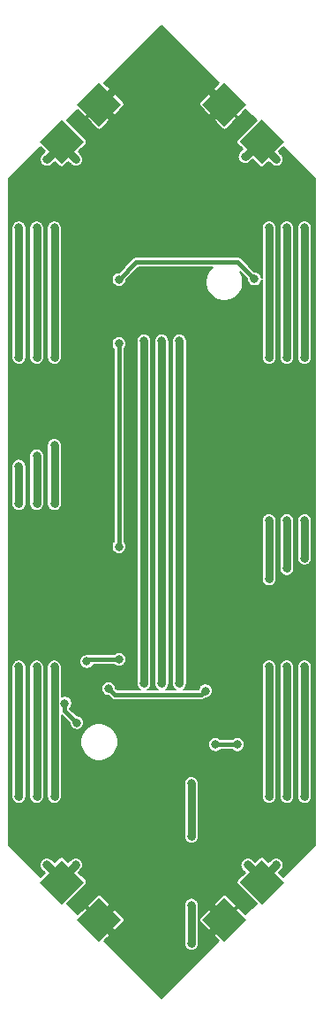
<source format=gbr>
G04 #@! TF.GenerationSoftware,KiCad,Pcbnew,(5.1.7)-1*
G04 #@! TF.CreationDate,2020-10-07T12:45:53-07:00*
G04 #@! TF.ProjectId,bigass_7_segment,62696761-7373-45f3-975f-7365676d656e,rev?*
G04 #@! TF.SameCoordinates,Original*
G04 #@! TF.FileFunction,Copper,L2,Bot*
G04 #@! TF.FilePolarity,Positive*
%FSLAX46Y46*%
G04 Gerber Fmt 4.6, Leading zero omitted, Abs format (unit mm)*
G04 Created by KiCad (PCBNEW (5.1.7)-1) date 2020-10-07 12:45:53*
%MOMM*%
%LPD*%
G01*
G04 APERTURE LIST*
G04 #@! TA.AperFunction,SMDPad,CuDef*
%ADD10C,0.100000*%
G04 #@! TD*
G04 #@! TA.AperFunction,ViaPad*
%ADD11C,0.800000*%
G04 #@! TD*
G04 #@! TA.AperFunction,Conductor*
%ADD12C,0.800000*%
G04 #@! TD*
G04 #@! TA.AperFunction,Conductor*
%ADD13C,0.400000*%
G04 #@! TD*
G04 #@! TA.AperFunction,Conductor*
%ADD14C,0.200000*%
G04 #@! TD*
G04 #@! TA.AperFunction,Conductor*
%ADD15C,0.100000*%
G04 #@! TD*
G04 APERTURE END LIST*
G04 #@! TA.AperFunction,SMDPad,CuDef*
D10*
G04 #@! TO.P,J1,1*
G04 #@! TO.N,+12V*
G36*
X3878680Y75000000D02*
G01*
X6000000Y77121320D01*
X8121320Y75000000D01*
X6000000Y72878680D01*
X3878680Y75000000D01*
G37*
G04 #@! TD.AperFunction*
G04 #@! TA.AperFunction,SMDPad,CuDef*
G04 #@! TO.P,J1,2*
G04 #@! TO.N,GND*
G36*
X7470782Y71407898D02*
G01*
X9592102Y73529218D01*
X11713422Y71407898D01*
X9592102Y69286578D01*
X7470782Y71407898D01*
G37*
G04 #@! TD.AperFunction*
G04 #@! TD*
G04 #@! TA.AperFunction,SMDPad,CuDef*
G04 #@! TO.P,J2,1*
G04 #@! TO.N,+12V*
G36*
X6000000Y-5121320D02*
G01*
X3878680Y-3000000D01*
X6000000Y-878680D01*
X8121320Y-3000000D01*
X6000000Y-5121320D01*
G37*
G04 #@! TD.AperFunction*
G04 #@! TA.AperFunction,SMDPad,CuDef*
G04 #@! TO.P,J2,2*
G04 #@! TO.N,GND*
G36*
X9592102Y-1529218D02*
G01*
X7470782Y592102D01*
X9592102Y2713422D01*
X11713422Y592102D01*
X9592102Y-1529218D01*
G37*
G04 #@! TD.AperFunction*
G04 #@! TD*
G04 #@! TA.AperFunction,SMDPad,CuDef*
G04 #@! TO.P,J3,1*
G04 #@! TO.N,+12V*
G36*
X-6000000Y77121320D02*
G01*
X-3878680Y75000000D01*
X-6000000Y72878680D01*
X-8121320Y75000000D01*
X-6000000Y77121320D01*
G37*
G04 #@! TD.AperFunction*
G04 #@! TA.AperFunction,SMDPad,CuDef*
G04 #@! TO.P,J3,2*
G04 #@! TO.N,GND*
G36*
X-9592102Y73529218D02*
G01*
X-7470782Y71407898D01*
X-9592102Y69286578D01*
X-11713422Y71407898D01*
X-9592102Y73529218D01*
G37*
G04 #@! TD.AperFunction*
G04 #@! TD*
G04 #@! TA.AperFunction,SMDPad,CuDef*
G04 #@! TO.P,J4,1*
G04 #@! TO.N,+12V*
G36*
X-3878680Y-3000000D02*
G01*
X-6000000Y-5121320D01*
X-8121320Y-3000000D01*
X-6000000Y-878680D01*
X-3878680Y-3000000D01*
G37*
G04 #@! TD.AperFunction*
G04 #@! TA.AperFunction,SMDPad,CuDef*
G04 #@! TO.P,J4,2*
G04 #@! TO.N,GND*
G36*
X-7470782Y592102D02*
G01*
X-9592102Y-1529218D01*
X-11713422Y592102D01*
X-9592102Y2713422D01*
X-7470782Y592102D01*
G37*
G04 #@! TD.AperFunction*
G04 #@! TD*
D11*
G04 #@! TO.N,+12V*
X-13750000Y64750000D03*
X-12000000Y64750000D03*
X-10250000Y64750000D03*
X10250000Y64750000D03*
X12000000Y64750000D03*
X13750000Y64750000D03*
X4500000Y73500000D03*
X4500000Y76500000D03*
X-4500000Y76500000D03*
X-4500000Y73500000D03*
X-4500000Y-1500000D03*
X-4500000Y-4500000D03*
X4500000Y-4500000D03*
X4500000Y-1500000D03*
X-7800000Y25000000D03*
X-1700000Y76800000D03*
X0Y76800000D03*
X1700000Y76800000D03*
X5800000Y21800000D03*
X7000000Y9600000D03*
G04 #@! TO.N,Net-(D10-Pad2)*
X0Y52400000D03*
X0Y19600000D03*
G04 #@! TO.N,Net-(D10-Pad1)*
X1700000Y52400000D03*
X1700000Y19600000D03*
G04 #@! TO.N,GND*
X8000000Y70000000D03*
X11000000Y69750000D03*
X-11000000Y69750000D03*
X-8250000Y69750000D03*
X-11000000Y2250000D03*
X-8250000Y2250000D03*
X8250000Y2250000D03*
X11000000Y2250000D03*
G04 #@! TO.N,/LED_ON*
X8900000Y58300000D03*
X-4100000Y58250000D03*
X-9300000Y17700000D03*
X5142893Y13757107D03*
X7250000Y13750000D03*
X-4100000Y52099990D03*
X-4100000Y32699996D03*
X-8149999Y15852892D03*
X4200000Y18900000D03*
X-5100000Y19100000D03*
X-4100000Y21900000D03*
X-7200000Y21699998D03*
G04 #@! TO.N,Net-(D12-Pad4)*
X2850001Y-5249999D03*
X2850002Y-1600000D03*
X2850002Y5000000D03*
X2850001Y10050001D03*
G04 #@! TO.N,Net-(D10-Pad3)*
X-1700000Y52400000D03*
X-1700000Y19600000D03*
G04 #@! TO.N,Net-(D1-Pad6)*
X-10300000Y63200000D03*
X-10300000Y50800000D03*
G04 #@! TO.N,Net-(D1-Pad5)*
X-12000000Y63200000D03*
X-12000000Y50800000D03*
G04 #@! TO.N,Net-(D1-Pad4)*
X-13700000Y63200000D03*
X-13700000Y50800000D03*
G04 #@! TO.N,Net-(D3-Pad6)*
X-10300000Y42400000D03*
X-10300000Y36800000D03*
G04 #@! TO.N,Net-(D3-Pad5)*
X-12000000Y41400000D03*
X-12000000Y36800000D03*
G04 #@! TO.N,Net-(D3-Pad4)*
X-13700000Y40400000D03*
X-13700000Y36800000D03*
G04 #@! TO.N,Net-(D5-Pad6)*
X-10300000Y21200000D03*
X-10300000Y8800000D03*
G04 #@! TO.N,Net-(D5-Pad5)*
X-12000000Y8800000D03*
X-12000000Y21200000D03*
G04 #@! TO.N,Net-(D5-Pad4)*
X-13700000Y21200000D03*
X-13700000Y8800000D03*
G04 #@! TO.N,Net-(D14-Pad6)*
X13700000Y63200000D03*
X13700000Y50800000D03*
G04 #@! TO.N,Net-(D14-Pad5)*
X12000000Y63200000D03*
X12000000Y50800000D03*
G04 #@! TO.N,Net-(D14-Pad4)*
X10300000Y63200000D03*
X10300000Y50800000D03*
G04 #@! TO.N,Net-(D16-Pad6)*
X13700000Y31600000D03*
X13700000Y35200000D03*
G04 #@! TO.N,Net-(D16-Pad5)*
X12000000Y30600000D03*
X12000000Y35200000D03*
G04 #@! TO.N,Net-(D16-Pad4)*
X10300000Y29600000D03*
X10300000Y35200000D03*
G04 #@! TO.N,Net-(D18-Pad6)*
X13700000Y21200000D03*
X13700000Y8800000D03*
G04 #@! TO.N,Net-(D18-Pad5)*
X12000000Y8800000D03*
X12000000Y21200000D03*
G04 #@! TO.N,Net-(D18-Pad4)*
X10300000Y21200000D03*
X10300000Y8800000D03*
G04 #@! TD*
D12*
G04 #@! TO.N,+12V*
X6000000Y75000000D02*
X4500000Y73500000D01*
X4500000Y76500000D02*
X6000000Y75000000D01*
X-6000000Y75000000D02*
X-4500000Y76500000D01*
X-4500000Y73500000D02*
X-6000000Y75000000D01*
X-6000000Y-3000000D02*
X-4500000Y-1500000D01*
X-4500000Y-4500000D02*
X-6000000Y-3000000D01*
X6000000Y-3000000D02*
X4500000Y-4500000D01*
X4500000Y-1500000D02*
X6000000Y-3000000D01*
G04 #@! TO.N,Net-(D10-Pad2)*
X0Y52400000D02*
X0Y19600000D01*
G04 #@! TO.N,Net-(D10-Pad1)*
X1700000Y52400000D02*
X1700000Y19600000D01*
G04 #@! TO.N,GND*
X9592102Y71407898D02*
X9407898Y71407898D01*
X9407898Y71407898D02*
X8000000Y70000000D01*
X9592102Y71157898D02*
X11000000Y69750000D01*
X9592102Y71407898D02*
X9592102Y71157898D01*
X-9592102Y71157898D02*
X-11000000Y69750000D01*
X-9592102Y71407898D02*
X-9592102Y71157898D01*
X-9592102Y71407898D02*
X-9592102Y71092102D01*
X-9592102Y71092102D02*
X-8250000Y69750000D01*
X-9592102Y592102D02*
X-9592102Y842102D01*
X-9592102Y842102D02*
X-11000000Y2250000D01*
X-9592102Y907898D02*
X-8250000Y2250000D01*
X-9592102Y592102D02*
X-9592102Y907898D01*
X9592102Y592102D02*
X9592102Y907898D01*
X9592102Y907898D02*
X8250000Y2250000D01*
X9592102Y842102D02*
X11000000Y2250000D01*
X9592102Y592102D02*
X9592102Y842102D01*
D13*
G04 #@! TO.N,/LED_ON*
X-2449999Y59900001D02*
X-4100000Y58250000D01*
X8900000Y58300000D02*
X7299999Y59900001D01*
X7299999Y59900001D02*
X-2449999Y59900001D01*
X7242893Y13757107D02*
X7250000Y13750000D01*
X5142893Y13757107D02*
X7242893Y13757107D01*
X-4100000Y52099990D02*
X-4100000Y32699996D01*
X-9300000Y17002893D02*
X-8149999Y15852892D01*
X-9300000Y17700000D02*
X-9300000Y17002893D01*
X4200000Y18900000D02*
X3800001Y18500001D01*
X3800001Y18500001D02*
X-4500001Y18500001D01*
X-4500001Y18500001D02*
X-5100000Y19100000D01*
X-6999998Y21900000D02*
X-7200000Y21699998D01*
X-4100000Y21900000D02*
X-6999998Y21900000D01*
D12*
G04 #@! TO.N,Net-(D12-Pad4)*
X2850001Y-1600001D02*
X2850002Y-1600000D01*
X2850001Y-5249999D02*
X2850001Y-1600001D01*
X2850002Y10050000D02*
X2850001Y10050001D01*
X2850002Y5000000D02*
X2850002Y10050000D01*
G04 #@! TO.N,Net-(D10-Pad3)*
X-1700000Y52400000D02*
X-1700000Y19600000D01*
G04 #@! TO.N,Net-(D1-Pad6)*
X-10300000Y63200000D02*
X-10300000Y50800000D01*
G04 #@! TO.N,Net-(D1-Pad5)*
X-12000000Y63200000D02*
X-12000000Y50800000D01*
G04 #@! TO.N,Net-(D1-Pad4)*
X-13700000Y63200000D02*
X-13700000Y50800000D01*
G04 #@! TO.N,Net-(D3-Pad6)*
X-10300000Y42400000D02*
X-10300000Y36800000D01*
G04 #@! TO.N,Net-(D3-Pad5)*
X-12000000Y41400000D02*
X-12000000Y36800000D01*
G04 #@! TO.N,Net-(D3-Pad4)*
X-13700000Y40400000D02*
X-13700000Y36800000D01*
G04 #@! TO.N,Net-(D5-Pad6)*
X-10300000Y21200000D02*
X-10300000Y8800000D01*
G04 #@! TO.N,Net-(D5-Pad5)*
X-12000000Y8800000D02*
X-12000000Y21200000D01*
G04 #@! TO.N,Net-(D5-Pad4)*
X-13700000Y21200000D02*
X-13700000Y8800000D01*
G04 #@! TO.N,Net-(D14-Pad6)*
X13700000Y63200000D02*
X13700000Y50800000D01*
G04 #@! TO.N,Net-(D14-Pad5)*
X12000000Y63200000D02*
X12000000Y50800000D01*
G04 #@! TO.N,Net-(D14-Pad4)*
X10300000Y63200000D02*
X10300000Y50800000D01*
G04 #@! TO.N,Net-(D16-Pad6)*
X13700000Y31600000D02*
X13700000Y35200000D01*
G04 #@! TO.N,Net-(D16-Pad5)*
X12000000Y30600000D02*
X12000000Y35200000D01*
G04 #@! TO.N,Net-(D16-Pad4)*
X10300000Y29600000D02*
X10300000Y35200000D01*
G04 #@! TO.N,Net-(D18-Pad6)*
X13700000Y21200000D02*
X13700000Y8800000D01*
G04 #@! TO.N,Net-(D18-Pad5)*
X12000000Y8800000D02*
X12000000Y21200000D01*
G04 #@! TO.N,Net-(D18-Pad4)*
X10300000Y21200000D02*
X10300000Y8800000D01*
G04 #@! TD*
D14*
G04 #@! TO.N,+12V*
X5496690Y77043692D02*
X4850951Y76396536D01*
X4850951Y76290470D01*
X6000000Y75141421D01*
X6014143Y75155564D01*
X6155564Y75014143D01*
X6141421Y75000000D01*
X7290470Y73850951D01*
X7396536Y73850951D01*
X8043691Y74496690D01*
X9088475Y73451907D01*
X7257624Y71621056D01*
X7220135Y71575375D01*
X7192278Y71523258D01*
X7175123Y71466708D01*
X7169331Y71407898D01*
X7175123Y71349088D01*
X7192278Y71292538D01*
X7220135Y71240421D01*
X7257624Y71194740D01*
X7731208Y70721157D01*
X7553779Y70543728D01*
X7553776Y70543726D01*
X7456274Y70446224D01*
X7437075Y70417490D01*
X7415155Y70390781D01*
X7398865Y70360305D01*
X7379668Y70331574D01*
X7366445Y70299651D01*
X7350155Y70269174D01*
X7340124Y70236105D01*
X7326901Y70204182D01*
X7320159Y70170288D01*
X7310129Y70137223D01*
X7306742Y70102839D01*
X7300000Y70068944D01*
X7300000Y70034387D01*
X7296613Y70000000D01*
X7300000Y69965613D01*
X7300000Y69931056D01*
X7306742Y69897161D01*
X7310129Y69862777D01*
X7320159Y69829712D01*
X7326901Y69795818D01*
X7340124Y69763895D01*
X7350155Y69730826D01*
X7366445Y69700349D01*
X7379668Y69668426D01*
X7398865Y69639695D01*
X7415155Y69609219D01*
X7437074Y69582511D01*
X7456274Y69553776D01*
X7480716Y69529334D01*
X7502631Y69502631D01*
X7529334Y69480716D01*
X7553776Y69456274D01*
X7582511Y69437074D01*
X7609219Y69415155D01*
X7639695Y69398865D01*
X7668426Y69379668D01*
X7700349Y69366445D01*
X7730826Y69350155D01*
X7763895Y69340124D01*
X7795818Y69326901D01*
X7829712Y69320159D01*
X7862777Y69310129D01*
X7897161Y69306742D01*
X7931056Y69300000D01*
X7965613Y69300000D01*
X8000000Y69296613D01*
X8034387Y69300000D01*
X8068944Y69300000D01*
X8102839Y69306742D01*
X8137223Y69310129D01*
X8170288Y69320159D01*
X8204182Y69326901D01*
X8236105Y69340124D01*
X8269174Y69350155D01*
X8299651Y69366445D01*
X8331574Y69379668D01*
X8360305Y69398865D01*
X8390781Y69415155D01*
X8417490Y69437075D01*
X8446224Y69456274D01*
X8543726Y69553776D01*
X8543728Y69553779D01*
X8721157Y69731208D01*
X9378944Y69073420D01*
X9424625Y69035931D01*
X9476742Y69008074D01*
X9533292Y68990919D01*
X9592102Y68985127D01*
X9650912Y68990919D01*
X9707462Y69008074D01*
X9759579Y69035931D01*
X9805260Y69073420D01*
X10245946Y69514106D01*
X10456272Y69303779D01*
X10456274Y69303776D01*
X10553776Y69206274D01*
X10582511Y69187074D01*
X10609218Y69165156D01*
X10639691Y69148868D01*
X10668426Y69129668D01*
X10700353Y69116443D01*
X10730825Y69100156D01*
X10763891Y69090125D01*
X10795818Y69076901D01*
X10829709Y69070159D01*
X10862775Y69060129D01*
X10897162Y69056742D01*
X10931056Y69050000D01*
X10965612Y69050000D01*
X10999999Y69046613D01*
X11034386Y69050000D01*
X11068944Y69050000D01*
X11102840Y69056742D01*
X11137223Y69060129D01*
X11170286Y69070158D01*
X11204182Y69076901D01*
X11236112Y69090127D01*
X11269174Y69100156D01*
X11299641Y69116441D01*
X11331574Y69129668D01*
X11360316Y69148872D01*
X11390780Y69165156D01*
X11417480Y69187068D01*
X11446224Y69206274D01*
X11470669Y69230719D01*
X11497369Y69252631D01*
X11519281Y69279331D01*
X11543726Y69303776D01*
X11562932Y69332520D01*
X11584844Y69359220D01*
X11601128Y69389684D01*
X11620332Y69418426D01*
X11633559Y69450359D01*
X11649844Y69480826D01*
X11659873Y69513888D01*
X11673099Y69545818D01*
X11679842Y69579714D01*
X11689871Y69612777D01*
X11693258Y69647160D01*
X11700000Y69681056D01*
X11700000Y69715614D01*
X11703387Y69750001D01*
X11700000Y69784388D01*
X11700000Y69818944D01*
X11693258Y69852838D01*
X11689871Y69887225D01*
X11679841Y69920291D01*
X11673099Y69954182D01*
X11659875Y69986109D01*
X11649844Y70019175D01*
X11633557Y70049647D01*
X11620332Y70081574D01*
X11601132Y70110309D01*
X11584844Y70140782D01*
X11562926Y70167489D01*
X11543726Y70196224D01*
X11446224Y70293726D01*
X11446221Y70293728D01*
X11235895Y70504055D01*
X11636111Y70904271D01*
X14675000Y67865381D01*
X14675001Y4134620D01*
X11636111Y1095729D01*
X11235895Y1495946D01*
X11446221Y1706272D01*
X11446224Y1706274D01*
X11543726Y1803776D01*
X11562926Y1832511D01*
X11584844Y1859218D01*
X11601132Y1889691D01*
X11620332Y1918426D01*
X11633557Y1950353D01*
X11649844Y1980825D01*
X11659875Y2013891D01*
X11673099Y2045818D01*
X11679841Y2079709D01*
X11689871Y2112775D01*
X11693258Y2147162D01*
X11700000Y2181056D01*
X11700000Y2215612D01*
X11703387Y2249999D01*
X11700000Y2284386D01*
X11700000Y2318944D01*
X11693258Y2352840D01*
X11689871Y2387223D01*
X11679842Y2420286D01*
X11673099Y2454182D01*
X11659873Y2486112D01*
X11649844Y2519174D01*
X11633559Y2549641D01*
X11620332Y2581574D01*
X11601128Y2610316D01*
X11584844Y2640780D01*
X11562932Y2667480D01*
X11543726Y2696224D01*
X11519281Y2720669D01*
X11497369Y2747369D01*
X11470669Y2769281D01*
X11446224Y2793726D01*
X11417480Y2812932D01*
X11390780Y2834844D01*
X11360316Y2851128D01*
X11331574Y2870332D01*
X11299641Y2883559D01*
X11269174Y2899844D01*
X11236112Y2909873D01*
X11204182Y2923099D01*
X11170286Y2929842D01*
X11137223Y2939871D01*
X11102840Y2943258D01*
X11068944Y2950000D01*
X11034386Y2950000D01*
X10999999Y2953387D01*
X10965612Y2950000D01*
X10931056Y2950000D01*
X10897162Y2943258D01*
X10862775Y2939871D01*
X10829709Y2929841D01*
X10795818Y2923099D01*
X10763891Y2909875D01*
X10730825Y2899844D01*
X10700353Y2883557D01*
X10668426Y2870332D01*
X10639691Y2851132D01*
X10609218Y2834844D01*
X10582511Y2812926D01*
X10553776Y2793726D01*
X10456274Y2696224D01*
X10456272Y2696221D01*
X10245946Y2485895D01*
X9805260Y2926580D01*
X9759579Y2964069D01*
X9707462Y2991926D01*
X9650912Y3009081D01*
X9592102Y3014873D01*
X9533292Y3009081D01*
X9476742Y2991926D01*
X9424625Y2964069D01*
X9378944Y2926580D01*
X8971157Y2518793D01*
X8793728Y2696221D01*
X8793726Y2696224D01*
X8696224Y2793726D01*
X8667490Y2812925D01*
X8640781Y2834845D01*
X8610305Y2851135D01*
X8581574Y2870332D01*
X8549651Y2883555D01*
X8519174Y2899845D01*
X8486105Y2909876D01*
X8454182Y2923099D01*
X8420288Y2929841D01*
X8387223Y2939871D01*
X8352839Y2943258D01*
X8318944Y2950000D01*
X8284387Y2950000D01*
X8250000Y2953387D01*
X8215613Y2950000D01*
X8181056Y2950000D01*
X8147161Y2943258D01*
X8112777Y2939871D01*
X8079712Y2929841D01*
X8045818Y2923099D01*
X8013895Y2909876D01*
X7980826Y2899845D01*
X7950349Y2883555D01*
X7918426Y2870332D01*
X7889695Y2851135D01*
X7859219Y2834845D01*
X7832511Y2812926D01*
X7803776Y2793726D01*
X7779334Y2769284D01*
X7752631Y2747369D01*
X7730716Y2720666D01*
X7706274Y2696224D01*
X7687074Y2667489D01*
X7665155Y2640781D01*
X7648865Y2610305D01*
X7629668Y2581574D01*
X7616445Y2549651D01*
X7600155Y2519174D01*
X7590124Y2486105D01*
X7576901Y2454182D01*
X7570159Y2420288D01*
X7560129Y2387223D01*
X7556742Y2352839D01*
X7550000Y2318944D01*
X7550000Y2284387D01*
X7546613Y2250000D01*
X7550000Y2215613D01*
X7550000Y2181056D01*
X7556742Y2147161D01*
X7560129Y2112777D01*
X7570159Y2079712D01*
X7576901Y2045818D01*
X7590124Y2013895D01*
X7600155Y1980826D01*
X7616445Y1950349D01*
X7629668Y1918426D01*
X7648865Y1889695D01*
X7665155Y1859219D01*
X7687075Y1832510D01*
X7706274Y1803776D01*
X7803776Y1706274D01*
X7803779Y1706272D01*
X7981207Y1528843D01*
X7257624Y805260D01*
X7220135Y759579D01*
X7192278Y707462D01*
X7175123Y650912D01*
X7169331Y592102D01*
X7175123Y533292D01*
X7192278Y476742D01*
X7220135Y424625D01*
X7257624Y378944D01*
X9088475Y-1451907D01*
X8043691Y-2496690D01*
X7396536Y-1850951D01*
X7290470Y-1850951D01*
X6141421Y-3000000D01*
X6155564Y-3014143D01*
X6014143Y-3155564D01*
X6000000Y-3141421D01*
X4850951Y-4290470D01*
X4850951Y-4396536D01*
X5496690Y-5043692D01*
X0Y-10540381D01*
X-5496690Y-5043691D01*
X-4850951Y-4396536D01*
X-4850951Y-4290470D01*
X-6000000Y-3141421D01*
X-6014143Y-3155564D01*
X-6155564Y-3014143D01*
X-6141421Y-3000000D01*
X-5858579Y-3000000D01*
X-4709530Y-4149049D01*
X-4603464Y-4149049D01*
X-3665521Y-3213159D01*
X-3628032Y-3167478D01*
X-3600174Y-3115360D01*
X-3583020Y-3058810D01*
X-3577227Y-3000000D01*
X-3583020Y-2941190D01*
X-3600174Y-2884640D01*
X-3628032Y-2832522D01*
X-3665521Y-2786841D01*
X-4603464Y-1850951D01*
X-4709530Y-1850951D01*
X-5858579Y-3000000D01*
X-6141421Y-3000000D01*
X-7290470Y-1850951D01*
X-7396536Y-1850951D01*
X-8043692Y-2496690D01*
X-8936918Y-1603464D01*
X-7149049Y-1603464D01*
X-7149049Y-1709530D01*
X-6000000Y-2858579D01*
X-4850951Y-1709530D01*
X-4850951Y-1603464D01*
X-4854406Y-1600001D01*
X2146614Y-1600001D01*
X2150002Y-1634398D01*
X2150001Y-5181055D01*
X2150001Y-5318943D01*
X2156742Y-5352831D01*
X2160129Y-5387222D01*
X2170161Y-5420294D01*
X2176902Y-5454181D01*
X2190124Y-5486102D01*
X2200156Y-5519173D01*
X2216446Y-5549649D01*
X2229669Y-5581573D01*
X2248868Y-5610307D01*
X2265156Y-5640779D01*
X2287073Y-5667486D01*
X2306275Y-5696223D01*
X2330714Y-5720662D01*
X2352631Y-5747368D01*
X2379338Y-5769286D01*
X2403777Y-5793725D01*
X2432511Y-5812924D01*
X2459220Y-5834844D01*
X2489697Y-5851134D01*
X2518427Y-5870331D01*
X2550347Y-5883553D01*
X2580826Y-5899844D01*
X2613901Y-5909877D01*
X2645819Y-5923098D01*
X2679703Y-5929838D01*
X2712777Y-5939871D01*
X2747170Y-5943258D01*
X2781057Y-5949999D01*
X2815611Y-5949999D01*
X2850001Y-5953386D01*
X2884391Y-5949999D01*
X2918945Y-5949999D01*
X2952833Y-5943258D01*
X2987224Y-5939871D01*
X3020296Y-5929839D01*
X3054183Y-5923098D01*
X3086104Y-5909876D01*
X3119175Y-5899844D01*
X3149651Y-5883554D01*
X3181575Y-5870331D01*
X3210309Y-5851132D01*
X3240781Y-5834844D01*
X3267488Y-5812927D01*
X3296225Y-5793725D01*
X3320664Y-5769286D01*
X3347370Y-5747369D01*
X3369288Y-5720662D01*
X3393727Y-5696223D01*
X3412926Y-5667489D01*
X3434846Y-5640780D01*
X3451136Y-5610303D01*
X3470333Y-5581573D01*
X3483555Y-5549653D01*
X3499846Y-5519174D01*
X3509879Y-5486099D01*
X3523100Y-5454181D01*
X3529840Y-5420297D01*
X3539873Y-5387223D01*
X3543260Y-5352830D01*
X3550001Y-5318943D01*
X3550001Y-3000000D01*
X3577227Y-3000000D01*
X3583020Y-3058810D01*
X3600174Y-3115360D01*
X3628032Y-3167478D01*
X3665521Y-3213159D01*
X4603464Y-4149049D01*
X4709530Y-4149049D01*
X5858579Y-3000000D01*
X4709530Y-1850951D01*
X4603464Y-1850951D01*
X3665521Y-2786841D01*
X3628032Y-2832522D01*
X3600174Y-2884640D01*
X3583020Y-2941190D01*
X3577227Y-3000000D01*
X3550001Y-3000000D01*
X3550001Y-1668949D01*
X3550002Y-1668944D01*
X3550002Y-1634388D01*
X3553047Y-1603464D01*
X4850951Y-1603464D01*
X4850951Y-1709530D01*
X6000000Y-2858579D01*
X7149049Y-1709530D01*
X7149049Y-1603464D01*
X6213159Y-665521D01*
X6167478Y-628032D01*
X6115360Y-600174D01*
X6058810Y-583020D01*
X6000000Y-577227D01*
X5941190Y-583020D01*
X5884640Y-600174D01*
X5832522Y-628032D01*
X5786841Y-665521D01*
X4850951Y-1603464D01*
X3553047Y-1603464D01*
X3553389Y-1600001D01*
X3550002Y-1565611D01*
X3550002Y-1531056D01*
X3543260Y-1497160D01*
X3539873Y-1462777D01*
X3529844Y-1429714D01*
X3523101Y-1395818D01*
X3509875Y-1363888D01*
X3499846Y-1330826D01*
X3483561Y-1300359D01*
X3470334Y-1268426D01*
X3451130Y-1239684D01*
X3434846Y-1209220D01*
X3412934Y-1182520D01*
X3393728Y-1153776D01*
X3369283Y-1129331D01*
X3347371Y-1102631D01*
X3320671Y-1080719D01*
X3296226Y-1056274D01*
X3267482Y-1037068D01*
X3240782Y-1015156D01*
X3210318Y-998872D01*
X3181576Y-979668D01*
X3149643Y-966441D01*
X3119176Y-950156D01*
X3086114Y-940127D01*
X3054184Y-926901D01*
X3020288Y-920158D01*
X2987225Y-910129D01*
X2952842Y-906742D01*
X2918946Y-900000D01*
X2884388Y-900000D01*
X2850001Y-896613D01*
X2815614Y-900000D01*
X2781058Y-900000D01*
X2747164Y-906742D01*
X2712778Y-910129D01*
X2679713Y-920159D01*
X2645820Y-926901D01*
X2613893Y-940126D01*
X2580827Y-950156D01*
X2550356Y-966443D01*
X2518428Y-979668D01*
X2489690Y-998870D01*
X2459221Y-1015156D01*
X2432517Y-1037072D01*
X2403778Y-1056274D01*
X2379338Y-1080714D01*
X2352632Y-1102631D01*
X2330715Y-1129337D01*
X2306276Y-1153776D01*
X2287078Y-1182508D01*
X2265156Y-1209220D01*
X2248865Y-1239698D01*
X2229670Y-1268426D01*
X2216449Y-1300345D01*
X2200156Y-1330827D01*
X2190123Y-1363901D01*
X2176903Y-1395818D01*
X2170162Y-1429705D01*
X2160130Y-1462778D01*
X2156743Y-1497170D01*
X2150002Y-1531056D01*
X2150002Y-1565604D01*
X2146614Y-1600001D01*
X-4854406Y-1600001D01*
X-5786841Y-665521D01*
X-5832522Y-628032D01*
X-5884640Y-600174D01*
X-5941190Y-583020D01*
X-6000000Y-577227D01*
X-6058810Y-583020D01*
X-6115360Y-600174D01*
X-6167478Y-628032D01*
X-6213159Y-665521D01*
X-7149049Y-1603464D01*
X-8936918Y-1603464D01*
X-9088475Y-1451907D01*
X-7257624Y378944D01*
X-7220135Y424625D01*
X-7192278Y476742D01*
X-7175123Y533292D01*
X-7169331Y592102D01*
X-7175123Y650912D01*
X-7192278Y707462D01*
X-7220135Y759579D01*
X-7257624Y805260D01*
X-7981207Y1528843D01*
X-7706274Y1803776D01*
X-7687079Y1832504D01*
X-7665155Y1859218D01*
X-7648863Y1889699D01*
X-7629668Y1918426D01*
X-7616447Y1950345D01*
X-7600155Y1980825D01*
X-7590123Y2013897D01*
X-7576901Y2045818D01*
X-7570160Y2079709D01*
X-7560129Y2112776D01*
X-7556742Y2147161D01*
X-7550000Y2181056D01*
X-7550000Y2215613D01*
X-7546613Y2250000D01*
X-7550000Y2284387D01*
X-7550000Y2318944D01*
X-7556742Y2352839D01*
X-7560129Y2387224D01*
X-7570159Y2420290D01*
X-7576901Y2454182D01*
X-7590124Y2486105D01*
X-7600155Y2519174D01*
X-7616445Y2549651D01*
X-7629668Y2581574D01*
X-7648865Y2610305D01*
X-7665155Y2640781D01*
X-7687074Y2667489D01*
X-7706274Y2696224D01*
X-7730716Y2720666D01*
X-7752631Y2747369D01*
X-7779334Y2769284D01*
X-7803776Y2793726D01*
X-7832511Y2812926D01*
X-7859219Y2834845D01*
X-7889695Y2851135D01*
X-7918426Y2870332D01*
X-7950349Y2883555D01*
X-7980826Y2899845D01*
X-8013895Y2909876D01*
X-8045818Y2923099D01*
X-8079710Y2929841D01*
X-8112776Y2939871D01*
X-8147161Y2943258D01*
X-8181056Y2950000D01*
X-8215613Y2950000D01*
X-8250000Y2953387D01*
X-8284387Y2950000D01*
X-8318944Y2950000D01*
X-8352839Y2943258D01*
X-8387224Y2939871D01*
X-8420291Y2929840D01*
X-8454182Y2923099D01*
X-8486103Y2909877D01*
X-8519175Y2899845D01*
X-8549655Y2883553D01*
X-8581574Y2870332D01*
X-8610301Y2851137D01*
X-8640782Y2834845D01*
X-8667496Y2812921D01*
X-8696224Y2793726D01*
X-8971157Y2518793D01*
X-9378944Y2926580D01*
X-9424625Y2964069D01*
X-9476742Y2991926D01*
X-9533292Y3009081D01*
X-9592102Y3014873D01*
X-9650912Y3009081D01*
X-9707462Y2991926D01*
X-9759579Y2964069D01*
X-9805260Y2926580D01*
X-10245946Y2485895D01*
X-10456272Y2696221D01*
X-10456274Y2696224D01*
X-10553776Y2793726D01*
X-10582510Y2812925D01*
X-10609219Y2834845D01*
X-10639695Y2851135D01*
X-10668426Y2870332D01*
X-10700349Y2883555D01*
X-10730826Y2899845D01*
X-10763895Y2909876D01*
X-10795818Y2923099D01*
X-10829712Y2929841D01*
X-10862777Y2939871D01*
X-10897161Y2943258D01*
X-10931056Y2950000D01*
X-10965613Y2950000D01*
X-11000000Y2953387D01*
X-11034387Y2950000D01*
X-11068944Y2950000D01*
X-11102839Y2943258D01*
X-11137223Y2939871D01*
X-11170288Y2929841D01*
X-11204182Y2923099D01*
X-11236105Y2909876D01*
X-11269174Y2899845D01*
X-11299651Y2883555D01*
X-11331574Y2870332D01*
X-11360305Y2851135D01*
X-11390781Y2834845D01*
X-11417489Y2812926D01*
X-11446224Y2793726D01*
X-11470666Y2769284D01*
X-11497369Y2747369D01*
X-11519284Y2720666D01*
X-11543726Y2696224D01*
X-11562926Y2667489D01*
X-11584845Y2640781D01*
X-11601135Y2610305D01*
X-11620332Y2581574D01*
X-11633555Y2549651D01*
X-11649845Y2519174D01*
X-11659876Y2486105D01*
X-11673099Y2454182D01*
X-11679841Y2420288D01*
X-11689871Y2387223D01*
X-11693258Y2352839D01*
X-11700000Y2318944D01*
X-11700000Y2284387D01*
X-11703387Y2250000D01*
X-11700000Y2215613D01*
X-11700000Y2181056D01*
X-11693258Y2147161D01*
X-11689871Y2112777D01*
X-11679841Y2079712D01*
X-11673099Y2045818D01*
X-11659876Y2013895D01*
X-11649845Y1980826D01*
X-11633555Y1950349D01*
X-11620332Y1918426D01*
X-11601135Y1889695D01*
X-11584845Y1859219D01*
X-11562925Y1832510D01*
X-11543726Y1803776D01*
X-11446224Y1706274D01*
X-11446221Y1706272D01*
X-11235895Y1495946D01*
X-11636111Y1095729D01*
X-14675000Y4134618D01*
X-14675000Y21268944D01*
X-14400000Y21268944D01*
X-14400000Y21234389D01*
X-14399999Y8868949D01*
X-14400000Y8868944D01*
X-14400000Y8731056D01*
X-14393257Y8697159D01*
X-14389871Y8662776D01*
X-14379841Y8629711D01*
X-14373099Y8595818D01*
X-14359874Y8563891D01*
X-14349844Y8530825D01*
X-14333557Y8500354D01*
X-14320332Y8468426D01*
X-14301130Y8439688D01*
X-14284844Y8409219D01*
X-14262928Y8382515D01*
X-14243726Y8353776D01*
X-14219286Y8329336D01*
X-14197369Y8302630D01*
X-14170663Y8280713D01*
X-14146224Y8256274D01*
X-14117487Y8237072D01*
X-14090780Y8215155D01*
X-14060308Y8198867D01*
X-14031574Y8179668D01*
X-13999650Y8166445D01*
X-13969174Y8150155D01*
X-13936103Y8140123D01*
X-13904182Y8126901D01*
X-13870295Y8120160D01*
X-13837223Y8110128D01*
X-13802832Y8106741D01*
X-13768944Y8100000D01*
X-13734390Y8100000D01*
X-13700000Y8096613D01*
X-13665610Y8100000D01*
X-13631056Y8100000D01*
X-13597169Y8106741D01*
X-13562776Y8110128D01*
X-13529702Y8120161D01*
X-13495818Y8126901D01*
X-13463900Y8140122D01*
X-13430825Y8150155D01*
X-13400346Y8166446D01*
X-13368426Y8179668D01*
X-13339696Y8198865D01*
X-13309219Y8215155D01*
X-13282508Y8237076D01*
X-13253776Y8256274D01*
X-13229341Y8280709D01*
X-13202630Y8302630D01*
X-13180709Y8329341D01*
X-13156274Y8353776D01*
X-13137076Y8382508D01*
X-13115155Y8409219D01*
X-13098865Y8439696D01*
X-13079668Y8468426D01*
X-13066446Y8500346D01*
X-13050155Y8530825D01*
X-13040122Y8563900D01*
X-13026901Y8595818D01*
X-13020161Y8629702D01*
X-13010128Y8662776D01*
X-13006741Y8697169D01*
X-13000000Y8731056D01*
X-13000000Y21268944D01*
X-12700000Y21268944D01*
X-12700000Y21131056D01*
X-12699999Y21131051D01*
X-12700000Y8868944D01*
X-12700000Y8731056D01*
X-12693259Y8697168D01*
X-12689872Y8662777D01*
X-12679840Y8629705D01*
X-12673099Y8595818D01*
X-12659877Y8563897D01*
X-12649845Y8530826D01*
X-12633555Y8500350D01*
X-12620332Y8468426D01*
X-12601133Y8439692D01*
X-12584845Y8409220D01*
X-12562928Y8382513D01*
X-12543726Y8353776D01*
X-12519287Y8329337D01*
X-12497370Y8302631D01*
X-12470663Y8280713D01*
X-12446224Y8256274D01*
X-12417490Y8237075D01*
X-12390781Y8215155D01*
X-12360304Y8198865D01*
X-12331574Y8179668D01*
X-12299654Y8166446D01*
X-12269175Y8150155D01*
X-12236100Y8140122D01*
X-12204182Y8126901D01*
X-12170298Y8120161D01*
X-12137224Y8110128D01*
X-12102831Y8106741D01*
X-12068944Y8100000D01*
X-12034390Y8100000D01*
X-12000000Y8096613D01*
X-11965610Y8100000D01*
X-11931056Y8100000D01*
X-11897168Y8106741D01*
X-11862777Y8110128D01*
X-11829705Y8120160D01*
X-11795818Y8126901D01*
X-11763897Y8140123D01*
X-11730826Y8150155D01*
X-11700350Y8166445D01*
X-11668426Y8179668D01*
X-11639692Y8198867D01*
X-11609220Y8215155D01*
X-11582513Y8237072D01*
X-11553776Y8256274D01*
X-11529337Y8280713D01*
X-11502631Y8302630D01*
X-11480713Y8329337D01*
X-11456274Y8353776D01*
X-11437075Y8382510D01*
X-11415155Y8409219D01*
X-11398865Y8439696D01*
X-11379668Y8468426D01*
X-11366446Y8500346D01*
X-11350155Y8530825D01*
X-11340122Y8563900D01*
X-11326901Y8595818D01*
X-11320161Y8629702D01*
X-11310128Y8662776D01*
X-11306741Y8697169D01*
X-11300000Y8731056D01*
X-11300000Y21268944D01*
X-11000000Y21268944D01*
X-11000000Y21234389D01*
X-10999999Y8868949D01*
X-11000000Y8868944D01*
X-11000000Y8731056D01*
X-10993257Y8697159D01*
X-10989871Y8662776D01*
X-10979841Y8629711D01*
X-10973099Y8595818D01*
X-10959874Y8563891D01*
X-10949844Y8530825D01*
X-10933557Y8500354D01*
X-10920332Y8468426D01*
X-10901130Y8439688D01*
X-10884844Y8409219D01*
X-10862928Y8382515D01*
X-10843726Y8353776D01*
X-10819286Y8329336D01*
X-10797369Y8302630D01*
X-10770663Y8280713D01*
X-10746224Y8256274D01*
X-10717487Y8237072D01*
X-10690780Y8215155D01*
X-10660308Y8198867D01*
X-10631574Y8179668D01*
X-10599650Y8166445D01*
X-10569174Y8150155D01*
X-10536103Y8140123D01*
X-10504182Y8126901D01*
X-10470295Y8120160D01*
X-10437223Y8110128D01*
X-10402832Y8106741D01*
X-10368944Y8100000D01*
X-10334390Y8100000D01*
X-10300000Y8096613D01*
X-10265610Y8100000D01*
X-10231056Y8100000D01*
X-10197169Y8106741D01*
X-10162776Y8110128D01*
X-10129702Y8120161D01*
X-10095818Y8126901D01*
X-10063900Y8140122D01*
X-10030825Y8150155D01*
X-10000346Y8166446D01*
X-9968426Y8179668D01*
X-9939696Y8198865D01*
X-9909219Y8215155D01*
X-9882508Y8237076D01*
X-9853776Y8256274D01*
X-9829341Y8280709D01*
X-9802630Y8302630D01*
X-9780709Y8329341D01*
X-9756274Y8353776D01*
X-9737076Y8382508D01*
X-9715155Y8409219D01*
X-9698865Y8439696D01*
X-9679668Y8468426D01*
X-9666446Y8500346D01*
X-9650155Y8530825D01*
X-9640122Y8563900D01*
X-9626901Y8595818D01*
X-9620161Y8629702D01*
X-9610128Y8662776D01*
X-9606741Y8697169D01*
X-9600000Y8731056D01*
X-9600000Y10050001D01*
X2146614Y10050001D01*
X2150001Y10015614D01*
X2150001Y9981057D01*
X2150003Y9981047D01*
X2150002Y5068944D01*
X2150002Y4931056D01*
X2156743Y4897168D01*
X2160130Y4862777D01*
X2170162Y4829705D01*
X2176903Y4795818D01*
X2190125Y4763897D01*
X2200157Y4730826D01*
X2216447Y4700350D01*
X2229670Y4668426D01*
X2248869Y4639692D01*
X2265157Y4609220D01*
X2287074Y4582513D01*
X2306276Y4553776D01*
X2330715Y4529337D01*
X2352632Y4502631D01*
X2379339Y4480713D01*
X2403778Y4456274D01*
X2432512Y4437075D01*
X2459221Y4415155D01*
X2489698Y4398865D01*
X2518428Y4379668D01*
X2550348Y4366446D01*
X2580827Y4350155D01*
X2613902Y4340122D01*
X2645820Y4326901D01*
X2679704Y4320161D01*
X2712778Y4310128D01*
X2747171Y4306741D01*
X2781058Y4300000D01*
X2815612Y4300000D01*
X2850002Y4296613D01*
X2884392Y4300000D01*
X2918946Y4300000D01*
X2952834Y4306741D01*
X2987225Y4310128D01*
X3020297Y4320160D01*
X3054184Y4326901D01*
X3086105Y4340123D01*
X3119176Y4350155D01*
X3149652Y4366445D01*
X3181576Y4379668D01*
X3210310Y4398867D01*
X3240782Y4415155D01*
X3267489Y4437072D01*
X3296226Y4456274D01*
X3320665Y4480713D01*
X3347371Y4502630D01*
X3369289Y4529337D01*
X3393728Y4553776D01*
X3412927Y4582510D01*
X3434847Y4609219D01*
X3451137Y4639696D01*
X3470334Y4668426D01*
X3483556Y4700346D01*
X3499847Y4730825D01*
X3509880Y4763900D01*
X3523101Y4795818D01*
X3529841Y4829702D01*
X3539874Y4862776D01*
X3543261Y4897169D01*
X3550002Y4931056D01*
X3550002Y10015614D01*
X3553389Y10050001D01*
X3550002Y10084390D01*
X3550001Y10084400D01*
X3550001Y10118945D01*
X3543262Y10152823D01*
X3539874Y10187224D01*
X3529839Y10220306D01*
X3523100Y10254183D01*
X3509882Y10286095D01*
X3499847Y10319175D01*
X3483553Y10349659D01*
X3470333Y10381575D01*
X3451139Y10410302D01*
X3434847Y10440781D01*
X3412924Y10467494D01*
X3393727Y10496225D01*
X3369293Y10520659D01*
X3347372Y10547370D01*
X3320659Y10569293D01*
X3296225Y10593727D01*
X3267492Y10612926D01*
X3240783Y10634845D01*
X3240784Y10634845D01*
X3240782Y10634846D01*
X3210306Y10651136D01*
X3181575Y10670333D01*
X3149652Y10683556D01*
X3119175Y10699846D01*
X3086106Y10709877D01*
X3054183Y10723100D01*
X3020292Y10729841D01*
X2987226Y10739872D01*
X2962618Y10742296D01*
X2952840Y10743259D01*
X2918945Y10750001D01*
X2884388Y10750001D01*
X2850001Y10753388D01*
X2815614Y10750001D01*
X2781057Y10750001D01*
X2747162Y10743259D01*
X2712778Y10739872D01*
X2679713Y10729842D01*
X2645819Y10723100D01*
X2613896Y10709877D01*
X2580827Y10699846D01*
X2550350Y10683556D01*
X2518427Y10670333D01*
X2489696Y10651136D01*
X2459220Y10634846D01*
X2432512Y10612927D01*
X2403777Y10593727D01*
X2379335Y10569285D01*
X2352632Y10547370D01*
X2330717Y10520667D01*
X2306275Y10496225D01*
X2287075Y10467490D01*
X2265156Y10440782D01*
X2248866Y10410306D01*
X2229669Y10381575D01*
X2216446Y10349652D01*
X2200156Y10319175D01*
X2190125Y10286106D01*
X2176902Y10254183D01*
X2170160Y10220289D01*
X2160130Y10187224D01*
X2156743Y10152840D01*
X2150001Y10118945D01*
X2150001Y10084390D01*
X2146614Y10050001D01*
X-9600000Y10050001D01*
X-9600000Y14177284D01*
X-7800000Y14177284D01*
X-7800000Y13822716D01*
X-7730827Y13474959D01*
X-7595139Y13147380D01*
X-7398151Y12852567D01*
X-7147433Y12601849D01*
X-6852620Y12404861D01*
X-6525041Y12269173D01*
X-6177284Y12200000D01*
X-5822716Y12200000D01*
X-5474959Y12269173D01*
X-5147380Y12404861D01*
X-4852567Y12601849D01*
X-4601849Y12852567D01*
X-4404861Y13147380D01*
X-4269173Y13474959D01*
X-4200000Y13822716D01*
X-4200000Y13826051D01*
X4442893Y13826051D01*
X4442893Y13688163D01*
X4469794Y13552925D01*
X4522561Y13425533D01*
X4599167Y13310883D01*
X4696669Y13213381D01*
X4811319Y13136775D01*
X4938711Y13084008D01*
X5073949Y13057107D01*
X5211837Y13057107D01*
X5347075Y13084008D01*
X5474467Y13136775D01*
X5589117Y13213381D01*
X5632843Y13257107D01*
X6752943Y13257107D01*
X6803776Y13206274D01*
X6918426Y13129668D01*
X7045818Y13076901D01*
X7181056Y13050000D01*
X7318944Y13050000D01*
X7454182Y13076901D01*
X7581574Y13129668D01*
X7696224Y13206274D01*
X7793726Y13303776D01*
X7870332Y13418426D01*
X7923099Y13545818D01*
X7950000Y13681056D01*
X7950000Y13818944D01*
X7923099Y13954182D01*
X7870332Y14081574D01*
X7793726Y14196224D01*
X7696224Y14293726D01*
X7581574Y14370332D01*
X7454182Y14423099D01*
X7318944Y14450000D01*
X7181056Y14450000D01*
X7045818Y14423099D01*
X6918426Y14370332D01*
X6803776Y14293726D01*
X6767157Y14257107D01*
X5632843Y14257107D01*
X5589117Y14300833D01*
X5474467Y14377439D01*
X5347075Y14430206D01*
X5211837Y14457107D01*
X5073949Y14457107D01*
X4938711Y14430206D01*
X4811319Y14377439D01*
X4696669Y14300833D01*
X4599167Y14203331D01*
X4522561Y14088681D01*
X4469794Y13961289D01*
X4442893Y13826051D01*
X-4200000Y13826051D01*
X-4200000Y14177284D01*
X-4269173Y14525041D01*
X-4404861Y14852620D01*
X-4601849Y15147433D01*
X-4852567Y15398151D01*
X-5147380Y15595139D01*
X-5474959Y15730827D01*
X-5822716Y15800000D01*
X-6177284Y15800000D01*
X-6525041Y15730827D01*
X-6852620Y15595139D01*
X-7147433Y15398151D01*
X-7398151Y15147433D01*
X-7595139Y14852620D01*
X-7730827Y14525041D01*
X-7800000Y14177284D01*
X-9600000Y14177284D01*
X-9600000Y16595788D01*
X-8849999Y15845786D01*
X-8849999Y15783948D01*
X-8823098Y15648710D01*
X-8770331Y15521318D01*
X-8693725Y15406668D01*
X-8596223Y15309166D01*
X-8481573Y15232560D01*
X-8354181Y15179793D01*
X-8218943Y15152892D01*
X-8081055Y15152892D01*
X-7945817Y15179793D01*
X-7818425Y15232560D01*
X-7703775Y15309166D01*
X-7606273Y15406668D01*
X-7529667Y15521318D01*
X-7476900Y15648710D01*
X-7449999Y15783948D01*
X-7449999Y15921836D01*
X-7476900Y16057074D01*
X-7529667Y16184466D01*
X-7606273Y16299116D01*
X-7703775Y16396618D01*
X-7818425Y16473224D01*
X-7945817Y16525991D01*
X-8081055Y16552892D01*
X-8142893Y16552892D01*
X-8800000Y17209998D01*
X-8800000Y17210050D01*
X-8756274Y17253776D01*
X-8679668Y17368426D01*
X-8626901Y17495818D01*
X-8600000Y17631056D01*
X-8600000Y17768944D01*
X-8626901Y17904182D01*
X-8679668Y18031574D01*
X-8756274Y18146224D01*
X-8853776Y18243726D01*
X-8968426Y18320332D01*
X-9095818Y18373099D01*
X-9231056Y18400000D01*
X-9368944Y18400000D01*
X-9504182Y18373099D01*
X-9600000Y18333410D01*
X-9600000Y19168944D01*
X-5800000Y19168944D01*
X-5800000Y19031056D01*
X-5773099Y18895818D01*
X-5720332Y18768426D01*
X-5643726Y18653776D01*
X-5546224Y18556274D01*
X-5431574Y18479668D01*
X-5304182Y18426901D01*
X-5168944Y18400000D01*
X-5107106Y18400000D01*
X-4870921Y18163815D01*
X-4855265Y18144737D01*
X-4779130Y18082255D01*
X-4692268Y18035826D01*
X-4598018Y18007236D01*
X-4500001Y17997582D01*
X-4475441Y18000001D01*
X3775441Y18000001D01*
X3800001Y17997582D01*
X3824561Y18000001D01*
X3898018Y18007236D01*
X3992268Y18035826D01*
X4079130Y18082255D01*
X4155265Y18144737D01*
X4170930Y18163825D01*
X4207105Y18200000D01*
X4268944Y18200000D01*
X4404182Y18226901D01*
X4531574Y18279668D01*
X4646224Y18356274D01*
X4743726Y18453776D01*
X4820332Y18568426D01*
X4873099Y18695818D01*
X4900000Y18831056D01*
X4900000Y18968944D01*
X4873099Y19104182D01*
X4820332Y19231574D01*
X4743726Y19346224D01*
X4646224Y19443726D01*
X4531574Y19520332D01*
X4404182Y19573099D01*
X4268944Y19600000D01*
X4131056Y19600000D01*
X3995818Y19573099D01*
X3868426Y19520332D01*
X3753776Y19443726D01*
X3656274Y19346224D01*
X3579668Y19231574D01*
X3526901Y19104182D01*
X3506178Y19000001D01*
X2062430Y19000001D01*
X2090781Y19015155D01*
X2117492Y19037076D01*
X2146224Y19056274D01*
X2170659Y19080709D01*
X2197370Y19102630D01*
X2219291Y19129341D01*
X2243726Y19153776D01*
X2262924Y19182508D01*
X2284845Y19209219D01*
X2301135Y19239696D01*
X2320332Y19268426D01*
X2333554Y19300346D01*
X2349845Y19330825D01*
X2359878Y19363900D01*
X2373099Y19395818D01*
X2379839Y19429702D01*
X2389872Y19462776D01*
X2393259Y19497169D01*
X2400000Y19531056D01*
X2400000Y21268944D01*
X9600000Y21268944D01*
X9600000Y21234389D01*
X9600001Y8868949D01*
X9600000Y8868944D01*
X9600000Y8731056D01*
X9606743Y8697159D01*
X9610129Y8662776D01*
X9620159Y8629711D01*
X9626901Y8595818D01*
X9640126Y8563891D01*
X9650156Y8530825D01*
X9666443Y8500354D01*
X9679668Y8468426D01*
X9698870Y8439688D01*
X9715156Y8409219D01*
X9737072Y8382515D01*
X9756274Y8353776D01*
X9780714Y8329336D01*
X9802631Y8302630D01*
X9829337Y8280713D01*
X9853776Y8256274D01*
X9882513Y8237072D01*
X9909220Y8215155D01*
X9939692Y8198867D01*
X9968426Y8179668D01*
X10000350Y8166445D01*
X10030826Y8150155D01*
X10063897Y8140123D01*
X10095818Y8126901D01*
X10129705Y8120160D01*
X10162777Y8110128D01*
X10197168Y8106741D01*
X10231056Y8100000D01*
X10265610Y8100000D01*
X10300000Y8096613D01*
X10334390Y8100000D01*
X10368944Y8100000D01*
X10402831Y8106741D01*
X10437224Y8110128D01*
X10470298Y8120161D01*
X10504182Y8126901D01*
X10536100Y8140122D01*
X10569175Y8150155D01*
X10599654Y8166446D01*
X10631574Y8179668D01*
X10660304Y8198865D01*
X10690781Y8215155D01*
X10717492Y8237076D01*
X10746224Y8256274D01*
X10770659Y8280709D01*
X10797370Y8302630D01*
X10819291Y8329341D01*
X10843726Y8353776D01*
X10862924Y8382508D01*
X10884845Y8409219D01*
X10901135Y8439696D01*
X10920332Y8468426D01*
X10933554Y8500346D01*
X10949845Y8530825D01*
X10959878Y8563900D01*
X10973099Y8595818D01*
X10979839Y8629702D01*
X10989872Y8662776D01*
X10993259Y8697169D01*
X11000000Y8731056D01*
X11000000Y21268944D01*
X11300000Y21268944D01*
X11300000Y21131056D01*
X11300001Y21131051D01*
X11300000Y8868944D01*
X11300000Y8731056D01*
X11306741Y8697168D01*
X11310128Y8662777D01*
X11320160Y8629705D01*
X11326901Y8595818D01*
X11340123Y8563897D01*
X11350155Y8530826D01*
X11366445Y8500350D01*
X11379668Y8468426D01*
X11398867Y8439692D01*
X11415155Y8409220D01*
X11437072Y8382513D01*
X11456274Y8353776D01*
X11480713Y8329337D01*
X11502630Y8302631D01*
X11529337Y8280713D01*
X11553776Y8256274D01*
X11582510Y8237075D01*
X11609219Y8215155D01*
X11639696Y8198865D01*
X11668426Y8179668D01*
X11700346Y8166446D01*
X11730825Y8150155D01*
X11763900Y8140122D01*
X11795818Y8126901D01*
X11829702Y8120161D01*
X11862776Y8110128D01*
X11897169Y8106741D01*
X11931056Y8100000D01*
X11965610Y8100000D01*
X12000000Y8096613D01*
X12034390Y8100000D01*
X12068944Y8100000D01*
X12102832Y8106741D01*
X12137223Y8110128D01*
X12170295Y8120160D01*
X12204182Y8126901D01*
X12236103Y8140123D01*
X12269174Y8150155D01*
X12299650Y8166445D01*
X12331574Y8179668D01*
X12360308Y8198867D01*
X12390780Y8215155D01*
X12417487Y8237072D01*
X12446224Y8256274D01*
X12470663Y8280713D01*
X12497369Y8302630D01*
X12519287Y8329337D01*
X12543726Y8353776D01*
X12562925Y8382510D01*
X12584845Y8409219D01*
X12601135Y8439696D01*
X12620332Y8468426D01*
X12633554Y8500346D01*
X12649845Y8530825D01*
X12659878Y8563900D01*
X12673099Y8595818D01*
X12679839Y8629702D01*
X12689872Y8662776D01*
X12693259Y8697169D01*
X12700000Y8731056D01*
X12700000Y21268944D01*
X13000000Y21268944D01*
X13000000Y21234389D01*
X13000001Y8868949D01*
X13000000Y8868944D01*
X13000000Y8731056D01*
X13006743Y8697159D01*
X13010129Y8662776D01*
X13020159Y8629711D01*
X13026901Y8595818D01*
X13040126Y8563891D01*
X13050156Y8530825D01*
X13066443Y8500354D01*
X13079668Y8468426D01*
X13098870Y8439688D01*
X13115156Y8409219D01*
X13137072Y8382515D01*
X13156274Y8353776D01*
X13180714Y8329336D01*
X13202631Y8302630D01*
X13229337Y8280713D01*
X13253776Y8256274D01*
X13282513Y8237072D01*
X13309220Y8215155D01*
X13339692Y8198867D01*
X13368426Y8179668D01*
X13400350Y8166445D01*
X13430826Y8150155D01*
X13463897Y8140123D01*
X13495818Y8126901D01*
X13529705Y8120160D01*
X13562777Y8110128D01*
X13597168Y8106741D01*
X13631056Y8100000D01*
X13665610Y8100000D01*
X13700000Y8096613D01*
X13734390Y8100000D01*
X13768944Y8100000D01*
X13802831Y8106741D01*
X13837224Y8110128D01*
X13870298Y8120161D01*
X13904182Y8126901D01*
X13936100Y8140122D01*
X13969175Y8150155D01*
X13999654Y8166446D01*
X14031574Y8179668D01*
X14060304Y8198865D01*
X14090781Y8215155D01*
X14117492Y8237076D01*
X14146224Y8256274D01*
X14170659Y8280709D01*
X14197370Y8302630D01*
X14219291Y8329341D01*
X14243726Y8353776D01*
X14262924Y8382508D01*
X14284845Y8409219D01*
X14301135Y8439696D01*
X14320332Y8468426D01*
X14333554Y8500346D01*
X14349845Y8530825D01*
X14359878Y8563900D01*
X14373099Y8595818D01*
X14379839Y8629702D01*
X14389872Y8662776D01*
X14393259Y8697169D01*
X14400000Y8731056D01*
X14400000Y21268944D01*
X14393259Y21302831D01*
X14389872Y21337224D01*
X14379839Y21370298D01*
X14373099Y21404182D01*
X14359878Y21436100D01*
X14349845Y21469175D01*
X14333554Y21499654D01*
X14320332Y21531574D01*
X14301135Y21560304D01*
X14284845Y21590781D01*
X14262925Y21617490D01*
X14243726Y21646224D01*
X14219287Y21670663D01*
X14197369Y21697370D01*
X14170663Y21719287D01*
X14146224Y21743726D01*
X14117487Y21762928D01*
X14090780Y21784845D01*
X14060308Y21801133D01*
X14031574Y21820332D01*
X13999650Y21833555D01*
X13969174Y21849845D01*
X13936103Y21859877D01*
X13904182Y21873099D01*
X13870295Y21879840D01*
X13837223Y21889872D01*
X13802832Y21893259D01*
X13768944Y21900000D01*
X13734390Y21900000D01*
X13700000Y21903387D01*
X13665610Y21900000D01*
X13631056Y21900000D01*
X13597169Y21893259D01*
X13562776Y21889872D01*
X13529702Y21879839D01*
X13495818Y21873099D01*
X13463900Y21859878D01*
X13430825Y21849845D01*
X13400346Y21833554D01*
X13368426Y21820332D01*
X13339696Y21801135D01*
X13309219Y21784845D01*
X13282510Y21762925D01*
X13253776Y21743726D01*
X13229337Y21719287D01*
X13202630Y21697369D01*
X13180713Y21670663D01*
X13156274Y21646224D01*
X13137072Y21617487D01*
X13115155Y21590780D01*
X13098867Y21560308D01*
X13079668Y21531574D01*
X13066445Y21499650D01*
X13050155Y21469174D01*
X13040123Y21436103D01*
X13026901Y21404182D01*
X13020160Y21370295D01*
X13010128Y21337223D01*
X13006741Y21302832D01*
X13000000Y21268944D01*
X12700000Y21268944D01*
X12693259Y21302831D01*
X12689872Y21337224D01*
X12679839Y21370298D01*
X12673099Y21404182D01*
X12659878Y21436100D01*
X12649845Y21469175D01*
X12633554Y21499654D01*
X12620332Y21531574D01*
X12601135Y21560304D01*
X12584845Y21590781D01*
X12562924Y21617492D01*
X12543726Y21646224D01*
X12519291Y21670659D01*
X12497370Y21697370D01*
X12470659Y21719291D01*
X12446224Y21743726D01*
X12417492Y21762924D01*
X12390781Y21784845D01*
X12360304Y21801135D01*
X12331574Y21820332D01*
X12299654Y21833554D01*
X12269175Y21849845D01*
X12236100Y21859878D01*
X12204182Y21873099D01*
X12170298Y21879839D01*
X12137224Y21889872D01*
X12102831Y21893259D01*
X12068944Y21900000D01*
X12034390Y21900000D01*
X12000000Y21903387D01*
X11965610Y21900000D01*
X11931056Y21900000D01*
X11897168Y21893259D01*
X11862777Y21889872D01*
X11829705Y21879840D01*
X11795818Y21873099D01*
X11763897Y21859877D01*
X11730826Y21849845D01*
X11700350Y21833555D01*
X11668426Y21820332D01*
X11639692Y21801133D01*
X11609220Y21784845D01*
X11582513Y21762928D01*
X11553776Y21743726D01*
X11529337Y21719287D01*
X11502631Y21697370D01*
X11480714Y21670664D01*
X11456274Y21646224D01*
X11437072Y21617485D01*
X11415156Y21590781D01*
X11398870Y21560312D01*
X11379668Y21531574D01*
X11366443Y21499646D01*
X11350156Y21469175D01*
X11340126Y21436109D01*
X11326901Y21404182D01*
X11320159Y21370289D01*
X11310129Y21337224D01*
X11306743Y21302841D01*
X11300000Y21268944D01*
X11000000Y21268944D01*
X10993259Y21302831D01*
X10989872Y21337224D01*
X10979839Y21370298D01*
X10973099Y21404182D01*
X10959878Y21436100D01*
X10949845Y21469175D01*
X10933554Y21499654D01*
X10920332Y21531574D01*
X10901135Y21560304D01*
X10884845Y21590781D01*
X10862925Y21617490D01*
X10843726Y21646224D01*
X10819287Y21670663D01*
X10797369Y21697370D01*
X10770663Y21719287D01*
X10746224Y21743726D01*
X10717487Y21762928D01*
X10690780Y21784845D01*
X10660308Y21801133D01*
X10631574Y21820332D01*
X10599650Y21833555D01*
X10569174Y21849845D01*
X10536103Y21859877D01*
X10504182Y21873099D01*
X10470295Y21879840D01*
X10437223Y21889872D01*
X10402832Y21893259D01*
X10368944Y21900000D01*
X10334390Y21900000D01*
X10300000Y21903387D01*
X10265610Y21900000D01*
X10231056Y21900000D01*
X10197169Y21893259D01*
X10162776Y21889872D01*
X10129702Y21879839D01*
X10095818Y21873099D01*
X10063900Y21859878D01*
X10030825Y21849845D01*
X10000346Y21833554D01*
X9968426Y21820332D01*
X9939696Y21801135D01*
X9909219Y21784845D01*
X9882510Y21762925D01*
X9853776Y21743726D01*
X9829337Y21719287D01*
X9802630Y21697369D01*
X9780713Y21670663D01*
X9756274Y21646224D01*
X9737072Y21617487D01*
X9715155Y21590780D01*
X9698867Y21560308D01*
X9679668Y21531574D01*
X9666445Y21499650D01*
X9650155Y21469174D01*
X9640123Y21436103D01*
X9626901Y21404182D01*
X9620160Y21370295D01*
X9610128Y21337223D01*
X9606741Y21302832D01*
X9600000Y21268944D01*
X2400000Y21268944D01*
X2400000Y35268944D01*
X9600000Y35268944D01*
X9600000Y35131056D01*
X9600001Y35131051D01*
X9600000Y29668944D01*
X9600000Y29531056D01*
X9606741Y29497168D01*
X9610128Y29462777D01*
X9620160Y29429705D01*
X9626901Y29395818D01*
X9640123Y29363897D01*
X9650155Y29330826D01*
X9666445Y29300350D01*
X9679668Y29268426D01*
X9698867Y29239692D01*
X9715155Y29209220D01*
X9737072Y29182513D01*
X9756274Y29153776D01*
X9780713Y29129337D01*
X9802630Y29102631D01*
X9829337Y29080713D01*
X9853776Y29056274D01*
X9882510Y29037075D01*
X9909219Y29015155D01*
X9939696Y28998865D01*
X9968426Y28979668D01*
X10000346Y28966446D01*
X10030825Y28950155D01*
X10063900Y28940122D01*
X10095818Y28926901D01*
X10129702Y28920161D01*
X10162776Y28910128D01*
X10197169Y28906741D01*
X10231056Y28900000D01*
X10265610Y28900000D01*
X10300000Y28896613D01*
X10334390Y28900000D01*
X10368944Y28900000D01*
X10402832Y28906741D01*
X10437223Y28910128D01*
X10470295Y28920160D01*
X10504182Y28926901D01*
X10536103Y28940123D01*
X10569174Y28950155D01*
X10599650Y28966445D01*
X10631574Y28979668D01*
X10660308Y28998867D01*
X10690780Y29015155D01*
X10717487Y29037072D01*
X10746224Y29056274D01*
X10770663Y29080713D01*
X10797369Y29102630D01*
X10819287Y29129337D01*
X10843726Y29153776D01*
X10862925Y29182510D01*
X10884845Y29209219D01*
X10901135Y29239696D01*
X10920332Y29268426D01*
X10933554Y29300346D01*
X10949845Y29330825D01*
X10959878Y29363900D01*
X10973099Y29395818D01*
X10979839Y29429702D01*
X10989872Y29462776D01*
X10993259Y29497169D01*
X11000000Y29531056D01*
X11000000Y35268944D01*
X11300000Y35268944D01*
X11300000Y35131056D01*
X11300001Y35131051D01*
X11300000Y30668944D01*
X11300000Y30531056D01*
X11306741Y30497168D01*
X11310128Y30462777D01*
X11320160Y30429705D01*
X11326901Y30395818D01*
X11340123Y30363897D01*
X11350155Y30330826D01*
X11366445Y30300350D01*
X11379668Y30268426D01*
X11398867Y30239692D01*
X11415155Y30209220D01*
X11437072Y30182513D01*
X11456274Y30153776D01*
X11480713Y30129337D01*
X11502630Y30102631D01*
X11529337Y30080713D01*
X11553776Y30056274D01*
X11582510Y30037075D01*
X11609219Y30015155D01*
X11639696Y29998865D01*
X11668426Y29979668D01*
X11700346Y29966446D01*
X11730825Y29950155D01*
X11763900Y29940122D01*
X11795818Y29926901D01*
X11829702Y29920161D01*
X11862776Y29910128D01*
X11897169Y29906741D01*
X11931056Y29900000D01*
X11965610Y29900000D01*
X12000000Y29896613D01*
X12034390Y29900000D01*
X12068944Y29900000D01*
X12102832Y29906741D01*
X12137223Y29910128D01*
X12170295Y29920160D01*
X12204182Y29926901D01*
X12236103Y29940123D01*
X12269174Y29950155D01*
X12299650Y29966445D01*
X12331574Y29979668D01*
X12360308Y29998867D01*
X12390780Y30015155D01*
X12417487Y30037072D01*
X12446224Y30056274D01*
X12470663Y30080713D01*
X12497369Y30102630D01*
X12519287Y30129337D01*
X12543726Y30153776D01*
X12562925Y30182510D01*
X12584845Y30209219D01*
X12601135Y30239696D01*
X12620332Y30268426D01*
X12633554Y30300346D01*
X12649845Y30330825D01*
X12659878Y30363900D01*
X12673099Y30395818D01*
X12679839Y30429702D01*
X12689872Y30462776D01*
X12693259Y30497169D01*
X12700000Y30531056D01*
X12700000Y35268944D01*
X13000000Y35268944D01*
X13000000Y35131056D01*
X13000001Y35131051D01*
X13000000Y31668944D01*
X13000000Y31531056D01*
X13006741Y31497168D01*
X13010128Y31462777D01*
X13020160Y31429705D01*
X13026901Y31395818D01*
X13040123Y31363897D01*
X13050155Y31330826D01*
X13066445Y31300350D01*
X13079668Y31268426D01*
X13098867Y31239692D01*
X13115155Y31209220D01*
X13137072Y31182513D01*
X13156274Y31153776D01*
X13180713Y31129337D01*
X13202630Y31102631D01*
X13229337Y31080713D01*
X13253776Y31056274D01*
X13282510Y31037075D01*
X13309219Y31015155D01*
X13339696Y30998865D01*
X13368426Y30979668D01*
X13400346Y30966446D01*
X13430825Y30950155D01*
X13463900Y30940122D01*
X13495818Y30926901D01*
X13529702Y30920161D01*
X13562776Y30910128D01*
X13597169Y30906741D01*
X13631056Y30900000D01*
X13665610Y30900000D01*
X13700000Y30896613D01*
X13734390Y30900000D01*
X13768944Y30900000D01*
X13802832Y30906741D01*
X13837223Y30910128D01*
X13870295Y30920160D01*
X13904182Y30926901D01*
X13936103Y30940123D01*
X13969174Y30950155D01*
X13999650Y30966445D01*
X14031574Y30979668D01*
X14060308Y30998867D01*
X14090780Y31015155D01*
X14117487Y31037072D01*
X14146224Y31056274D01*
X14170663Y31080713D01*
X14197369Y31102630D01*
X14219287Y31129337D01*
X14243726Y31153776D01*
X14262925Y31182510D01*
X14284845Y31209219D01*
X14301135Y31239696D01*
X14320332Y31268426D01*
X14333554Y31300346D01*
X14349845Y31330825D01*
X14359878Y31363900D01*
X14373099Y31395818D01*
X14379839Y31429702D01*
X14389872Y31462776D01*
X14393259Y31497169D01*
X14400000Y31531056D01*
X14400000Y35268944D01*
X14393259Y35302831D01*
X14389872Y35337224D01*
X14379839Y35370298D01*
X14373099Y35404182D01*
X14359878Y35436100D01*
X14349845Y35469175D01*
X14333554Y35499654D01*
X14320332Y35531574D01*
X14301135Y35560304D01*
X14284845Y35590781D01*
X14262924Y35617492D01*
X14243726Y35646224D01*
X14219291Y35670659D01*
X14197370Y35697370D01*
X14170659Y35719291D01*
X14146224Y35743726D01*
X14117492Y35762924D01*
X14090781Y35784845D01*
X14060304Y35801135D01*
X14031574Y35820332D01*
X13999654Y35833554D01*
X13969175Y35849845D01*
X13936100Y35859878D01*
X13904182Y35873099D01*
X13870298Y35879839D01*
X13837224Y35889872D01*
X13802831Y35893259D01*
X13768944Y35900000D01*
X13734390Y35900000D01*
X13700000Y35903387D01*
X13665610Y35900000D01*
X13631056Y35900000D01*
X13597168Y35893259D01*
X13562777Y35889872D01*
X13529705Y35879840D01*
X13495818Y35873099D01*
X13463897Y35859877D01*
X13430826Y35849845D01*
X13400350Y35833555D01*
X13368426Y35820332D01*
X13339692Y35801133D01*
X13309220Y35784845D01*
X13282513Y35762928D01*
X13253776Y35743726D01*
X13229337Y35719287D01*
X13202631Y35697370D01*
X13180714Y35670664D01*
X13156274Y35646224D01*
X13137072Y35617485D01*
X13115156Y35590781D01*
X13098870Y35560312D01*
X13079668Y35531574D01*
X13066443Y35499646D01*
X13050156Y35469175D01*
X13040126Y35436109D01*
X13026901Y35404182D01*
X13020159Y35370289D01*
X13010129Y35337224D01*
X13006743Y35302841D01*
X13000000Y35268944D01*
X12700000Y35268944D01*
X12693259Y35302831D01*
X12689872Y35337224D01*
X12679839Y35370298D01*
X12673099Y35404182D01*
X12659878Y35436100D01*
X12649845Y35469175D01*
X12633554Y35499654D01*
X12620332Y35531574D01*
X12601135Y35560304D01*
X12584845Y35590781D01*
X12562924Y35617492D01*
X12543726Y35646224D01*
X12519291Y35670659D01*
X12497370Y35697370D01*
X12470659Y35719291D01*
X12446224Y35743726D01*
X12417492Y35762924D01*
X12390781Y35784845D01*
X12360304Y35801135D01*
X12331574Y35820332D01*
X12299654Y35833554D01*
X12269175Y35849845D01*
X12236100Y35859878D01*
X12204182Y35873099D01*
X12170298Y35879839D01*
X12137224Y35889872D01*
X12102831Y35893259D01*
X12068944Y35900000D01*
X12034390Y35900000D01*
X12000000Y35903387D01*
X11965610Y35900000D01*
X11931056Y35900000D01*
X11897168Y35893259D01*
X11862777Y35889872D01*
X11829705Y35879840D01*
X11795818Y35873099D01*
X11763897Y35859877D01*
X11730826Y35849845D01*
X11700350Y35833555D01*
X11668426Y35820332D01*
X11639692Y35801133D01*
X11609220Y35784845D01*
X11582513Y35762928D01*
X11553776Y35743726D01*
X11529337Y35719287D01*
X11502631Y35697370D01*
X11480714Y35670664D01*
X11456274Y35646224D01*
X11437072Y35617485D01*
X11415156Y35590781D01*
X11398870Y35560312D01*
X11379668Y35531574D01*
X11366443Y35499646D01*
X11350156Y35469175D01*
X11340126Y35436109D01*
X11326901Y35404182D01*
X11320159Y35370289D01*
X11310129Y35337224D01*
X11306743Y35302841D01*
X11300000Y35268944D01*
X11000000Y35268944D01*
X10993259Y35302831D01*
X10989872Y35337224D01*
X10979839Y35370298D01*
X10973099Y35404182D01*
X10959878Y35436100D01*
X10949845Y35469175D01*
X10933554Y35499654D01*
X10920332Y35531574D01*
X10901135Y35560304D01*
X10884845Y35590781D01*
X10862924Y35617492D01*
X10843726Y35646224D01*
X10819291Y35670659D01*
X10797370Y35697370D01*
X10770659Y35719291D01*
X10746224Y35743726D01*
X10717492Y35762924D01*
X10690781Y35784845D01*
X10660304Y35801135D01*
X10631574Y35820332D01*
X10599654Y35833554D01*
X10569175Y35849845D01*
X10536100Y35859878D01*
X10504182Y35873099D01*
X10470298Y35879839D01*
X10437224Y35889872D01*
X10402831Y35893259D01*
X10368944Y35900000D01*
X10334390Y35900000D01*
X10300000Y35903387D01*
X10265610Y35900000D01*
X10231056Y35900000D01*
X10197168Y35893259D01*
X10162777Y35889872D01*
X10129705Y35879840D01*
X10095818Y35873099D01*
X10063897Y35859877D01*
X10030826Y35849845D01*
X10000350Y35833555D01*
X9968426Y35820332D01*
X9939692Y35801133D01*
X9909220Y35784845D01*
X9882513Y35762928D01*
X9853776Y35743726D01*
X9829337Y35719287D01*
X9802631Y35697370D01*
X9780714Y35670664D01*
X9756274Y35646224D01*
X9737072Y35617485D01*
X9715156Y35590781D01*
X9698870Y35560312D01*
X9679668Y35531574D01*
X9666443Y35499646D01*
X9650156Y35469175D01*
X9640126Y35436109D01*
X9626901Y35404182D01*
X9620159Y35370289D01*
X9610129Y35337224D01*
X9606743Y35302841D01*
X9600000Y35268944D01*
X2400000Y35268944D01*
X2400000Y52468944D01*
X2393259Y52502831D01*
X2389872Y52537224D01*
X2379839Y52570298D01*
X2373099Y52604182D01*
X2359878Y52636100D01*
X2349845Y52669175D01*
X2333554Y52699654D01*
X2320332Y52731574D01*
X2301135Y52760304D01*
X2284845Y52790781D01*
X2262925Y52817490D01*
X2243726Y52846224D01*
X2219287Y52870663D01*
X2197369Y52897370D01*
X2170663Y52919287D01*
X2146224Y52943726D01*
X2117487Y52962928D01*
X2090780Y52984845D01*
X2060308Y53001133D01*
X2031574Y53020332D01*
X1999650Y53033555D01*
X1969174Y53049845D01*
X1936103Y53059877D01*
X1904182Y53073099D01*
X1870295Y53079840D01*
X1837223Y53089872D01*
X1802832Y53093259D01*
X1768944Y53100000D01*
X1734390Y53100000D01*
X1700000Y53103387D01*
X1665610Y53100000D01*
X1631056Y53100000D01*
X1597169Y53093259D01*
X1562776Y53089872D01*
X1529702Y53079839D01*
X1495818Y53073099D01*
X1463900Y53059878D01*
X1430825Y53049845D01*
X1400346Y53033554D01*
X1368426Y53020332D01*
X1339696Y53001135D01*
X1309219Y52984845D01*
X1282510Y52962925D01*
X1253776Y52943726D01*
X1229337Y52919287D01*
X1202630Y52897369D01*
X1180713Y52870663D01*
X1156274Y52846224D01*
X1137072Y52817487D01*
X1115155Y52790780D01*
X1098867Y52760308D01*
X1079668Y52731574D01*
X1066445Y52699650D01*
X1050155Y52669174D01*
X1040123Y52636103D01*
X1026901Y52604182D01*
X1020160Y52570295D01*
X1010128Y52537223D01*
X1006741Y52502832D01*
X1000000Y52468944D01*
X1000000Y52434389D01*
X1000001Y19668949D01*
X1000000Y19668944D01*
X1000000Y19531056D01*
X1006743Y19497159D01*
X1010129Y19462776D01*
X1020159Y19429711D01*
X1026901Y19395818D01*
X1040126Y19363891D01*
X1050156Y19330825D01*
X1066443Y19300354D01*
X1079668Y19268426D01*
X1098870Y19239688D01*
X1115156Y19209219D01*
X1137072Y19182515D01*
X1156274Y19153776D01*
X1180714Y19129336D01*
X1202631Y19102630D01*
X1229337Y19080713D01*
X1253776Y19056274D01*
X1282513Y19037072D01*
X1309220Y19015155D01*
X1337571Y19000001D01*
X362430Y19000001D01*
X390781Y19015155D01*
X417492Y19037076D01*
X446224Y19056274D01*
X470659Y19080709D01*
X497370Y19102630D01*
X519291Y19129341D01*
X543726Y19153776D01*
X562924Y19182508D01*
X584845Y19209219D01*
X601135Y19239696D01*
X620332Y19268426D01*
X633554Y19300346D01*
X649845Y19330825D01*
X659878Y19363900D01*
X673099Y19395818D01*
X679839Y19429702D01*
X689872Y19462776D01*
X693259Y19497169D01*
X700000Y19531056D01*
X700000Y52468944D01*
X693259Y52502831D01*
X689872Y52537224D01*
X679839Y52570298D01*
X673099Y52604182D01*
X659878Y52636100D01*
X649845Y52669175D01*
X633554Y52699654D01*
X620332Y52731574D01*
X601135Y52760304D01*
X584845Y52790781D01*
X562925Y52817490D01*
X543726Y52846224D01*
X519287Y52870663D01*
X497369Y52897370D01*
X470663Y52919287D01*
X446224Y52943726D01*
X417487Y52962928D01*
X390780Y52984845D01*
X360308Y53001133D01*
X331574Y53020332D01*
X299650Y53033555D01*
X269174Y53049845D01*
X236103Y53059877D01*
X204182Y53073099D01*
X170295Y53079840D01*
X137223Y53089872D01*
X102832Y53093259D01*
X68944Y53100000D01*
X34390Y53100000D01*
X0Y53103387D01*
X-34390Y53100000D01*
X-68944Y53100000D01*
X-102831Y53093259D01*
X-137224Y53089872D01*
X-170298Y53079839D01*
X-204182Y53073099D01*
X-236100Y53059878D01*
X-269175Y53049845D01*
X-299654Y53033554D01*
X-331574Y53020332D01*
X-360304Y53001135D01*
X-390781Y52984845D01*
X-417490Y52962925D01*
X-446224Y52943726D01*
X-470663Y52919287D01*
X-497370Y52897369D01*
X-519287Y52870663D01*
X-543726Y52846224D01*
X-562928Y52817487D01*
X-584845Y52790780D01*
X-601133Y52760308D01*
X-620332Y52731574D01*
X-633555Y52699650D01*
X-649845Y52669174D01*
X-659877Y52636103D01*
X-673099Y52604182D01*
X-679840Y52570295D01*
X-689872Y52537223D01*
X-693259Y52502832D01*
X-700000Y52468944D01*
X-700000Y52434389D01*
X-699999Y19668949D01*
X-700000Y19668944D01*
X-700000Y19531056D01*
X-693257Y19497159D01*
X-689871Y19462776D01*
X-679841Y19429711D01*
X-673099Y19395818D01*
X-659874Y19363891D01*
X-649844Y19330825D01*
X-633557Y19300354D01*
X-620332Y19268426D01*
X-601130Y19239688D01*
X-584844Y19209219D01*
X-562928Y19182515D01*
X-543726Y19153776D01*
X-519286Y19129336D01*
X-497369Y19102630D01*
X-470663Y19080713D01*
X-446224Y19056274D01*
X-417487Y19037072D01*
X-390780Y19015155D01*
X-362429Y19000001D01*
X-1337570Y19000001D01*
X-1309219Y19015155D01*
X-1282508Y19037076D01*
X-1253776Y19056274D01*
X-1229341Y19080709D01*
X-1202630Y19102630D01*
X-1180709Y19129341D01*
X-1156274Y19153776D01*
X-1137076Y19182508D01*
X-1115155Y19209219D01*
X-1098865Y19239696D01*
X-1079668Y19268426D01*
X-1066446Y19300346D01*
X-1050155Y19330825D01*
X-1040122Y19363900D01*
X-1026901Y19395818D01*
X-1020161Y19429702D01*
X-1010128Y19462776D01*
X-1006741Y19497169D01*
X-1000000Y19531056D01*
X-1000000Y52468944D01*
X-1006741Y52502831D01*
X-1010128Y52537224D01*
X-1020161Y52570298D01*
X-1026901Y52604182D01*
X-1040122Y52636100D01*
X-1050155Y52669175D01*
X-1066446Y52699654D01*
X-1079668Y52731574D01*
X-1098865Y52760304D01*
X-1115155Y52790781D01*
X-1137075Y52817490D01*
X-1156274Y52846224D01*
X-1180713Y52870663D01*
X-1202631Y52897370D01*
X-1229337Y52919287D01*
X-1253776Y52943726D01*
X-1282513Y52962928D01*
X-1309220Y52984845D01*
X-1339692Y53001133D01*
X-1368426Y53020332D01*
X-1400350Y53033555D01*
X-1430826Y53049845D01*
X-1463897Y53059877D01*
X-1495818Y53073099D01*
X-1529705Y53079840D01*
X-1562777Y53089872D01*
X-1597168Y53093259D01*
X-1631056Y53100000D01*
X-1665610Y53100000D01*
X-1700000Y53103387D01*
X-1734390Y53100000D01*
X-1768944Y53100000D01*
X-1802831Y53093259D01*
X-1837224Y53089872D01*
X-1870298Y53079839D01*
X-1904182Y53073099D01*
X-1936100Y53059878D01*
X-1969175Y53049845D01*
X-1999654Y53033554D01*
X-2031574Y53020332D01*
X-2060304Y53001135D01*
X-2090781Y52984845D01*
X-2117490Y52962925D01*
X-2146224Y52943726D01*
X-2170663Y52919287D01*
X-2197370Y52897369D01*
X-2219287Y52870663D01*
X-2243726Y52846224D01*
X-2262928Y52817487D01*
X-2284845Y52790780D01*
X-2301133Y52760308D01*
X-2320332Y52731574D01*
X-2333555Y52699650D01*
X-2349845Y52669174D01*
X-2359877Y52636103D01*
X-2373099Y52604182D01*
X-2379840Y52570295D01*
X-2389872Y52537223D01*
X-2393259Y52502832D01*
X-2400000Y52468944D01*
X-2400000Y52434389D01*
X-2399999Y19668949D01*
X-2400000Y19668944D01*
X-2400000Y19531056D01*
X-2393257Y19497159D01*
X-2389871Y19462776D01*
X-2379841Y19429711D01*
X-2373099Y19395818D01*
X-2359874Y19363891D01*
X-2349844Y19330825D01*
X-2333557Y19300354D01*
X-2320332Y19268426D01*
X-2301130Y19239688D01*
X-2284844Y19209219D01*
X-2262928Y19182515D01*
X-2243726Y19153776D01*
X-2219286Y19129336D01*
X-2197369Y19102630D01*
X-2170663Y19080713D01*
X-2146224Y19056274D01*
X-2117487Y19037072D01*
X-2090780Y19015155D01*
X-2062429Y19000001D01*
X-4292895Y19000001D01*
X-4400000Y19107106D01*
X-4400000Y19168944D01*
X-4426901Y19304182D01*
X-4479668Y19431574D01*
X-4556274Y19546224D01*
X-4653776Y19643726D01*
X-4768426Y19720332D01*
X-4895818Y19773099D01*
X-5031056Y19800000D01*
X-5168944Y19800000D01*
X-5304182Y19773099D01*
X-5431574Y19720332D01*
X-5546224Y19643726D01*
X-5643726Y19546224D01*
X-5720332Y19431574D01*
X-5773099Y19304182D01*
X-5800000Y19168944D01*
X-9600000Y19168944D01*
X-9600000Y21268944D01*
X-9606741Y21302831D01*
X-9610128Y21337224D01*
X-9620161Y21370298D01*
X-9626901Y21404182D01*
X-9640122Y21436100D01*
X-9650155Y21469175D01*
X-9666446Y21499654D01*
X-9679668Y21531574D01*
X-9698865Y21560304D01*
X-9715155Y21590781D01*
X-9737075Y21617490D01*
X-9756274Y21646224D01*
X-9780713Y21670663D01*
X-9802631Y21697370D01*
X-9829337Y21719287D01*
X-9853776Y21743726D01*
X-9882513Y21762928D01*
X-9889841Y21768942D01*
X-7900000Y21768942D01*
X-7900000Y21631054D01*
X-7873099Y21495816D01*
X-7820332Y21368424D01*
X-7743726Y21253774D01*
X-7646224Y21156272D01*
X-7531574Y21079666D01*
X-7404182Y21026899D01*
X-7268944Y20999998D01*
X-7131056Y20999998D01*
X-6995818Y21026899D01*
X-6868426Y21079666D01*
X-6753776Y21156272D01*
X-6656274Y21253774D01*
X-6579668Y21368424D01*
X-6566589Y21400000D01*
X-4589950Y21400000D01*
X-4546224Y21356274D01*
X-4431574Y21279668D01*
X-4304182Y21226901D01*
X-4168944Y21200000D01*
X-4031056Y21200000D01*
X-3895818Y21226901D01*
X-3768426Y21279668D01*
X-3653776Y21356274D01*
X-3556274Y21453776D01*
X-3479668Y21568426D01*
X-3426901Y21695818D01*
X-3400000Y21831056D01*
X-3400000Y21968944D01*
X-3426901Y22104182D01*
X-3479668Y22231574D01*
X-3556274Y22346224D01*
X-3653776Y22443726D01*
X-3768426Y22520332D01*
X-3895818Y22573099D01*
X-4031056Y22600000D01*
X-4168944Y22600000D01*
X-4304182Y22573099D01*
X-4431574Y22520332D01*
X-4546224Y22443726D01*
X-4589950Y22400000D01*
X-6975438Y22400000D01*
X-6999998Y22402419D01*
X-7024558Y22400000D01*
X-7095794Y22392984D01*
X-7131056Y22399998D01*
X-7268944Y22399998D01*
X-7404182Y22373097D01*
X-7531574Y22320330D01*
X-7646224Y22243724D01*
X-7743726Y22146222D01*
X-7820332Y22031572D01*
X-7873099Y21904180D01*
X-7900000Y21768942D01*
X-9889841Y21768942D01*
X-9909220Y21784845D01*
X-9939692Y21801133D01*
X-9968426Y21820332D01*
X-10000350Y21833555D01*
X-10030826Y21849845D01*
X-10063897Y21859877D01*
X-10095818Y21873099D01*
X-10129705Y21879840D01*
X-10162777Y21889872D01*
X-10197168Y21893259D01*
X-10231056Y21900000D01*
X-10265610Y21900000D01*
X-10300000Y21903387D01*
X-10334390Y21900000D01*
X-10368944Y21900000D01*
X-10402831Y21893259D01*
X-10437224Y21889872D01*
X-10470298Y21879839D01*
X-10504182Y21873099D01*
X-10536100Y21859878D01*
X-10569175Y21849845D01*
X-10599654Y21833554D01*
X-10631574Y21820332D01*
X-10660304Y21801135D01*
X-10690781Y21784845D01*
X-10717490Y21762925D01*
X-10746224Y21743726D01*
X-10770663Y21719287D01*
X-10797370Y21697369D01*
X-10819287Y21670663D01*
X-10843726Y21646224D01*
X-10862928Y21617487D01*
X-10884845Y21590780D01*
X-10901133Y21560308D01*
X-10920332Y21531574D01*
X-10933555Y21499650D01*
X-10949845Y21469174D01*
X-10959877Y21436103D01*
X-10973099Y21404182D01*
X-10979840Y21370295D01*
X-10989872Y21337223D01*
X-10993259Y21302832D01*
X-11000000Y21268944D01*
X-11300000Y21268944D01*
X-11306741Y21302831D01*
X-11310128Y21337224D01*
X-11320161Y21370298D01*
X-11326901Y21404182D01*
X-11340122Y21436100D01*
X-11350155Y21469175D01*
X-11366446Y21499654D01*
X-11379668Y21531574D01*
X-11398865Y21560304D01*
X-11415155Y21590781D01*
X-11437076Y21617492D01*
X-11456274Y21646224D01*
X-11480709Y21670659D01*
X-11502630Y21697370D01*
X-11529341Y21719291D01*
X-11553776Y21743726D01*
X-11582508Y21762924D01*
X-11609219Y21784845D01*
X-11639696Y21801135D01*
X-11668426Y21820332D01*
X-11700346Y21833554D01*
X-11730825Y21849845D01*
X-11763900Y21859878D01*
X-11795818Y21873099D01*
X-11829702Y21879839D01*
X-11862776Y21889872D01*
X-11897169Y21893259D01*
X-11931056Y21900000D01*
X-11965610Y21900000D01*
X-12000000Y21903387D01*
X-12034390Y21900000D01*
X-12068944Y21900000D01*
X-12102832Y21893259D01*
X-12137223Y21889872D01*
X-12170295Y21879840D01*
X-12204182Y21873099D01*
X-12236103Y21859877D01*
X-12269174Y21849845D01*
X-12299650Y21833555D01*
X-12331574Y21820332D01*
X-12360308Y21801133D01*
X-12390780Y21784845D01*
X-12417487Y21762928D01*
X-12446224Y21743726D01*
X-12470663Y21719287D01*
X-12497369Y21697370D01*
X-12519286Y21670664D01*
X-12543726Y21646224D01*
X-12562928Y21617485D01*
X-12584844Y21590781D01*
X-12601130Y21560312D01*
X-12620332Y21531574D01*
X-12633557Y21499646D01*
X-12649844Y21469175D01*
X-12659874Y21436109D01*
X-12673099Y21404182D01*
X-12679841Y21370289D01*
X-12689871Y21337224D01*
X-12693257Y21302841D01*
X-12700000Y21268944D01*
X-13000000Y21268944D01*
X-13006741Y21302831D01*
X-13010128Y21337224D01*
X-13020161Y21370298D01*
X-13026901Y21404182D01*
X-13040122Y21436100D01*
X-13050155Y21469175D01*
X-13066446Y21499654D01*
X-13079668Y21531574D01*
X-13098865Y21560304D01*
X-13115155Y21590781D01*
X-13137075Y21617490D01*
X-13156274Y21646224D01*
X-13180713Y21670663D01*
X-13202631Y21697370D01*
X-13229337Y21719287D01*
X-13253776Y21743726D01*
X-13282513Y21762928D01*
X-13309220Y21784845D01*
X-13339692Y21801133D01*
X-13368426Y21820332D01*
X-13400350Y21833555D01*
X-13430826Y21849845D01*
X-13463897Y21859877D01*
X-13495818Y21873099D01*
X-13529705Y21879840D01*
X-13562777Y21889872D01*
X-13597168Y21893259D01*
X-13631056Y21900000D01*
X-13665610Y21900000D01*
X-13700000Y21903387D01*
X-13734390Y21900000D01*
X-13768944Y21900000D01*
X-13802831Y21893259D01*
X-13837224Y21889872D01*
X-13870298Y21879839D01*
X-13904182Y21873099D01*
X-13936100Y21859878D01*
X-13969175Y21849845D01*
X-13999654Y21833554D01*
X-14031574Y21820332D01*
X-14060304Y21801135D01*
X-14090781Y21784845D01*
X-14117490Y21762925D01*
X-14146224Y21743726D01*
X-14170663Y21719287D01*
X-14197370Y21697369D01*
X-14219287Y21670663D01*
X-14243726Y21646224D01*
X-14262928Y21617487D01*
X-14284845Y21590780D01*
X-14301133Y21560308D01*
X-14320332Y21531574D01*
X-14333555Y21499650D01*
X-14349845Y21469174D01*
X-14359877Y21436103D01*
X-14373099Y21404182D01*
X-14379840Y21370295D01*
X-14389872Y21337223D01*
X-14393259Y21302832D01*
X-14400000Y21268944D01*
X-14675000Y21268944D01*
X-14675000Y40468944D01*
X-14400000Y40468944D01*
X-14400000Y40434389D01*
X-14399999Y36868949D01*
X-14400000Y36868944D01*
X-14400000Y36731056D01*
X-14393257Y36697159D01*
X-14389871Y36662776D01*
X-14379841Y36629711D01*
X-14373099Y36595818D01*
X-14359874Y36563891D01*
X-14349844Y36530825D01*
X-14333557Y36500354D01*
X-14320332Y36468426D01*
X-14301130Y36439688D01*
X-14284844Y36409219D01*
X-14262928Y36382515D01*
X-14243726Y36353776D01*
X-14219286Y36329336D01*
X-14197369Y36302630D01*
X-14170663Y36280713D01*
X-14146224Y36256274D01*
X-14117487Y36237072D01*
X-14090780Y36215155D01*
X-14060308Y36198867D01*
X-14031574Y36179668D01*
X-13999650Y36166445D01*
X-13969174Y36150155D01*
X-13936103Y36140123D01*
X-13904182Y36126901D01*
X-13870295Y36120160D01*
X-13837223Y36110128D01*
X-13802832Y36106741D01*
X-13768944Y36100000D01*
X-13734390Y36100000D01*
X-13700000Y36096613D01*
X-13665610Y36100000D01*
X-13631056Y36100000D01*
X-13597169Y36106741D01*
X-13562776Y36110128D01*
X-13529702Y36120161D01*
X-13495818Y36126901D01*
X-13463900Y36140122D01*
X-13430825Y36150155D01*
X-13400346Y36166446D01*
X-13368426Y36179668D01*
X-13339696Y36198865D01*
X-13309219Y36215155D01*
X-13282508Y36237076D01*
X-13253776Y36256274D01*
X-13229341Y36280709D01*
X-13202630Y36302630D01*
X-13180709Y36329341D01*
X-13156274Y36353776D01*
X-13137076Y36382508D01*
X-13115155Y36409219D01*
X-13098865Y36439696D01*
X-13079668Y36468426D01*
X-13066446Y36500346D01*
X-13050155Y36530825D01*
X-13040122Y36563900D01*
X-13026901Y36595818D01*
X-13020161Y36629702D01*
X-13010128Y36662776D01*
X-13006741Y36697169D01*
X-13000000Y36731056D01*
X-13000000Y40468944D01*
X-13006741Y40502831D01*
X-13010128Y40537224D01*
X-13020161Y40570298D01*
X-13026901Y40604182D01*
X-13040122Y40636100D01*
X-13050155Y40669175D01*
X-13066446Y40699654D01*
X-13079668Y40731574D01*
X-13098865Y40760304D01*
X-13115155Y40790781D01*
X-13137075Y40817490D01*
X-13156274Y40846224D01*
X-13180713Y40870663D01*
X-13202631Y40897370D01*
X-13229337Y40919287D01*
X-13253776Y40943726D01*
X-13282513Y40962928D01*
X-13309220Y40984845D01*
X-13339692Y41001133D01*
X-13368426Y41020332D01*
X-13400350Y41033555D01*
X-13430826Y41049845D01*
X-13463897Y41059877D01*
X-13495818Y41073099D01*
X-13529705Y41079840D01*
X-13562777Y41089872D01*
X-13597168Y41093259D01*
X-13631056Y41100000D01*
X-13665610Y41100000D01*
X-13700000Y41103387D01*
X-13734390Y41100000D01*
X-13768944Y41100000D01*
X-13802831Y41093259D01*
X-13837224Y41089872D01*
X-13870298Y41079839D01*
X-13904182Y41073099D01*
X-13936100Y41059878D01*
X-13969175Y41049845D01*
X-13999654Y41033554D01*
X-14031574Y41020332D01*
X-14060304Y41001135D01*
X-14090781Y40984845D01*
X-14117490Y40962925D01*
X-14146224Y40943726D01*
X-14170663Y40919287D01*
X-14197370Y40897369D01*
X-14219287Y40870663D01*
X-14243726Y40846224D01*
X-14262928Y40817487D01*
X-14284845Y40790780D01*
X-14301133Y40760308D01*
X-14320332Y40731574D01*
X-14333555Y40699650D01*
X-14349845Y40669174D01*
X-14359877Y40636103D01*
X-14373099Y40604182D01*
X-14379840Y40570295D01*
X-14389872Y40537223D01*
X-14393259Y40502832D01*
X-14400000Y40468944D01*
X-14675000Y40468944D01*
X-14675000Y41468944D01*
X-12700000Y41468944D01*
X-12700000Y41434389D01*
X-12699999Y36868949D01*
X-12700000Y36868944D01*
X-12700000Y36731056D01*
X-12693257Y36697159D01*
X-12689871Y36662776D01*
X-12679841Y36629711D01*
X-12673099Y36595818D01*
X-12659874Y36563891D01*
X-12649844Y36530825D01*
X-12633557Y36500354D01*
X-12620332Y36468426D01*
X-12601130Y36439688D01*
X-12584844Y36409219D01*
X-12562928Y36382515D01*
X-12543726Y36353776D01*
X-12519286Y36329336D01*
X-12497369Y36302630D01*
X-12470663Y36280713D01*
X-12446224Y36256274D01*
X-12417487Y36237072D01*
X-12390780Y36215155D01*
X-12360308Y36198867D01*
X-12331574Y36179668D01*
X-12299650Y36166445D01*
X-12269174Y36150155D01*
X-12236103Y36140123D01*
X-12204182Y36126901D01*
X-12170295Y36120160D01*
X-12137223Y36110128D01*
X-12102832Y36106741D01*
X-12068944Y36100000D01*
X-12034390Y36100000D01*
X-12000000Y36096613D01*
X-11965610Y36100000D01*
X-11931056Y36100000D01*
X-11897169Y36106741D01*
X-11862776Y36110128D01*
X-11829702Y36120161D01*
X-11795818Y36126901D01*
X-11763900Y36140122D01*
X-11730825Y36150155D01*
X-11700346Y36166446D01*
X-11668426Y36179668D01*
X-11639696Y36198865D01*
X-11609219Y36215155D01*
X-11582508Y36237076D01*
X-11553776Y36256274D01*
X-11529341Y36280709D01*
X-11502630Y36302630D01*
X-11480709Y36329341D01*
X-11456274Y36353776D01*
X-11437076Y36382508D01*
X-11415155Y36409219D01*
X-11398865Y36439696D01*
X-11379668Y36468426D01*
X-11366446Y36500346D01*
X-11350155Y36530825D01*
X-11340122Y36563900D01*
X-11326901Y36595818D01*
X-11320161Y36629702D01*
X-11310128Y36662776D01*
X-11306741Y36697169D01*
X-11300000Y36731056D01*
X-11300000Y41468944D01*
X-11306741Y41502831D01*
X-11310128Y41537224D01*
X-11320161Y41570298D01*
X-11326901Y41604182D01*
X-11340122Y41636100D01*
X-11350155Y41669175D01*
X-11366446Y41699654D01*
X-11379668Y41731574D01*
X-11398865Y41760304D01*
X-11415155Y41790781D01*
X-11437075Y41817490D01*
X-11456274Y41846224D01*
X-11480713Y41870663D01*
X-11502631Y41897370D01*
X-11529337Y41919287D01*
X-11553776Y41943726D01*
X-11582513Y41962928D01*
X-11609220Y41984845D01*
X-11639692Y42001133D01*
X-11668426Y42020332D01*
X-11700350Y42033555D01*
X-11730826Y42049845D01*
X-11763897Y42059877D01*
X-11795818Y42073099D01*
X-11829705Y42079840D01*
X-11862777Y42089872D01*
X-11897168Y42093259D01*
X-11931056Y42100000D01*
X-11965610Y42100000D01*
X-12000000Y42103387D01*
X-12034390Y42100000D01*
X-12068944Y42100000D01*
X-12102831Y42093259D01*
X-12137224Y42089872D01*
X-12170298Y42079839D01*
X-12204182Y42073099D01*
X-12236100Y42059878D01*
X-12269175Y42049845D01*
X-12299654Y42033554D01*
X-12331574Y42020332D01*
X-12360304Y42001135D01*
X-12390781Y41984845D01*
X-12417490Y41962925D01*
X-12446224Y41943726D01*
X-12470663Y41919287D01*
X-12497370Y41897369D01*
X-12519287Y41870663D01*
X-12543726Y41846224D01*
X-12562928Y41817487D01*
X-12584845Y41790780D01*
X-12601133Y41760308D01*
X-12620332Y41731574D01*
X-12633555Y41699650D01*
X-12649845Y41669174D01*
X-12659877Y41636103D01*
X-12673099Y41604182D01*
X-12679840Y41570295D01*
X-12689872Y41537223D01*
X-12693259Y41502832D01*
X-12700000Y41468944D01*
X-14675000Y41468944D01*
X-14675000Y42468944D01*
X-11000000Y42468944D01*
X-11000000Y42434389D01*
X-10999999Y36868949D01*
X-11000000Y36868944D01*
X-11000000Y36731056D01*
X-10993257Y36697159D01*
X-10989871Y36662776D01*
X-10979841Y36629711D01*
X-10973099Y36595818D01*
X-10959874Y36563891D01*
X-10949844Y36530825D01*
X-10933557Y36500354D01*
X-10920332Y36468426D01*
X-10901130Y36439688D01*
X-10884844Y36409219D01*
X-10862928Y36382515D01*
X-10843726Y36353776D01*
X-10819286Y36329336D01*
X-10797369Y36302630D01*
X-10770663Y36280713D01*
X-10746224Y36256274D01*
X-10717487Y36237072D01*
X-10690780Y36215155D01*
X-10660308Y36198867D01*
X-10631574Y36179668D01*
X-10599650Y36166445D01*
X-10569174Y36150155D01*
X-10536103Y36140123D01*
X-10504182Y36126901D01*
X-10470295Y36120160D01*
X-10437223Y36110128D01*
X-10402832Y36106741D01*
X-10368944Y36100000D01*
X-10334390Y36100000D01*
X-10300000Y36096613D01*
X-10265610Y36100000D01*
X-10231056Y36100000D01*
X-10197169Y36106741D01*
X-10162776Y36110128D01*
X-10129702Y36120161D01*
X-10095818Y36126901D01*
X-10063900Y36140122D01*
X-10030825Y36150155D01*
X-10000346Y36166446D01*
X-9968426Y36179668D01*
X-9939696Y36198865D01*
X-9909219Y36215155D01*
X-9882508Y36237076D01*
X-9853776Y36256274D01*
X-9829341Y36280709D01*
X-9802630Y36302630D01*
X-9780709Y36329341D01*
X-9756274Y36353776D01*
X-9737076Y36382508D01*
X-9715155Y36409219D01*
X-9698865Y36439696D01*
X-9679668Y36468426D01*
X-9666446Y36500346D01*
X-9650155Y36530825D01*
X-9640122Y36563900D01*
X-9626901Y36595818D01*
X-9620161Y36629702D01*
X-9610128Y36662776D01*
X-9606741Y36697169D01*
X-9600000Y36731056D01*
X-9600000Y42468944D01*
X-9606741Y42502831D01*
X-9610128Y42537224D01*
X-9620161Y42570298D01*
X-9626901Y42604182D01*
X-9640122Y42636100D01*
X-9650155Y42669175D01*
X-9666446Y42699654D01*
X-9679668Y42731574D01*
X-9698865Y42760304D01*
X-9715155Y42790781D01*
X-9737075Y42817490D01*
X-9756274Y42846224D01*
X-9780713Y42870663D01*
X-9802631Y42897370D01*
X-9829337Y42919287D01*
X-9853776Y42943726D01*
X-9882513Y42962928D01*
X-9909220Y42984845D01*
X-9939692Y43001133D01*
X-9968426Y43020332D01*
X-10000350Y43033555D01*
X-10030826Y43049845D01*
X-10063897Y43059877D01*
X-10095818Y43073099D01*
X-10129705Y43079840D01*
X-10162777Y43089872D01*
X-10197168Y43093259D01*
X-10231056Y43100000D01*
X-10265610Y43100000D01*
X-10300000Y43103387D01*
X-10334390Y43100000D01*
X-10368944Y43100000D01*
X-10402831Y43093259D01*
X-10437224Y43089872D01*
X-10470298Y43079839D01*
X-10504182Y43073099D01*
X-10536100Y43059878D01*
X-10569175Y43049845D01*
X-10599654Y43033554D01*
X-10631574Y43020332D01*
X-10660304Y43001135D01*
X-10690781Y42984845D01*
X-10717490Y42962925D01*
X-10746224Y42943726D01*
X-10770663Y42919287D01*
X-10797370Y42897369D01*
X-10819287Y42870663D01*
X-10843726Y42846224D01*
X-10862928Y42817487D01*
X-10884845Y42790780D01*
X-10901133Y42760308D01*
X-10920332Y42731574D01*
X-10933555Y42699650D01*
X-10949845Y42669174D01*
X-10959877Y42636103D01*
X-10973099Y42604182D01*
X-10979840Y42570295D01*
X-10989872Y42537223D01*
X-10993259Y42502832D01*
X-11000000Y42468944D01*
X-14675000Y42468944D01*
X-14675000Y63268944D01*
X-14400000Y63268944D01*
X-14400000Y63234389D01*
X-14399999Y50868949D01*
X-14400000Y50868944D01*
X-14400000Y50731056D01*
X-14393257Y50697159D01*
X-14389871Y50662776D01*
X-14379841Y50629711D01*
X-14373099Y50595818D01*
X-14359874Y50563891D01*
X-14349844Y50530825D01*
X-14333557Y50500354D01*
X-14320332Y50468426D01*
X-14301130Y50439688D01*
X-14284844Y50409219D01*
X-14262928Y50382515D01*
X-14243726Y50353776D01*
X-14219286Y50329336D01*
X-14197369Y50302630D01*
X-14170663Y50280713D01*
X-14146224Y50256274D01*
X-14117487Y50237072D01*
X-14090780Y50215155D01*
X-14060308Y50198867D01*
X-14031574Y50179668D01*
X-13999650Y50166445D01*
X-13969174Y50150155D01*
X-13936103Y50140123D01*
X-13904182Y50126901D01*
X-13870295Y50120160D01*
X-13837223Y50110128D01*
X-13802832Y50106741D01*
X-13768944Y50100000D01*
X-13734390Y50100000D01*
X-13700000Y50096613D01*
X-13665610Y50100000D01*
X-13631056Y50100000D01*
X-13597169Y50106741D01*
X-13562776Y50110128D01*
X-13529702Y50120161D01*
X-13495818Y50126901D01*
X-13463900Y50140122D01*
X-13430825Y50150155D01*
X-13400346Y50166446D01*
X-13368426Y50179668D01*
X-13339696Y50198865D01*
X-13309219Y50215155D01*
X-13282508Y50237076D01*
X-13253776Y50256274D01*
X-13229341Y50280709D01*
X-13202630Y50302630D01*
X-13180709Y50329341D01*
X-13156274Y50353776D01*
X-13137076Y50382508D01*
X-13115155Y50409219D01*
X-13098865Y50439696D01*
X-13079668Y50468426D01*
X-13066446Y50500346D01*
X-13050155Y50530825D01*
X-13040122Y50563900D01*
X-13026901Y50595818D01*
X-13020161Y50629702D01*
X-13010128Y50662776D01*
X-13006741Y50697169D01*
X-13000000Y50731056D01*
X-13000000Y63268944D01*
X-12700000Y63268944D01*
X-12700000Y63234389D01*
X-12699999Y50868949D01*
X-12700000Y50868944D01*
X-12700000Y50731056D01*
X-12693257Y50697159D01*
X-12689871Y50662776D01*
X-12679841Y50629711D01*
X-12673099Y50595818D01*
X-12659874Y50563891D01*
X-12649844Y50530825D01*
X-12633557Y50500354D01*
X-12620332Y50468426D01*
X-12601130Y50439688D01*
X-12584844Y50409219D01*
X-12562928Y50382515D01*
X-12543726Y50353776D01*
X-12519286Y50329336D01*
X-12497369Y50302630D01*
X-12470663Y50280713D01*
X-12446224Y50256274D01*
X-12417487Y50237072D01*
X-12390780Y50215155D01*
X-12360308Y50198867D01*
X-12331574Y50179668D01*
X-12299650Y50166445D01*
X-12269174Y50150155D01*
X-12236103Y50140123D01*
X-12204182Y50126901D01*
X-12170295Y50120160D01*
X-12137223Y50110128D01*
X-12102832Y50106741D01*
X-12068944Y50100000D01*
X-12034390Y50100000D01*
X-12000000Y50096613D01*
X-11965610Y50100000D01*
X-11931056Y50100000D01*
X-11897169Y50106741D01*
X-11862776Y50110128D01*
X-11829702Y50120161D01*
X-11795818Y50126901D01*
X-11763900Y50140122D01*
X-11730825Y50150155D01*
X-11700346Y50166446D01*
X-11668426Y50179668D01*
X-11639696Y50198865D01*
X-11609219Y50215155D01*
X-11582508Y50237076D01*
X-11553776Y50256274D01*
X-11529341Y50280709D01*
X-11502630Y50302630D01*
X-11480709Y50329341D01*
X-11456274Y50353776D01*
X-11437076Y50382508D01*
X-11415155Y50409219D01*
X-11398865Y50439696D01*
X-11379668Y50468426D01*
X-11366446Y50500346D01*
X-11350155Y50530825D01*
X-11340122Y50563900D01*
X-11326901Y50595818D01*
X-11320161Y50629702D01*
X-11310128Y50662776D01*
X-11306741Y50697169D01*
X-11300000Y50731056D01*
X-11300000Y63268944D01*
X-11000000Y63268944D01*
X-11000000Y63234389D01*
X-10999999Y50868949D01*
X-11000000Y50868944D01*
X-11000000Y50731056D01*
X-10993257Y50697159D01*
X-10989871Y50662776D01*
X-10979841Y50629711D01*
X-10973099Y50595818D01*
X-10959874Y50563891D01*
X-10949844Y50530825D01*
X-10933557Y50500354D01*
X-10920332Y50468426D01*
X-10901130Y50439688D01*
X-10884844Y50409219D01*
X-10862928Y50382515D01*
X-10843726Y50353776D01*
X-10819286Y50329336D01*
X-10797369Y50302630D01*
X-10770663Y50280713D01*
X-10746224Y50256274D01*
X-10717487Y50237072D01*
X-10690780Y50215155D01*
X-10660308Y50198867D01*
X-10631574Y50179668D01*
X-10599650Y50166445D01*
X-10569174Y50150155D01*
X-10536103Y50140123D01*
X-10504182Y50126901D01*
X-10470295Y50120160D01*
X-10437223Y50110128D01*
X-10402832Y50106741D01*
X-10368944Y50100000D01*
X-10334390Y50100000D01*
X-10300000Y50096613D01*
X-10265610Y50100000D01*
X-10231056Y50100000D01*
X-10197169Y50106741D01*
X-10162776Y50110128D01*
X-10129702Y50120161D01*
X-10095818Y50126901D01*
X-10063900Y50140122D01*
X-10030825Y50150155D01*
X-10000346Y50166446D01*
X-9968426Y50179668D01*
X-9939696Y50198865D01*
X-9909219Y50215155D01*
X-9882508Y50237076D01*
X-9853776Y50256274D01*
X-9829341Y50280709D01*
X-9802630Y50302630D01*
X-9780709Y50329341D01*
X-9756274Y50353776D01*
X-9737076Y50382508D01*
X-9715155Y50409219D01*
X-9698865Y50439696D01*
X-9679668Y50468426D01*
X-9666446Y50500346D01*
X-9650155Y50530825D01*
X-9640122Y50563900D01*
X-9626901Y50595818D01*
X-9620161Y50629702D01*
X-9610128Y50662776D01*
X-9606741Y50697169D01*
X-9600000Y50731056D01*
X-9600000Y52168934D01*
X-4800000Y52168934D01*
X-4800000Y52031046D01*
X-4773099Y51895808D01*
X-4720332Y51768416D01*
X-4643726Y51653766D01*
X-4600000Y51610040D01*
X-4599999Y33189947D01*
X-4643726Y33146220D01*
X-4720332Y33031570D01*
X-4773099Y32904178D01*
X-4800000Y32768940D01*
X-4800000Y32631052D01*
X-4773099Y32495814D01*
X-4720332Y32368422D01*
X-4643726Y32253772D01*
X-4546224Y32156270D01*
X-4431574Y32079664D01*
X-4304182Y32026897D01*
X-4168944Y31999996D01*
X-4031056Y31999996D01*
X-3895818Y32026897D01*
X-3768426Y32079664D01*
X-3653776Y32156270D01*
X-3556274Y32253772D01*
X-3479668Y32368422D01*
X-3426901Y32495814D01*
X-3400000Y32631052D01*
X-3400000Y32768940D01*
X-3426901Y32904178D01*
X-3479668Y33031570D01*
X-3556274Y33146220D01*
X-3600000Y33189946D01*
X-3600000Y51610040D01*
X-3556274Y51653766D01*
X-3479668Y51768416D01*
X-3426901Y51895808D01*
X-3400000Y52031046D01*
X-3400000Y52168934D01*
X-3426901Y52304172D01*
X-3479668Y52431564D01*
X-3556274Y52546214D01*
X-3653776Y52643716D01*
X-3768426Y52720322D01*
X-3895818Y52773089D01*
X-4031056Y52799990D01*
X-4168944Y52799990D01*
X-4304182Y52773089D01*
X-4431574Y52720322D01*
X-4546224Y52643716D01*
X-4643726Y52546214D01*
X-4720332Y52431564D01*
X-4773099Y52304172D01*
X-4800000Y52168934D01*
X-9600000Y52168934D01*
X-9600000Y58318944D01*
X-4800000Y58318944D01*
X-4800000Y58181056D01*
X-4773099Y58045818D01*
X-4720332Y57918426D01*
X-4643726Y57803776D01*
X-4546224Y57706274D01*
X-4431574Y57629668D01*
X-4304182Y57576901D01*
X-4168944Y57550000D01*
X-4031056Y57550000D01*
X-3895818Y57576901D01*
X-3768426Y57629668D01*
X-3653776Y57706274D01*
X-3556274Y57803776D01*
X-3479668Y57918426D01*
X-3426901Y58045818D01*
X-3400000Y58181056D01*
X-3400000Y58242895D01*
X-2242892Y59400001D01*
X4855336Y59400001D01*
X4852567Y59398151D01*
X4601849Y59147433D01*
X4404861Y58852620D01*
X4269173Y58525041D01*
X4200000Y58177284D01*
X4200000Y57822716D01*
X4269173Y57474959D01*
X4404861Y57147380D01*
X4601849Y56852567D01*
X4852567Y56601849D01*
X5147380Y56404861D01*
X5474959Y56269173D01*
X5822716Y56200000D01*
X6177284Y56200000D01*
X6525041Y56269173D01*
X6852620Y56404861D01*
X7147433Y56601849D01*
X7398151Y56852567D01*
X7595139Y57147380D01*
X7730827Y57474959D01*
X7800000Y57822716D01*
X7800000Y58177284D01*
X7730827Y58525041D01*
X7595139Y58852620D01*
X7504250Y58988644D01*
X8200000Y58292894D01*
X8200000Y58231056D01*
X8226901Y58095818D01*
X8279668Y57968426D01*
X8356274Y57853776D01*
X8453776Y57756274D01*
X8568426Y57679668D01*
X8695818Y57626901D01*
X8831056Y57600000D01*
X8968944Y57600000D01*
X9104182Y57626901D01*
X9231574Y57679668D01*
X9346224Y57756274D01*
X9443726Y57853776D01*
X9520332Y57968426D01*
X9573099Y58095818D01*
X9600000Y58231056D01*
X9600001Y50868949D01*
X9600000Y50868944D01*
X9600000Y50731056D01*
X9606743Y50697159D01*
X9610129Y50662776D01*
X9620159Y50629711D01*
X9626901Y50595818D01*
X9640126Y50563891D01*
X9650156Y50530825D01*
X9666443Y50500354D01*
X9679668Y50468426D01*
X9698870Y50439688D01*
X9715156Y50409219D01*
X9737072Y50382515D01*
X9756274Y50353776D01*
X9780714Y50329336D01*
X9802631Y50302630D01*
X9829337Y50280713D01*
X9853776Y50256274D01*
X9882513Y50237072D01*
X9909220Y50215155D01*
X9939692Y50198867D01*
X9968426Y50179668D01*
X10000350Y50166445D01*
X10030826Y50150155D01*
X10063897Y50140123D01*
X10095818Y50126901D01*
X10129705Y50120160D01*
X10162777Y50110128D01*
X10197168Y50106741D01*
X10231056Y50100000D01*
X10265610Y50100000D01*
X10300000Y50096613D01*
X10334390Y50100000D01*
X10368944Y50100000D01*
X10402831Y50106741D01*
X10437224Y50110128D01*
X10470298Y50120161D01*
X10504182Y50126901D01*
X10536100Y50140122D01*
X10569175Y50150155D01*
X10599654Y50166446D01*
X10631574Y50179668D01*
X10660304Y50198865D01*
X10690781Y50215155D01*
X10717492Y50237076D01*
X10746224Y50256274D01*
X10770659Y50280709D01*
X10797370Y50302630D01*
X10819291Y50329341D01*
X10843726Y50353776D01*
X10862924Y50382508D01*
X10884845Y50409219D01*
X10901135Y50439696D01*
X10920332Y50468426D01*
X10933554Y50500346D01*
X10949845Y50530825D01*
X10959878Y50563900D01*
X10973099Y50595818D01*
X10979839Y50629702D01*
X10989872Y50662776D01*
X10993259Y50697169D01*
X11000000Y50731056D01*
X11000000Y63268944D01*
X11300000Y63268944D01*
X11300000Y63234389D01*
X11300001Y50868949D01*
X11300000Y50868944D01*
X11300000Y50731056D01*
X11306743Y50697159D01*
X11310129Y50662776D01*
X11320159Y50629711D01*
X11326901Y50595818D01*
X11340126Y50563891D01*
X11350156Y50530825D01*
X11366443Y50500354D01*
X11379668Y50468426D01*
X11398870Y50439688D01*
X11415156Y50409219D01*
X11437072Y50382515D01*
X11456274Y50353776D01*
X11480714Y50329336D01*
X11502631Y50302630D01*
X11529337Y50280713D01*
X11553776Y50256274D01*
X11582513Y50237072D01*
X11609220Y50215155D01*
X11639692Y50198867D01*
X11668426Y50179668D01*
X11700350Y50166445D01*
X11730826Y50150155D01*
X11763897Y50140123D01*
X11795818Y50126901D01*
X11829705Y50120160D01*
X11862777Y50110128D01*
X11897168Y50106741D01*
X11931056Y50100000D01*
X11965610Y50100000D01*
X12000000Y50096613D01*
X12034390Y50100000D01*
X12068944Y50100000D01*
X12102831Y50106741D01*
X12137224Y50110128D01*
X12170298Y50120161D01*
X12204182Y50126901D01*
X12236100Y50140122D01*
X12269175Y50150155D01*
X12299654Y50166446D01*
X12331574Y50179668D01*
X12360304Y50198865D01*
X12390781Y50215155D01*
X12417492Y50237076D01*
X12446224Y50256274D01*
X12470659Y50280709D01*
X12497370Y50302630D01*
X12519291Y50329341D01*
X12543726Y50353776D01*
X12562924Y50382508D01*
X12584845Y50409219D01*
X12601135Y50439696D01*
X12620332Y50468426D01*
X12633554Y50500346D01*
X12649845Y50530825D01*
X12659878Y50563900D01*
X12673099Y50595818D01*
X12679839Y50629702D01*
X12689872Y50662776D01*
X12693259Y50697169D01*
X12700000Y50731056D01*
X12700000Y63268944D01*
X13000000Y63268944D01*
X13000000Y63234389D01*
X13000001Y50868949D01*
X13000000Y50868944D01*
X13000000Y50731056D01*
X13006743Y50697159D01*
X13010129Y50662776D01*
X13020159Y50629711D01*
X13026901Y50595818D01*
X13040126Y50563891D01*
X13050156Y50530825D01*
X13066443Y50500354D01*
X13079668Y50468426D01*
X13098870Y50439688D01*
X13115156Y50409219D01*
X13137072Y50382515D01*
X13156274Y50353776D01*
X13180714Y50329336D01*
X13202631Y50302630D01*
X13229337Y50280713D01*
X13253776Y50256274D01*
X13282513Y50237072D01*
X13309220Y50215155D01*
X13339692Y50198867D01*
X13368426Y50179668D01*
X13400350Y50166445D01*
X13430826Y50150155D01*
X13463897Y50140123D01*
X13495818Y50126901D01*
X13529705Y50120160D01*
X13562777Y50110128D01*
X13597168Y50106741D01*
X13631056Y50100000D01*
X13665610Y50100000D01*
X13700000Y50096613D01*
X13734390Y50100000D01*
X13768944Y50100000D01*
X13802831Y50106741D01*
X13837224Y50110128D01*
X13870298Y50120161D01*
X13904182Y50126901D01*
X13936100Y50140122D01*
X13969175Y50150155D01*
X13999654Y50166446D01*
X14031574Y50179668D01*
X14060304Y50198865D01*
X14090781Y50215155D01*
X14117492Y50237076D01*
X14146224Y50256274D01*
X14170659Y50280709D01*
X14197370Y50302630D01*
X14219291Y50329341D01*
X14243726Y50353776D01*
X14262924Y50382508D01*
X14284845Y50409219D01*
X14301135Y50439696D01*
X14320332Y50468426D01*
X14333554Y50500346D01*
X14349845Y50530825D01*
X14359878Y50563900D01*
X14373099Y50595818D01*
X14379839Y50629702D01*
X14389872Y50662776D01*
X14393259Y50697169D01*
X14400000Y50731056D01*
X14400000Y63268944D01*
X14393259Y63302831D01*
X14389872Y63337224D01*
X14379839Y63370298D01*
X14373099Y63404182D01*
X14359878Y63436100D01*
X14349845Y63469175D01*
X14333554Y63499654D01*
X14320332Y63531574D01*
X14301135Y63560304D01*
X14284845Y63590781D01*
X14262925Y63617490D01*
X14243726Y63646224D01*
X14219287Y63670663D01*
X14197369Y63697370D01*
X14170663Y63719287D01*
X14146224Y63743726D01*
X14117487Y63762928D01*
X14090780Y63784845D01*
X14060308Y63801133D01*
X14031574Y63820332D01*
X13999650Y63833555D01*
X13969174Y63849845D01*
X13936103Y63859877D01*
X13904182Y63873099D01*
X13870295Y63879840D01*
X13837223Y63889872D01*
X13802832Y63893259D01*
X13768944Y63900000D01*
X13734390Y63900000D01*
X13700000Y63903387D01*
X13665610Y63900000D01*
X13631056Y63900000D01*
X13597169Y63893259D01*
X13562776Y63889872D01*
X13529702Y63879839D01*
X13495818Y63873099D01*
X13463900Y63859878D01*
X13430825Y63849845D01*
X13400346Y63833554D01*
X13368426Y63820332D01*
X13339696Y63801135D01*
X13309219Y63784845D01*
X13282510Y63762925D01*
X13253776Y63743726D01*
X13229337Y63719287D01*
X13202630Y63697369D01*
X13180713Y63670663D01*
X13156274Y63646224D01*
X13137072Y63617487D01*
X13115155Y63590780D01*
X13098867Y63560308D01*
X13079668Y63531574D01*
X13066445Y63499650D01*
X13050155Y63469174D01*
X13040123Y63436103D01*
X13026901Y63404182D01*
X13020160Y63370295D01*
X13010128Y63337223D01*
X13006741Y63302832D01*
X13000000Y63268944D01*
X12700000Y63268944D01*
X12693259Y63302831D01*
X12689872Y63337224D01*
X12679839Y63370298D01*
X12673099Y63404182D01*
X12659878Y63436100D01*
X12649845Y63469175D01*
X12633554Y63499654D01*
X12620332Y63531574D01*
X12601135Y63560304D01*
X12584845Y63590781D01*
X12562925Y63617490D01*
X12543726Y63646224D01*
X12519287Y63670663D01*
X12497369Y63697370D01*
X12470663Y63719287D01*
X12446224Y63743726D01*
X12417487Y63762928D01*
X12390780Y63784845D01*
X12360308Y63801133D01*
X12331574Y63820332D01*
X12299650Y63833555D01*
X12269174Y63849845D01*
X12236103Y63859877D01*
X12204182Y63873099D01*
X12170295Y63879840D01*
X12137223Y63889872D01*
X12102832Y63893259D01*
X12068944Y63900000D01*
X12034390Y63900000D01*
X12000000Y63903387D01*
X11965610Y63900000D01*
X11931056Y63900000D01*
X11897169Y63893259D01*
X11862776Y63889872D01*
X11829702Y63879839D01*
X11795818Y63873099D01*
X11763900Y63859878D01*
X11730825Y63849845D01*
X11700346Y63833554D01*
X11668426Y63820332D01*
X11639696Y63801135D01*
X11609219Y63784845D01*
X11582510Y63762925D01*
X11553776Y63743726D01*
X11529337Y63719287D01*
X11502630Y63697369D01*
X11480713Y63670663D01*
X11456274Y63646224D01*
X11437072Y63617487D01*
X11415155Y63590780D01*
X11398867Y63560308D01*
X11379668Y63531574D01*
X11366445Y63499650D01*
X11350155Y63469174D01*
X11340123Y63436103D01*
X11326901Y63404182D01*
X11320160Y63370295D01*
X11310128Y63337223D01*
X11306741Y63302832D01*
X11300000Y63268944D01*
X11000000Y63268944D01*
X10993259Y63302831D01*
X10989872Y63337224D01*
X10979839Y63370298D01*
X10973099Y63404182D01*
X10959878Y63436100D01*
X10949845Y63469175D01*
X10933554Y63499654D01*
X10920332Y63531574D01*
X10901135Y63560304D01*
X10884845Y63590781D01*
X10862925Y63617490D01*
X10843726Y63646224D01*
X10819287Y63670663D01*
X10797369Y63697370D01*
X10770663Y63719287D01*
X10746224Y63743726D01*
X10717487Y63762928D01*
X10690780Y63784845D01*
X10660308Y63801133D01*
X10631574Y63820332D01*
X10599650Y63833555D01*
X10569174Y63849845D01*
X10536103Y63859877D01*
X10504182Y63873099D01*
X10470295Y63879840D01*
X10437223Y63889872D01*
X10402832Y63893259D01*
X10368944Y63900000D01*
X10334390Y63900000D01*
X10300000Y63903387D01*
X10265610Y63900000D01*
X10231056Y63900000D01*
X10197169Y63893259D01*
X10162776Y63889872D01*
X10129702Y63879839D01*
X10095818Y63873099D01*
X10063900Y63859878D01*
X10030825Y63849845D01*
X10000346Y63833554D01*
X9968426Y63820332D01*
X9939696Y63801135D01*
X9909219Y63784845D01*
X9882510Y63762925D01*
X9853776Y63743726D01*
X9829337Y63719287D01*
X9802630Y63697369D01*
X9780713Y63670663D01*
X9756274Y63646224D01*
X9737072Y63617487D01*
X9715155Y63590780D01*
X9698867Y63560308D01*
X9679668Y63531574D01*
X9666445Y63499650D01*
X9650155Y63469174D01*
X9640123Y63436103D01*
X9626901Y63404182D01*
X9620160Y63370295D01*
X9610128Y63337223D01*
X9606741Y63302832D01*
X9600000Y63268944D01*
X9600000Y58368944D01*
X9573099Y58504182D01*
X9520332Y58631574D01*
X9443726Y58746224D01*
X9346224Y58843726D01*
X9231574Y58920332D01*
X9104182Y58973099D01*
X8968944Y59000000D01*
X8907106Y59000000D01*
X7670928Y60236177D01*
X7655263Y60255265D01*
X7579128Y60317747D01*
X7492266Y60364176D01*
X7398016Y60392766D01*
X7324559Y60400001D01*
X7299999Y60402420D01*
X7275439Y60400001D01*
X-2425439Y60400001D01*
X-2449999Y60402420D01*
X-2474559Y60400001D01*
X-2548016Y60392766D01*
X-2642266Y60364176D01*
X-2729128Y60317747D01*
X-2805263Y60255265D01*
X-2820919Y60236188D01*
X-4107105Y58950000D01*
X-4168944Y58950000D01*
X-4304182Y58923099D01*
X-4431574Y58870332D01*
X-4546224Y58793726D01*
X-4643726Y58696224D01*
X-4720332Y58581574D01*
X-4773099Y58454182D01*
X-4800000Y58318944D01*
X-9600000Y58318944D01*
X-9600000Y63268944D01*
X-9606741Y63302831D01*
X-9610128Y63337224D01*
X-9620161Y63370298D01*
X-9626901Y63404182D01*
X-9640122Y63436100D01*
X-9650155Y63469175D01*
X-9666446Y63499654D01*
X-9679668Y63531574D01*
X-9698865Y63560304D01*
X-9715155Y63590781D01*
X-9737075Y63617490D01*
X-9756274Y63646224D01*
X-9780713Y63670663D01*
X-9802631Y63697370D01*
X-9829337Y63719287D01*
X-9853776Y63743726D01*
X-9882513Y63762928D01*
X-9909220Y63784845D01*
X-9939692Y63801133D01*
X-9968426Y63820332D01*
X-10000350Y63833555D01*
X-10030826Y63849845D01*
X-10063897Y63859877D01*
X-10095818Y63873099D01*
X-10129705Y63879840D01*
X-10162777Y63889872D01*
X-10197168Y63893259D01*
X-10231056Y63900000D01*
X-10265610Y63900000D01*
X-10300000Y63903387D01*
X-10334390Y63900000D01*
X-10368944Y63900000D01*
X-10402831Y63893259D01*
X-10437224Y63889872D01*
X-10470298Y63879839D01*
X-10504182Y63873099D01*
X-10536100Y63859878D01*
X-10569175Y63849845D01*
X-10599654Y63833554D01*
X-10631574Y63820332D01*
X-10660304Y63801135D01*
X-10690781Y63784845D01*
X-10717490Y63762925D01*
X-10746224Y63743726D01*
X-10770663Y63719287D01*
X-10797370Y63697369D01*
X-10819287Y63670663D01*
X-10843726Y63646224D01*
X-10862928Y63617487D01*
X-10884845Y63590780D01*
X-10901133Y63560308D01*
X-10920332Y63531574D01*
X-10933555Y63499650D01*
X-10949845Y63469174D01*
X-10959877Y63436103D01*
X-10973099Y63404182D01*
X-10979840Y63370295D01*
X-10989872Y63337223D01*
X-10993259Y63302832D01*
X-11000000Y63268944D01*
X-11300000Y63268944D01*
X-11306741Y63302831D01*
X-11310128Y63337224D01*
X-11320161Y63370298D01*
X-11326901Y63404182D01*
X-11340122Y63436100D01*
X-11350155Y63469175D01*
X-11366446Y63499654D01*
X-11379668Y63531574D01*
X-11398865Y63560304D01*
X-11415155Y63590781D01*
X-11437075Y63617490D01*
X-11456274Y63646224D01*
X-11480713Y63670663D01*
X-11502631Y63697370D01*
X-11529337Y63719287D01*
X-11553776Y63743726D01*
X-11582513Y63762928D01*
X-11609220Y63784845D01*
X-11639692Y63801133D01*
X-11668426Y63820332D01*
X-11700350Y63833555D01*
X-11730826Y63849845D01*
X-11763897Y63859877D01*
X-11795818Y63873099D01*
X-11829705Y63879840D01*
X-11862777Y63889872D01*
X-11897168Y63893259D01*
X-11931056Y63900000D01*
X-11965610Y63900000D01*
X-12000000Y63903387D01*
X-12034390Y63900000D01*
X-12068944Y63900000D01*
X-12102831Y63893259D01*
X-12137224Y63889872D01*
X-12170298Y63879839D01*
X-12204182Y63873099D01*
X-12236100Y63859878D01*
X-12269175Y63849845D01*
X-12299654Y63833554D01*
X-12331574Y63820332D01*
X-12360304Y63801135D01*
X-12390781Y63784845D01*
X-12417490Y63762925D01*
X-12446224Y63743726D01*
X-12470663Y63719287D01*
X-12497370Y63697369D01*
X-12519287Y63670663D01*
X-12543726Y63646224D01*
X-12562928Y63617487D01*
X-12584845Y63590780D01*
X-12601133Y63560308D01*
X-12620332Y63531574D01*
X-12633555Y63499650D01*
X-12649845Y63469174D01*
X-12659877Y63436103D01*
X-12673099Y63404182D01*
X-12679840Y63370295D01*
X-12689872Y63337223D01*
X-12693259Y63302832D01*
X-12700000Y63268944D01*
X-13000000Y63268944D01*
X-13006741Y63302831D01*
X-13010128Y63337224D01*
X-13020161Y63370298D01*
X-13026901Y63404182D01*
X-13040122Y63436100D01*
X-13050155Y63469175D01*
X-13066446Y63499654D01*
X-13079668Y63531574D01*
X-13098865Y63560304D01*
X-13115155Y63590781D01*
X-13137075Y63617490D01*
X-13156274Y63646224D01*
X-13180713Y63670663D01*
X-13202631Y63697370D01*
X-13229337Y63719287D01*
X-13253776Y63743726D01*
X-13282513Y63762928D01*
X-13309220Y63784845D01*
X-13339692Y63801133D01*
X-13368426Y63820332D01*
X-13400350Y63833555D01*
X-13430826Y63849845D01*
X-13463897Y63859877D01*
X-13495818Y63873099D01*
X-13529705Y63879840D01*
X-13562777Y63889872D01*
X-13597168Y63893259D01*
X-13631056Y63900000D01*
X-13665610Y63900000D01*
X-13700000Y63903387D01*
X-13734390Y63900000D01*
X-13768944Y63900000D01*
X-13802831Y63893259D01*
X-13837224Y63889872D01*
X-13870298Y63879839D01*
X-13904182Y63873099D01*
X-13936100Y63859878D01*
X-13969175Y63849845D01*
X-13999654Y63833554D01*
X-14031574Y63820332D01*
X-14060304Y63801135D01*
X-14090781Y63784845D01*
X-14117490Y63762925D01*
X-14146224Y63743726D01*
X-14170663Y63719287D01*
X-14197370Y63697369D01*
X-14219287Y63670663D01*
X-14243726Y63646224D01*
X-14262928Y63617487D01*
X-14284845Y63590780D01*
X-14301133Y63560308D01*
X-14320332Y63531574D01*
X-14333555Y63499650D01*
X-14349845Y63469174D01*
X-14359877Y63436103D01*
X-14373099Y63404182D01*
X-14379840Y63370295D01*
X-14389872Y63337223D01*
X-14393259Y63302832D01*
X-14400000Y63268944D01*
X-14675000Y63268944D01*
X-14675000Y67865382D01*
X-11636111Y70904271D01*
X-11235895Y70504055D01*
X-11446221Y70293728D01*
X-11446224Y70293726D01*
X-11543726Y70196224D01*
X-11562925Y70167490D01*
X-11584845Y70140781D01*
X-11601135Y70110305D01*
X-11620332Y70081574D01*
X-11633555Y70049651D01*
X-11649845Y70019174D01*
X-11659876Y69986105D01*
X-11673099Y69954182D01*
X-11679841Y69920288D01*
X-11689871Y69887223D01*
X-11693258Y69852839D01*
X-11700000Y69818944D01*
X-11700000Y69784387D01*
X-11703387Y69750000D01*
X-11700000Y69715613D01*
X-11700000Y69681056D01*
X-11693258Y69647161D01*
X-11689871Y69612777D01*
X-11679841Y69579712D01*
X-11673099Y69545818D01*
X-11659876Y69513895D01*
X-11649845Y69480826D01*
X-11633555Y69450349D01*
X-11620332Y69418426D01*
X-11601135Y69389695D01*
X-11584845Y69359219D01*
X-11562926Y69332511D01*
X-11543726Y69303776D01*
X-11519284Y69279334D01*
X-11497369Y69252631D01*
X-11470666Y69230716D01*
X-11446224Y69206274D01*
X-11417489Y69187074D01*
X-11390781Y69165155D01*
X-11360305Y69148865D01*
X-11331574Y69129668D01*
X-11299651Y69116445D01*
X-11269174Y69100155D01*
X-11236105Y69090124D01*
X-11204182Y69076901D01*
X-11170288Y69070159D01*
X-11137223Y69060129D01*
X-11102839Y69056742D01*
X-11068944Y69050000D01*
X-11034387Y69050000D01*
X-11000000Y69046613D01*
X-10965613Y69050000D01*
X-10931056Y69050000D01*
X-10897161Y69056742D01*
X-10862777Y69060129D01*
X-10829712Y69070159D01*
X-10795818Y69076901D01*
X-10763895Y69090124D01*
X-10730826Y69100155D01*
X-10700349Y69116445D01*
X-10668426Y69129668D01*
X-10639695Y69148865D01*
X-10609219Y69165155D01*
X-10582510Y69187075D01*
X-10553776Y69206274D01*
X-10456274Y69303776D01*
X-10456272Y69303779D01*
X-10245946Y69514106D01*
X-9805260Y69073420D01*
X-9759579Y69035931D01*
X-9707462Y69008074D01*
X-9650912Y68990919D01*
X-9592102Y68985127D01*
X-9533292Y68990919D01*
X-9476742Y69008074D01*
X-9424625Y69035931D01*
X-9378944Y69073420D01*
X-8971157Y69481207D01*
X-8696224Y69206274D01*
X-8667496Y69187079D01*
X-8640782Y69165155D01*
X-8610301Y69148863D01*
X-8581574Y69129668D01*
X-8549655Y69116447D01*
X-8519175Y69100155D01*
X-8486103Y69090123D01*
X-8454182Y69076901D01*
X-8420291Y69070160D01*
X-8387224Y69060129D01*
X-8352839Y69056742D01*
X-8318944Y69050000D01*
X-8284387Y69050000D01*
X-8250000Y69046613D01*
X-8215613Y69050000D01*
X-8181056Y69050000D01*
X-8147161Y69056742D01*
X-8112776Y69060129D01*
X-8079710Y69070159D01*
X-8045818Y69076901D01*
X-8013895Y69090124D01*
X-7980826Y69100155D01*
X-7950349Y69116445D01*
X-7918426Y69129668D01*
X-7889695Y69148865D01*
X-7859219Y69165155D01*
X-7832511Y69187074D01*
X-7803776Y69206274D01*
X-7779334Y69230716D01*
X-7752631Y69252631D01*
X-7730716Y69279334D01*
X-7706274Y69303776D01*
X-7687074Y69332511D01*
X-7665155Y69359219D01*
X-7648865Y69389695D01*
X-7629668Y69418426D01*
X-7616445Y69450349D01*
X-7600155Y69480826D01*
X-7590124Y69513895D01*
X-7576901Y69545818D01*
X-7570159Y69579710D01*
X-7560129Y69612776D01*
X-7556742Y69647161D01*
X-7550000Y69681056D01*
X-7550000Y69715613D01*
X-7546613Y69750000D01*
X-7550000Y69784387D01*
X-7550000Y69818944D01*
X-7556742Y69852839D01*
X-7560129Y69887224D01*
X-7570160Y69920291D01*
X-7576901Y69954182D01*
X-7590123Y69986103D01*
X-7600155Y70019175D01*
X-7616447Y70049655D01*
X-7629668Y70081574D01*
X-7648863Y70110301D01*
X-7665155Y70140782D01*
X-7687079Y70167496D01*
X-7706274Y70196224D01*
X-7981207Y70471157D01*
X-7257624Y71194740D01*
X-7220135Y71240421D01*
X-7192278Y71292538D01*
X-7175123Y71349088D01*
X-7169331Y71407898D01*
X-7175123Y71466708D01*
X-7192278Y71523258D01*
X-7220135Y71575375D01*
X-7257624Y71621056D01*
X-9088475Y73451907D01*
X-8830852Y73709530D01*
X-7149049Y73709530D01*
X-7149049Y73603464D01*
X-6213159Y72665521D01*
X-6167478Y72628032D01*
X-6115360Y72600174D01*
X-6058810Y72583020D01*
X-6000000Y72577227D01*
X-5941190Y72583020D01*
X-5884640Y72600174D01*
X-5832522Y72628032D01*
X-5786841Y72665521D01*
X-4850951Y73603464D01*
X-4850951Y73709530D01*
X4850951Y73709530D01*
X4850951Y73603464D01*
X5786841Y72665521D01*
X5832522Y72628032D01*
X5884640Y72600174D01*
X5941190Y72583020D01*
X6000000Y72577227D01*
X6058810Y72583020D01*
X6115360Y72600174D01*
X6167478Y72628032D01*
X6213159Y72665521D01*
X7149049Y73603464D01*
X7149049Y73709530D01*
X6000000Y74858579D01*
X4850951Y73709530D01*
X-4850951Y73709530D01*
X-6000000Y74858579D01*
X-7149049Y73709530D01*
X-8830852Y73709530D01*
X-8043692Y74496690D01*
X-7396536Y73850951D01*
X-7290470Y73850951D01*
X-6141421Y75000000D01*
X-5858579Y75000000D01*
X-4709530Y73850951D01*
X-4603464Y73850951D01*
X-3665521Y74786841D01*
X-3628032Y74832522D01*
X-3600174Y74884640D01*
X-3583020Y74941190D01*
X-3577227Y75000000D01*
X3577227Y75000000D01*
X3583020Y74941190D01*
X3600174Y74884640D01*
X3628032Y74832522D01*
X3665521Y74786841D01*
X4603464Y73850951D01*
X4709530Y73850951D01*
X5858579Y75000000D01*
X4709530Y76149049D01*
X4603464Y76149049D01*
X3665521Y75213159D01*
X3628032Y75167478D01*
X3600174Y75115360D01*
X3583020Y75058810D01*
X3577227Y75000000D01*
X-3577227Y75000000D01*
X-3583020Y75058810D01*
X-3600174Y75115360D01*
X-3628032Y75167478D01*
X-3665521Y75213159D01*
X-4603464Y76149049D01*
X-4709530Y76149049D01*
X-5858579Y75000000D01*
X-6141421Y75000000D01*
X-6155564Y75014143D01*
X-6014143Y75155564D01*
X-6000000Y75141421D01*
X-4850951Y76290470D01*
X-4850951Y76396536D01*
X-5496690Y77043691D01*
X0Y82540381D01*
X5496690Y77043692D01*
G04 #@! TA.AperFunction,Conductor*
D15*
G36*
X5496690Y77043692D02*
G01*
X4850951Y76396536D01*
X4850951Y76290470D01*
X6000000Y75141421D01*
X6014143Y75155564D01*
X6155564Y75014143D01*
X6141421Y75000000D01*
X7290470Y73850951D01*
X7396536Y73850951D01*
X8043691Y74496690D01*
X9088475Y73451907D01*
X7257624Y71621056D01*
X7220135Y71575375D01*
X7192278Y71523258D01*
X7175123Y71466708D01*
X7169331Y71407898D01*
X7175123Y71349088D01*
X7192278Y71292538D01*
X7220135Y71240421D01*
X7257624Y71194740D01*
X7731208Y70721157D01*
X7553779Y70543728D01*
X7553776Y70543726D01*
X7456274Y70446224D01*
X7437075Y70417490D01*
X7415155Y70390781D01*
X7398865Y70360305D01*
X7379668Y70331574D01*
X7366445Y70299651D01*
X7350155Y70269174D01*
X7340124Y70236105D01*
X7326901Y70204182D01*
X7320159Y70170288D01*
X7310129Y70137223D01*
X7306742Y70102839D01*
X7300000Y70068944D01*
X7300000Y70034387D01*
X7296613Y70000000D01*
X7300000Y69965613D01*
X7300000Y69931056D01*
X7306742Y69897161D01*
X7310129Y69862777D01*
X7320159Y69829712D01*
X7326901Y69795818D01*
X7340124Y69763895D01*
X7350155Y69730826D01*
X7366445Y69700349D01*
X7379668Y69668426D01*
X7398865Y69639695D01*
X7415155Y69609219D01*
X7437074Y69582511D01*
X7456274Y69553776D01*
X7480716Y69529334D01*
X7502631Y69502631D01*
X7529334Y69480716D01*
X7553776Y69456274D01*
X7582511Y69437074D01*
X7609219Y69415155D01*
X7639695Y69398865D01*
X7668426Y69379668D01*
X7700349Y69366445D01*
X7730826Y69350155D01*
X7763895Y69340124D01*
X7795818Y69326901D01*
X7829712Y69320159D01*
X7862777Y69310129D01*
X7897161Y69306742D01*
X7931056Y69300000D01*
X7965613Y69300000D01*
X8000000Y69296613D01*
X8034387Y69300000D01*
X8068944Y69300000D01*
X8102839Y69306742D01*
X8137223Y69310129D01*
X8170288Y69320159D01*
X8204182Y69326901D01*
X8236105Y69340124D01*
X8269174Y69350155D01*
X8299651Y69366445D01*
X8331574Y69379668D01*
X8360305Y69398865D01*
X8390781Y69415155D01*
X8417490Y69437075D01*
X8446224Y69456274D01*
X8543726Y69553776D01*
X8543728Y69553779D01*
X8721157Y69731208D01*
X9378944Y69073420D01*
X9424625Y69035931D01*
X9476742Y69008074D01*
X9533292Y68990919D01*
X9592102Y68985127D01*
X9650912Y68990919D01*
X9707462Y69008074D01*
X9759579Y69035931D01*
X9805260Y69073420D01*
X10245946Y69514106D01*
X10456272Y69303779D01*
X10456274Y69303776D01*
X10553776Y69206274D01*
X10582511Y69187074D01*
X10609218Y69165156D01*
X10639691Y69148868D01*
X10668426Y69129668D01*
X10700353Y69116443D01*
X10730825Y69100156D01*
X10763891Y69090125D01*
X10795818Y69076901D01*
X10829709Y69070159D01*
X10862775Y69060129D01*
X10897162Y69056742D01*
X10931056Y69050000D01*
X10965612Y69050000D01*
X10999999Y69046613D01*
X11034386Y69050000D01*
X11068944Y69050000D01*
X11102840Y69056742D01*
X11137223Y69060129D01*
X11170286Y69070158D01*
X11204182Y69076901D01*
X11236112Y69090127D01*
X11269174Y69100156D01*
X11299641Y69116441D01*
X11331574Y69129668D01*
X11360316Y69148872D01*
X11390780Y69165156D01*
X11417480Y69187068D01*
X11446224Y69206274D01*
X11470669Y69230719D01*
X11497369Y69252631D01*
X11519281Y69279331D01*
X11543726Y69303776D01*
X11562932Y69332520D01*
X11584844Y69359220D01*
X11601128Y69389684D01*
X11620332Y69418426D01*
X11633559Y69450359D01*
X11649844Y69480826D01*
X11659873Y69513888D01*
X11673099Y69545818D01*
X11679842Y69579714D01*
X11689871Y69612777D01*
X11693258Y69647160D01*
X11700000Y69681056D01*
X11700000Y69715614D01*
X11703387Y69750001D01*
X11700000Y69784388D01*
X11700000Y69818944D01*
X11693258Y69852838D01*
X11689871Y69887225D01*
X11679841Y69920291D01*
X11673099Y69954182D01*
X11659875Y69986109D01*
X11649844Y70019175D01*
X11633557Y70049647D01*
X11620332Y70081574D01*
X11601132Y70110309D01*
X11584844Y70140782D01*
X11562926Y70167489D01*
X11543726Y70196224D01*
X11446224Y70293726D01*
X11446221Y70293728D01*
X11235895Y70504055D01*
X11636111Y70904271D01*
X14675000Y67865381D01*
X14675001Y4134620D01*
X11636111Y1095729D01*
X11235895Y1495946D01*
X11446221Y1706272D01*
X11446224Y1706274D01*
X11543726Y1803776D01*
X11562926Y1832511D01*
X11584844Y1859218D01*
X11601132Y1889691D01*
X11620332Y1918426D01*
X11633557Y1950353D01*
X11649844Y1980825D01*
X11659875Y2013891D01*
X11673099Y2045818D01*
X11679841Y2079709D01*
X11689871Y2112775D01*
X11693258Y2147162D01*
X11700000Y2181056D01*
X11700000Y2215612D01*
X11703387Y2249999D01*
X11700000Y2284386D01*
X11700000Y2318944D01*
X11693258Y2352840D01*
X11689871Y2387223D01*
X11679842Y2420286D01*
X11673099Y2454182D01*
X11659873Y2486112D01*
X11649844Y2519174D01*
X11633559Y2549641D01*
X11620332Y2581574D01*
X11601128Y2610316D01*
X11584844Y2640780D01*
X11562932Y2667480D01*
X11543726Y2696224D01*
X11519281Y2720669D01*
X11497369Y2747369D01*
X11470669Y2769281D01*
X11446224Y2793726D01*
X11417480Y2812932D01*
X11390780Y2834844D01*
X11360316Y2851128D01*
X11331574Y2870332D01*
X11299641Y2883559D01*
X11269174Y2899844D01*
X11236112Y2909873D01*
X11204182Y2923099D01*
X11170286Y2929842D01*
X11137223Y2939871D01*
X11102840Y2943258D01*
X11068944Y2950000D01*
X11034386Y2950000D01*
X10999999Y2953387D01*
X10965612Y2950000D01*
X10931056Y2950000D01*
X10897162Y2943258D01*
X10862775Y2939871D01*
X10829709Y2929841D01*
X10795818Y2923099D01*
X10763891Y2909875D01*
X10730825Y2899844D01*
X10700353Y2883557D01*
X10668426Y2870332D01*
X10639691Y2851132D01*
X10609218Y2834844D01*
X10582511Y2812926D01*
X10553776Y2793726D01*
X10456274Y2696224D01*
X10456272Y2696221D01*
X10245946Y2485895D01*
X9805260Y2926580D01*
X9759579Y2964069D01*
X9707462Y2991926D01*
X9650912Y3009081D01*
X9592102Y3014873D01*
X9533292Y3009081D01*
X9476742Y2991926D01*
X9424625Y2964069D01*
X9378944Y2926580D01*
X8971157Y2518793D01*
X8793728Y2696221D01*
X8793726Y2696224D01*
X8696224Y2793726D01*
X8667490Y2812925D01*
X8640781Y2834845D01*
X8610305Y2851135D01*
X8581574Y2870332D01*
X8549651Y2883555D01*
X8519174Y2899845D01*
X8486105Y2909876D01*
X8454182Y2923099D01*
X8420288Y2929841D01*
X8387223Y2939871D01*
X8352839Y2943258D01*
X8318944Y2950000D01*
X8284387Y2950000D01*
X8250000Y2953387D01*
X8215613Y2950000D01*
X8181056Y2950000D01*
X8147161Y2943258D01*
X8112777Y2939871D01*
X8079712Y2929841D01*
X8045818Y2923099D01*
X8013895Y2909876D01*
X7980826Y2899845D01*
X7950349Y2883555D01*
X7918426Y2870332D01*
X7889695Y2851135D01*
X7859219Y2834845D01*
X7832511Y2812926D01*
X7803776Y2793726D01*
X7779334Y2769284D01*
X7752631Y2747369D01*
X7730716Y2720666D01*
X7706274Y2696224D01*
X7687074Y2667489D01*
X7665155Y2640781D01*
X7648865Y2610305D01*
X7629668Y2581574D01*
X7616445Y2549651D01*
X7600155Y2519174D01*
X7590124Y2486105D01*
X7576901Y2454182D01*
X7570159Y2420288D01*
X7560129Y2387223D01*
X7556742Y2352839D01*
X7550000Y2318944D01*
X7550000Y2284387D01*
X7546613Y2250000D01*
X7550000Y2215613D01*
X7550000Y2181056D01*
X7556742Y2147161D01*
X7560129Y2112777D01*
X7570159Y2079712D01*
X7576901Y2045818D01*
X7590124Y2013895D01*
X7600155Y1980826D01*
X7616445Y1950349D01*
X7629668Y1918426D01*
X7648865Y1889695D01*
X7665155Y1859219D01*
X7687075Y1832510D01*
X7706274Y1803776D01*
X7803776Y1706274D01*
X7803779Y1706272D01*
X7981207Y1528843D01*
X7257624Y805260D01*
X7220135Y759579D01*
X7192278Y707462D01*
X7175123Y650912D01*
X7169331Y592102D01*
X7175123Y533292D01*
X7192278Y476742D01*
X7220135Y424625D01*
X7257624Y378944D01*
X9088475Y-1451907D01*
X8043691Y-2496690D01*
X7396536Y-1850951D01*
X7290470Y-1850951D01*
X6141421Y-3000000D01*
X6155564Y-3014143D01*
X6014143Y-3155564D01*
X6000000Y-3141421D01*
X4850951Y-4290470D01*
X4850951Y-4396536D01*
X5496690Y-5043692D01*
X0Y-10540381D01*
X-5496690Y-5043691D01*
X-4850951Y-4396536D01*
X-4850951Y-4290470D01*
X-6000000Y-3141421D01*
X-6014143Y-3155564D01*
X-6155564Y-3014143D01*
X-6141421Y-3000000D01*
X-5858579Y-3000000D01*
X-4709530Y-4149049D01*
X-4603464Y-4149049D01*
X-3665521Y-3213159D01*
X-3628032Y-3167478D01*
X-3600174Y-3115360D01*
X-3583020Y-3058810D01*
X-3577227Y-3000000D01*
X-3583020Y-2941190D01*
X-3600174Y-2884640D01*
X-3628032Y-2832522D01*
X-3665521Y-2786841D01*
X-4603464Y-1850951D01*
X-4709530Y-1850951D01*
X-5858579Y-3000000D01*
X-6141421Y-3000000D01*
X-7290470Y-1850951D01*
X-7396536Y-1850951D01*
X-8043692Y-2496690D01*
X-8936918Y-1603464D01*
X-7149049Y-1603464D01*
X-7149049Y-1709530D01*
X-6000000Y-2858579D01*
X-4850951Y-1709530D01*
X-4850951Y-1603464D01*
X-4854406Y-1600001D01*
X2146614Y-1600001D01*
X2150002Y-1634398D01*
X2150001Y-5181055D01*
X2150001Y-5318943D01*
X2156742Y-5352831D01*
X2160129Y-5387222D01*
X2170161Y-5420294D01*
X2176902Y-5454181D01*
X2190124Y-5486102D01*
X2200156Y-5519173D01*
X2216446Y-5549649D01*
X2229669Y-5581573D01*
X2248868Y-5610307D01*
X2265156Y-5640779D01*
X2287073Y-5667486D01*
X2306275Y-5696223D01*
X2330714Y-5720662D01*
X2352631Y-5747368D01*
X2379338Y-5769286D01*
X2403777Y-5793725D01*
X2432511Y-5812924D01*
X2459220Y-5834844D01*
X2489697Y-5851134D01*
X2518427Y-5870331D01*
X2550347Y-5883553D01*
X2580826Y-5899844D01*
X2613901Y-5909877D01*
X2645819Y-5923098D01*
X2679703Y-5929838D01*
X2712777Y-5939871D01*
X2747170Y-5943258D01*
X2781057Y-5949999D01*
X2815611Y-5949999D01*
X2850001Y-5953386D01*
X2884391Y-5949999D01*
X2918945Y-5949999D01*
X2952833Y-5943258D01*
X2987224Y-5939871D01*
X3020296Y-5929839D01*
X3054183Y-5923098D01*
X3086104Y-5909876D01*
X3119175Y-5899844D01*
X3149651Y-5883554D01*
X3181575Y-5870331D01*
X3210309Y-5851132D01*
X3240781Y-5834844D01*
X3267488Y-5812927D01*
X3296225Y-5793725D01*
X3320664Y-5769286D01*
X3347370Y-5747369D01*
X3369288Y-5720662D01*
X3393727Y-5696223D01*
X3412926Y-5667489D01*
X3434846Y-5640780D01*
X3451136Y-5610303D01*
X3470333Y-5581573D01*
X3483555Y-5549653D01*
X3499846Y-5519174D01*
X3509879Y-5486099D01*
X3523100Y-5454181D01*
X3529840Y-5420297D01*
X3539873Y-5387223D01*
X3543260Y-5352830D01*
X3550001Y-5318943D01*
X3550001Y-3000000D01*
X3577227Y-3000000D01*
X3583020Y-3058810D01*
X3600174Y-3115360D01*
X3628032Y-3167478D01*
X3665521Y-3213159D01*
X4603464Y-4149049D01*
X4709530Y-4149049D01*
X5858579Y-3000000D01*
X4709530Y-1850951D01*
X4603464Y-1850951D01*
X3665521Y-2786841D01*
X3628032Y-2832522D01*
X3600174Y-2884640D01*
X3583020Y-2941190D01*
X3577227Y-3000000D01*
X3550001Y-3000000D01*
X3550001Y-1668949D01*
X3550002Y-1668944D01*
X3550002Y-1634388D01*
X3553047Y-1603464D01*
X4850951Y-1603464D01*
X4850951Y-1709530D01*
X6000000Y-2858579D01*
X7149049Y-1709530D01*
X7149049Y-1603464D01*
X6213159Y-665521D01*
X6167478Y-628032D01*
X6115360Y-600174D01*
X6058810Y-583020D01*
X6000000Y-577227D01*
X5941190Y-583020D01*
X5884640Y-600174D01*
X5832522Y-628032D01*
X5786841Y-665521D01*
X4850951Y-1603464D01*
X3553047Y-1603464D01*
X3553389Y-1600001D01*
X3550002Y-1565611D01*
X3550002Y-1531056D01*
X3543260Y-1497160D01*
X3539873Y-1462777D01*
X3529844Y-1429714D01*
X3523101Y-1395818D01*
X3509875Y-1363888D01*
X3499846Y-1330826D01*
X3483561Y-1300359D01*
X3470334Y-1268426D01*
X3451130Y-1239684D01*
X3434846Y-1209220D01*
X3412934Y-1182520D01*
X3393728Y-1153776D01*
X3369283Y-1129331D01*
X3347371Y-1102631D01*
X3320671Y-1080719D01*
X3296226Y-1056274D01*
X3267482Y-1037068D01*
X3240782Y-1015156D01*
X3210318Y-998872D01*
X3181576Y-979668D01*
X3149643Y-966441D01*
X3119176Y-950156D01*
X3086114Y-940127D01*
X3054184Y-926901D01*
X3020288Y-920158D01*
X2987225Y-910129D01*
X2952842Y-906742D01*
X2918946Y-900000D01*
X2884388Y-900000D01*
X2850001Y-896613D01*
X2815614Y-900000D01*
X2781058Y-900000D01*
X2747164Y-906742D01*
X2712778Y-910129D01*
X2679713Y-920159D01*
X2645820Y-926901D01*
X2613893Y-940126D01*
X2580827Y-950156D01*
X2550356Y-966443D01*
X2518428Y-979668D01*
X2489690Y-998870D01*
X2459221Y-1015156D01*
X2432517Y-1037072D01*
X2403778Y-1056274D01*
X2379338Y-1080714D01*
X2352632Y-1102631D01*
X2330715Y-1129337D01*
X2306276Y-1153776D01*
X2287078Y-1182508D01*
X2265156Y-1209220D01*
X2248865Y-1239698D01*
X2229670Y-1268426D01*
X2216449Y-1300345D01*
X2200156Y-1330827D01*
X2190123Y-1363901D01*
X2176903Y-1395818D01*
X2170162Y-1429705D01*
X2160130Y-1462778D01*
X2156743Y-1497170D01*
X2150002Y-1531056D01*
X2150002Y-1565604D01*
X2146614Y-1600001D01*
X-4854406Y-1600001D01*
X-5786841Y-665521D01*
X-5832522Y-628032D01*
X-5884640Y-600174D01*
X-5941190Y-583020D01*
X-6000000Y-577227D01*
X-6058810Y-583020D01*
X-6115360Y-600174D01*
X-6167478Y-628032D01*
X-6213159Y-665521D01*
X-7149049Y-1603464D01*
X-8936918Y-1603464D01*
X-9088475Y-1451907D01*
X-7257624Y378944D01*
X-7220135Y424625D01*
X-7192278Y476742D01*
X-7175123Y533292D01*
X-7169331Y592102D01*
X-7175123Y650912D01*
X-7192278Y707462D01*
X-7220135Y759579D01*
X-7257624Y805260D01*
X-7981207Y1528843D01*
X-7706274Y1803776D01*
X-7687079Y1832504D01*
X-7665155Y1859218D01*
X-7648863Y1889699D01*
X-7629668Y1918426D01*
X-7616447Y1950345D01*
X-7600155Y1980825D01*
X-7590123Y2013897D01*
X-7576901Y2045818D01*
X-7570160Y2079709D01*
X-7560129Y2112776D01*
X-7556742Y2147161D01*
X-7550000Y2181056D01*
X-7550000Y2215613D01*
X-7546613Y2250000D01*
X-7550000Y2284387D01*
X-7550000Y2318944D01*
X-7556742Y2352839D01*
X-7560129Y2387224D01*
X-7570159Y2420290D01*
X-7576901Y2454182D01*
X-7590124Y2486105D01*
X-7600155Y2519174D01*
X-7616445Y2549651D01*
X-7629668Y2581574D01*
X-7648865Y2610305D01*
X-7665155Y2640781D01*
X-7687074Y2667489D01*
X-7706274Y2696224D01*
X-7730716Y2720666D01*
X-7752631Y2747369D01*
X-7779334Y2769284D01*
X-7803776Y2793726D01*
X-7832511Y2812926D01*
X-7859219Y2834845D01*
X-7889695Y2851135D01*
X-7918426Y2870332D01*
X-7950349Y2883555D01*
X-7980826Y2899845D01*
X-8013895Y2909876D01*
X-8045818Y2923099D01*
X-8079710Y2929841D01*
X-8112776Y2939871D01*
X-8147161Y2943258D01*
X-8181056Y2950000D01*
X-8215613Y2950000D01*
X-8250000Y2953387D01*
X-8284387Y2950000D01*
X-8318944Y2950000D01*
X-8352839Y2943258D01*
X-8387224Y2939871D01*
X-8420291Y2929840D01*
X-8454182Y2923099D01*
X-8486103Y2909877D01*
X-8519175Y2899845D01*
X-8549655Y2883553D01*
X-8581574Y2870332D01*
X-8610301Y2851137D01*
X-8640782Y2834845D01*
X-8667496Y2812921D01*
X-8696224Y2793726D01*
X-8971157Y2518793D01*
X-9378944Y2926580D01*
X-9424625Y2964069D01*
X-9476742Y2991926D01*
X-9533292Y3009081D01*
X-9592102Y3014873D01*
X-9650912Y3009081D01*
X-9707462Y2991926D01*
X-9759579Y2964069D01*
X-9805260Y2926580D01*
X-10245946Y2485895D01*
X-10456272Y2696221D01*
X-10456274Y2696224D01*
X-10553776Y2793726D01*
X-10582510Y2812925D01*
X-10609219Y2834845D01*
X-10639695Y2851135D01*
X-10668426Y2870332D01*
X-10700349Y2883555D01*
X-10730826Y2899845D01*
X-10763895Y2909876D01*
X-10795818Y2923099D01*
X-10829712Y2929841D01*
X-10862777Y2939871D01*
X-10897161Y2943258D01*
X-10931056Y2950000D01*
X-10965613Y2950000D01*
X-11000000Y2953387D01*
X-11034387Y2950000D01*
X-11068944Y2950000D01*
X-11102839Y2943258D01*
X-11137223Y2939871D01*
X-11170288Y2929841D01*
X-11204182Y2923099D01*
X-11236105Y2909876D01*
X-11269174Y2899845D01*
X-11299651Y2883555D01*
X-11331574Y2870332D01*
X-11360305Y2851135D01*
X-11390781Y2834845D01*
X-11417489Y2812926D01*
X-11446224Y2793726D01*
X-11470666Y2769284D01*
X-11497369Y2747369D01*
X-11519284Y2720666D01*
X-11543726Y2696224D01*
X-11562926Y2667489D01*
X-11584845Y2640781D01*
X-11601135Y2610305D01*
X-11620332Y2581574D01*
X-11633555Y2549651D01*
X-11649845Y2519174D01*
X-11659876Y2486105D01*
X-11673099Y2454182D01*
X-11679841Y2420288D01*
X-11689871Y2387223D01*
X-11693258Y2352839D01*
X-11700000Y2318944D01*
X-11700000Y2284387D01*
X-11703387Y2250000D01*
X-11700000Y2215613D01*
X-11700000Y2181056D01*
X-11693258Y2147161D01*
X-11689871Y2112777D01*
X-11679841Y2079712D01*
X-11673099Y2045818D01*
X-11659876Y2013895D01*
X-11649845Y1980826D01*
X-11633555Y1950349D01*
X-11620332Y1918426D01*
X-11601135Y1889695D01*
X-11584845Y1859219D01*
X-11562925Y1832510D01*
X-11543726Y1803776D01*
X-11446224Y1706274D01*
X-11446221Y1706272D01*
X-11235895Y1495946D01*
X-11636111Y1095729D01*
X-14675000Y4134618D01*
X-14675000Y21268944D01*
X-14400000Y21268944D01*
X-14400000Y21234389D01*
X-14399999Y8868949D01*
X-14400000Y8868944D01*
X-14400000Y8731056D01*
X-14393257Y8697159D01*
X-14389871Y8662776D01*
X-14379841Y8629711D01*
X-14373099Y8595818D01*
X-14359874Y8563891D01*
X-14349844Y8530825D01*
X-14333557Y8500354D01*
X-14320332Y8468426D01*
X-14301130Y8439688D01*
X-14284844Y8409219D01*
X-14262928Y8382515D01*
X-14243726Y8353776D01*
X-14219286Y8329336D01*
X-14197369Y8302630D01*
X-14170663Y8280713D01*
X-14146224Y8256274D01*
X-14117487Y8237072D01*
X-14090780Y8215155D01*
X-14060308Y8198867D01*
X-14031574Y8179668D01*
X-13999650Y8166445D01*
X-13969174Y8150155D01*
X-13936103Y8140123D01*
X-13904182Y8126901D01*
X-13870295Y8120160D01*
X-13837223Y8110128D01*
X-13802832Y8106741D01*
X-13768944Y8100000D01*
X-13734390Y8100000D01*
X-13700000Y8096613D01*
X-13665610Y8100000D01*
X-13631056Y8100000D01*
X-13597169Y8106741D01*
X-13562776Y8110128D01*
X-13529702Y8120161D01*
X-13495818Y8126901D01*
X-13463900Y8140122D01*
X-13430825Y8150155D01*
X-13400346Y8166446D01*
X-13368426Y8179668D01*
X-13339696Y8198865D01*
X-13309219Y8215155D01*
X-13282508Y8237076D01*
X-13253776Y8256274D01*
X-13229341Y8280709D01*
X-13202630Y8302630D01*
X-13180709Y8329341D01*
X-13156274Y8353776D01*
X-13137076Y8382508D01*
X-13115155Y8409219D01*
X-13098865Y8439696D01*
X-13079668Y8468426D01*
X-13066446Y8500346D01*
X-13050155Y8530825D01*
X-13040122Y8563900D01*
X-13026901Y8595818D01*
X-13020161Y8629702D01*
X-13010128Y8662776D01*
X-13006741Y8697169D01*
X-13000000Y8731056D01*
X-13000000Y21268944D01*
X-12700000Y21268944D01*
X-12700000Y21131056D01*
X-12699999Y21131051D01*
X-12700000Y8868944D01*
X-12700000Y8731056D01*
X-12693259Y8697168D01*
X-12689872Y8662777D01*
X-12679840Y8629705D01*
X-12673099Y8595818D01*
X-12659877Y8563897D01*
X-12649845Y8530826D01*
X-12633555Y8500350D01*
X-12620332Y8468426D01*
X-12601133Y8439692D01*
X-12584845Y8409220D01*
X-12562928Y8382513D01*
X-12543726Y8353776D01*
X-12519287Y8329337D01*
X-12497370Y8302631D01*
X-12470663Y8280713D01*
X-12446224Y8256274D01*
X-12417490Y8237075D01*
X-12390781Y8215155D01*
X-12360304Y8198865D01*
X-12331574Y8179668D01*
X-12299654Y8166446D01*
X-12269175Y8150155D01*
X-12236100Y8140122D01*
X-12204182Y8126901D01*
X-12170298Y8120161D01*
X-12137224Y8110128D01*
X-12102831Y8106741D01*
X-12068944Y8100000D01*
X-12034390Y8100000D01*
X-12000000Y8096613D01*
X-11965610Y8100000D01*
X-11931056Y8100000D01*
X-11897168Y8106741D01*
X-11862777Y8110128D01*
X-11829705Y8120160D01*
X-11795818Y8126901D01*
X-11763897Y8140123D01*
X-11730826Y8150155D01*
X-11700350Y8166445D01*
X-11668426Y8179668D01*
X-11639692Y8198867D01*
X-11609220Y8215155D01*
X-11582513Y8237072D01*
X-11553776Y8256274D01*
X-11529337Y8280713D01*
X-11502631Y8302630D01*
X-11480713Y8329337D01*
X-11456274Y8353776D01*
X-11437075Y8382510D01*
X-11415155Y8409219D01*
X-11398865Y8439696D01*
X-11379668Y8468426D01*
X-11366446Y8500346D01*
X-11350155Y8530825D01*
X-11340122Y8563900D01*
X-11326901Y8595818D01*
X-11320161Y8629702D01*
X-11310128Y8662776D01*
X-11306741Y8697169D01*
X-11300000Y8731056D01*
X-11300000Y21268944D01*
X-11000000Y21268944D01*
X-11000000Y21234389D01*
X-10999999Y8868949D01*
X-11000000Y8868944D01*
X-11000000Y8731056D01*
X-10993257Y8697159D01*
X-10989871Y8662776D01*
X-10979841Y8629711D01*
X-10973099Y8595818D01*
X-10959874Y8563891D01*
X-10949844Y8530825D01*
X-10933557Y8500354D01*
X-10920332Y8468426D01*
X-10901130Y8439688D01*
X-10884844Y8409219D01*
X-10862928Y8382515D01*
X-10843726Y8353776D01*
X-10819286Y8329336D01*
X-10797369Y8302630D01*
X-10770663Y8280713D01*
X-10746224Y8256274D01*
X-10717487Y8237072D01*
X-10690780Y8215155D01*
X-10660308Y8198867D01*
X-10631574Y8179668D01*
X-10599650Y8166445D01*
X-10569174Y8150155D01*
X-10536103Y8140123D01*
X-10504182Y8126901D01*
X-10470295Y8120160D01*
X-10437223Y8110128D01*
X-10402832Y8106741D01*
X-10368944Y8100000D01*
X-10334390Y8100000D01*
X-10300000Y8096613D01*
X-10265610Y8100000D01*
X-10231056Y8100000D01*
X-10197169Y8106741D01*
X-10162776Y8110128D01*
X-10129702Y8120161D01*
X-10095818Y8126901D01*
X-10063900Y8140122D01*
X-10030825Y8150155D01*
X-10000346Y8166446D01*
X-9968426Y8179668D01*
X-9939696Y8198865D01*
X-9909219Y8215155D01*
X-9882508Y8237076D01*
X-9853776Y8256274D01*
X-9829341Y8280709D01*
X-9802630Y8302630D01*
X-9780709Y8329341D01*
X-9756274Y8353776D01*
X-9737076Y8382508D01*
X-9715155Y8409219D01*
X-9698865Y8439696D01*
X-9679668Y8468426D01*
X-9666446Y8500346D01*
X-9650155Y8530825D01*
X-9640122Y8563900D01*
X-9626901Y8595818D01*
X-9620161Y8629702D01*
X-9610128Y8662776D01*
X-9606741Y8697169D01*
X-9600000Y8731056D01*
X-9600000Y10050001D01*
X2146614Y10050001D01*
X2150001Y10015614D01*
X2150001Y9981057D01*
X2150003Y9981047D01*
X2150002Y5068944D01*
X2150002Y4931056D01*
X2156743Y4897168D01*
X2160130Y4862777D01*
X2170162Y4829705D01*
X2176903Y4795818D01*
X2190125Y4763897D01*
X2200157Y4730826D01*
X2216447Y4700350D01*
X2229670Y4668426D01*
X2248869Y4639692D01*
X2265157Y4609220D01*
X2287074Y4582513D01*
X2306276Y4553776D01*
X2330715Y4529337D01*
X2352632Y4502631D01*
X2379339Y4480713D01*
X2403778Y4456274D01*
X2432512Y4437075D01*
X2459221Y4415155D01*
X2489698Y4398865D01*
X2518428Y4379668D01*
X2550348Y4366446D01*
X2580827Y4350155D01*
X2613902Y4340122D01*
X2645820Y4326901D01*
X2679704Y4320161D01*
X2712778Y4310128D01*
X2747171Y4306741D01*
X2781058Y4300000D01*
X2815612Y4300000D01*
X2850002Y4296613D01*
X2884392Y4300000D01*
X2918946Y4300000D01*
X2952834Y4306741D01*
X2987225Y4310128D01*
X3020297Y4320160D01*
X3054184Y4326901D01*
X3086105Y4340123D01*
X3119176Y4350155D01*
X3149652Y4366445D01*
X3181576Y4379668D01*
X3210310Y4398867D01*
X3240782Y4415155D01*
X3267489Y4437072D01*
X3296226Y4456274D01*
X3320665Y4480713D01*
X3347371Y4502630D01*
X3369289Y4529337D01*
X3393728Y4553776D01*
X3412927Y4582510D01*
X3434847Y4609219D01*
X3451137Y4639696D01*
X3470334Y4668426D01*
X3483556Y4700346D01*
X3499847Y4730825D01*
X3509880Y4763900D01*
X3523101Y4795818D01*
X3529841Y4829702D01*
X3539874Y4862776D01*
X3543261Y4897169D01*
X3550002Y4931056D01*
X3550002Y10015614D01*
X3553389Y10050001D01*
X3550002Y10084390D01*
X3550001Y10084400D01*
X3550001Y10118945D01*
X3543262Y10152823D01*
X3539874Y10187224D01*
X3529839Y10220306D01*
X3523100Y10254183D01*
X3509882Y10286095D01*
X3499847Y10319175D01*
X3483553Y10349659D01*
X3470333Y10381575D01*
X3451139Y10410302D01*
X3434847Y10440781D01*
X3412924Y10467494D01*
X3393727Y10496225D01*
X3369293Y10520659D01*
X3347372Y10547370D01*
X3320659Y10569293D01*
X3296225Y10593727D01*
X3267492Y10612926D01*
X3240783Y10634845D01*
X3240784Y10634845D01*
X3240782Y10634846D01*
X3210306Y10651136D01*
X3181575Y10670333D01*
X3149652Y10683556D01*
X3119175Y10699846D01*
X3086106Y10709877D01*
X3054183Y10723100D01*
X3020292Y10729841D01*
X2987226Y10739872D01*
X2962618Y10742296D01*
X2952840Y10743259D01*
X2918945Y10750001D01*
X2884388Y10750001D01*
X2850001Y10753388D01*
X2815614Y10750001D01*
X2781057Y10750001D01*
X2747162Y10743259D01*
X2712778Y10739872D01*
X2679713Y10729842D01*
X2645819Y10723100D01*
X2613896Y10709877D01*
X2580827Y10699846D01*
X2550350Y10683556D01*
X2518427Y10670333D01*
X2489696Y10651136D01*
X2459220Y10634846D01*
X2432512Y10612927D01*
X2403777Y10593727D01*
X2379335Y10569285D01*
X2352632Y10547370D01*
X2330717Y10520667D01*
X2306275Y10496225D01*
X2287075Y10467490D01*
X2265156Y10440782D01*
X2248866Y10410306D01*
X2229669Y10381575D01*
X2216446Y10349652D01*
X2200156Y10319175D01*
X2190125Y10286106D01*
X2176902Y10254183D01*
X2170160Y10220289D01*
X2160130Y10187224D01*
X2156743Y10152840D01*
X2150001Y10118945D01*
X2150001Y10084390D01*
X2146614Y10050001D01*
X-9600000Y10050001D01*
X-9600000Y14177284D01*
X-7800000Y14177284D01*
X-7800000Y13822716D01*
X-7730827Y13474959D01*
X-7595139Y13147380D01*
X-7398151Y12852567D01*
X-7147433Y12601849D01*
X-6852620Y12404861D01*
X-6525041Y12269173D01*
X-6177284Y12200000D01*
X-5822716Y12200000D01*
X-5474959Y12269173D01*
X-5147380Y12404861D01*
X-4852567Y12601849D01*
X-4601849Y12852567D01*
X-4404861Y13147380D01*
X-4269173Y13474959D01*
X-4200000Y13822716D01*
X-4200000Y13826051D01*
X4442893Y13826051D01*
X4442893Y13688163D01*
X4469794Y13552925D01*
X4522561Y13425533D01*
X4599167Y13310883D01*
X4696669Y13213381D01*
X4811319Y13136775D01*
X4938711Y13084008D01*
X5073949Y13057107D01*
X5211837Y13057107D01*
X5347075Y13084008D01*
X5474467Y13136775D01*
X5589117Y13213381D01*
X5632843Y13257107D01*
X6752943Y13257107D01*
X6803776Y13206274D01*
X6918426Y13129668D01*
X7045818Y13076901D01*
X7181056Y13050000D01*
X7318944Y13050000D01*
X7454182Y13076901D01*
X7581574Y13129668D01*
X7696224Y13206274D01*
X7793726Y13303776D01*
X7870332Y13418426D01*
X7923099Y13545818D01*
X7950000Y13681056D01*
X7950000Y13818944D01*
X7923099Y13954182D01*
X7870332Y14081574D01*
X7793726Y14196224D01*
X7696224Y14293726D01*
X7581574Y14370332D01*
X7454182Y14423099D01*
X7318944Y14450000D01*
X7181056Y14450000D01*
X7045818Y14423099D01*
X6918426Y14370332D01*
X6803776Y14293726D01*
X6767157Y14257107D01*
X5632843Y14257107D01*
X5589117Y14300833D01*
X5474467Y14377439D01*
X5347075Y14430206D01*
X5211837Y14457107D01*
X5073949Y14457107D01*
X4938711Y14430206D01*
X4811319Y14377439D01*
X4696669Y14300833D01*
X4599167Y14203331D01*
X4522561Y14088681D01*
X4469794Y13961289D01*
X4442893Y13826051D01*
X-4200000Y13826051D01*
X-4200000Y14177284D01*
X-4269173Y14525041D01*
X-4404861Y14852620D01*
X-4601849Y15147433D01*
X-4852567Y15398151D01*
X-5147380Y15595139D01*
X-5474959Y15730827D01*
X-5822716Y15800000D01*
X-6177284Y15800000D01*
X-6525041Y15730827D01*
X-6852620Y15595139D01*
X-7147433Y15398151D01*
X-7398151Y15147433D01*
X-7595139Y14852620D01*
X-7730827Y14525041D01*
X-7800000Y14177284D01*
X-9600000Y14177284D01*
X-9600000Y16595788D01*
X-8849999Y15845786D01*
X-8849999Y15783948D01*
X-8823098Y15648710D01*
X-8770331Y15521318D01*
X-8693725Y15406668D01*
X-8596223Y15309166D01*
X-8481573Y15232560D01*
X-8354181Y15179793D01*
X-8218943Y15152892D01*
X-8081055Y15152892D01*
X-7945817Y15179793D01*
X-7818425Y15232560D01*
X-7703775Y15309166D01*
X-7606273Y15406668D01*
X-7529667Y15521318D01*
X-7476900Y15648710D01*
X-7449999Y15783948D01*
X-7449999Y15921836D01*
X-7476900Y16057074D01*
X-7529667Y16184466D01*
X-7606273Y16299116D01*
X-7703775Y16396618D01*
X-7818425Y16473224D01*
X-7945817Y16525991D01*
X-8081055Y16552892D01*
X-8142893Y16552892D01*
X-8800000Y17209998D01*
X-8800000Y17210050D01*
X-8756274Y17253776D01*
X-8679668Y17368426D01*
X-8626901Y17495818D01*
X-8600000Y17631056D01*
X-8600000Y17768944D01*
X-8626901Y17904182D01*
X-8679668Y18031574D01*
X-8756274Y18146224D01*
X-8853776Y18243726D01*
X-8968426Y18320332D01*
X-9095818Y18373099D01*
X-9231056Y18400000D01*
X-9368944Y18400000D01*
X-9504182Y18373099D01*
X-9600000Y18333410D01*
X-9600000Y19168944D01*
X-5800000Y19168944D01*
X-5800000Y19031056D01*
X-5773099Y18895818D01*
X-5720332Y18768426D01*
X-5643726Y18653776D01*
X-5546224Y18556274D01*
X-5431574Y18479668D01*
X-5304182Y18426901D01*
X-5168944Y18400000D01*
X-5107106Y18400000D01*
X-4870921Y18163815D01*
X-4855265Y18144737D01*
X-4779130Y18082255D01*
X-4692268Y18035826D01*
X-4598018Y18007236D01*
X-4500001Y17997582D01*
X-4475441Y18000001D01*
X3775441Y18000001D01*
X3800001Y17997582D01*
X3824561Y18000001D01*
X3898018Y18007236D01*
X3992268Y18035826D01*
X4079130Y18082255D01*
X4155265Y18144737D01*
X4170930Y18163825D01*
X4207105Y18200000D01*
X4268944Y18200000D01*
X4404182Y18226901D01*
X4531574Y18279668D01*
X4646224Y18356274D01*
X4743726Y18453776D01*
X4820332Y18568426D01*
X4873099Y18695818D01*
X4900000Y18831056D01*
X4900000Y18968944D01*
X4873099Y19104182D01*
X4820332Y19231574D01*
X4743726Y19346224D01*
X4646224Y19443726D01*
X4531574Y19520332D01*
X4404182Y19573099D01*
X4268944Y19600000D01*
X4131056Y19600000D01*
X3995818Y19573099D01*
X3868426Y19520332D01*
X3753776Y19443726D01*
X3656274Y19346224D01*
X3579668Y19231574D01*
X3526901Y19104182D01*
X3506178Y19000001D01*
X2062430Y19000001D01*
X2090781Y19015155D01*
X2117492Y19037076D01*
X2146224Y19056274D01*
X2170659Y19080709D01*
X2197370Y19102630D01*
X2219291Y19129341D01*
X2243726Y19153776D01*
X2262924Y19182508D01*
X2284845Y19209219D01*
X2301135Y19239696D01*
X2320332Y19268426D01*
X2333554Y19300346D01*
X2349845Y19330825D01*
X2359878Y19363900D01*
X2373099Y19395818D01*
X2379839Y19429702D01*
X2389872Y19462776D01*
X2393259Y19497169D01*
X2400000Y19531056D01*
X2400000Y21268944D01*
X9600000Y21268944D01*
X9600000Y21234389D01*
X9600001Y8868949D01*
X9600000Y8868944D01*
X9600000Y8731056D01*
X9606743Y8697159D01*
X9610129Y8662776D01*
X9620159Y8629711D01*
X9626901Y8595818D01*
X9640126Y8563891D01*
X9650156Y8530825D01*
X9666443Y8500354D01*
X9679668Y8468426D01*
X9698870Y8439688D01*
X9715156Y8409219D01*
X9737072Y8382515D01*
X9756274Y8353776D01*
X9780714Y8329336D01*
X9802631Y8302630D01*
X9829337Y8280713D01*
X9853776Y8256274D01*
X9882513Y8237072D01*
X9909220Y8215155D01*
X9939692Y8198867D01*
X9968426Y8179668D01*
X10000350Y8166445D01*
X10030826Y8150155D01*
X10063897Y8140123D01*
X10095818Y8126901D01*
X10129705Y8120160D01*
X10162777Y8110128D01*
X10197168Y8106741D01*
X10231056Y8100000D01*
X10265610Y8100000D01*
X10300000Y8096613D01*
X10334390Y8100000D01*
X10368944Y8100000D01*
X10402831Y8106741D01*
X10437224Y8110128D01*
X10470298Y8120161D01*
X10504182Y8126901D01*
X10536100Y8140122D01*
X10569175Y8150155D01*
X10599654Y8166446D01*
X10631574Y8179668D01*
X10660304Y8198865D01*
X10690781Y8215155D01*
X10717492Y8237076D01*
X10746224Y8256274D01*
X10770659Y8280709D01*
X10797370Y8302630D01*
X10819291Y8329341D01*
X10843726Y8353776D01*
X10862924Y8382508D01*
X10884845Y8409219D01*
X10901135Y8439696D01*
X10920332Y8468426D01*
X10933554Y8500346D01*
X10949845Y8530825D01*
X10959878Y8563900D01*
X10973099Y8595818D01*
X10979839Y8629702D01*
X10989872Y8662776D01*
X10993259Y8697169D01*
X11000000Y8731056D01*
X11000000Y21268944D01*
X11300000Y21268944D01*
X11300000Y21131056D01*
X11300001Y21131051D01*
X11300000Y8868944D01*
X11300000Y8731056D01*
X11306741Y8697168D01*
X11310128Y8662777D01*
X11320160Y8629705D01*
X11326901Y8595818D01*
X11340123Y8563897D01*
X11350155Y8530826D01*
X11366445Y8500350D01*
X11379668Y8468426D01*
X11398867Y8439692D01*
X11415155Y8409220D01*
X11437072Y8382513D01*
X11456274Y8353776D01*
X11480713Y8329337D01*
X11502630Y8302631D01*
X11529337Y8280713D01*
X11553776Y8256274D01*
X11582510Y8237075D01*
X11609219Y8215155D01*
X11639696Y8198865D01*
X11668426Y8179668D01*
X11700346Y8166446D01*
X11730825Y8150155D01*
X11763900Y8140122D01*
X11795818Y8126901D01*
X11829702Y8120161D01*
X11862776Y8110128D01*
X11897169Y8106741D01*
X11931056Y8100000D01*
X11965610Y8100000D01*
X12000000Y8096613D01*
X12034390Y8100000D01*
X12068944Y8100000D01*
X12102832Y8106741D01*
X12137223Y8110128D01*
X12170295Y8120160D01*
X12204182Y8126901D01*
X12236103Y8140123D01*
X12269174Y8150155D01*
X12299650Y8166445D01*
X12331574Y8179668D01*
X12360308Y8198867D01*
X12390780Y8215155D01*
X12417487Y8237072D01*
X12446224Y8256274D01*
X12470663Y8280713D01*
X12497369Y8302630D01*
X12519287Y8329337D01*
X12543726Y8353776D01*
X12562925Y8382510D01*
X12584845Y8409219D01*
X12601135Y8439696D01*
X12620332Y8468426D01*
X12633554Y8500346D01*
X12649845Y8530825D01*
X12659878Y8563900D01*
X12673099Y8595818D01*
X12679839Y8629702D01*
X12689872Y8662776D01*
X12693259Y8697169D01*
X12700000Y8731056D01*
X12700000Y21268944D01*
X13000000Y21268944D01*
X13000000Y21234389D01*
X13000001Y8868949D01*
X13000000Y8868944D01*
X13000000Y8731056D01*
X13006743Y8697159D01*
X13010129Y8662776D01*
X13020159Y8629711D01*
X13026901Y8595818D01*
X13040126Y8563891D01*
X13050156Y8530825D01*
X13066443Y8500354D01*
X13079668Y8468426D01*
X13098870Y8439688D01*
X13115156Y8409219D01*
X13137072Y8382515D01*
X13156274Y8353776D01*
X13180714Y8329336D01*
X13202631Y8302630D01*
X13229337Y8280713D01*
X13253776Y8256274D01*
X13282513Y8237072D01*
X13309220Y8215155D01*
X13339692Y8198867D01*
X13368426Y8179668D01*
X13400350Y8166445D01*
X13430826Y8150155D01*
X13463897Y8140123D01*
X13495818Y8126901D01*
X13529705Y8120160D01*
X13562777Y8110128D01*
X13597168Y8106741D01*
X13631056Y8100000D01*
X13665610Y8100000D01*
X13700000Y8096613D01*
X13734390Y8100000D01*
X13768944Y8100000D01*
X13802831Y8106741D01*
X13837224Y8110128D01*
X13870298Y8120161D01*
X13904182Y8126901D01*
X13936100Y8140122D01*
X13969175Y8150155D01*
X13999654Y8166446D01*
X14031574Y8179668D01*
X14060304Y8198865D01*
X14090781Y8215155D01*
X14117492Y8237076D01*
X14146224Y8256274D01*
X14170659Y8280709D01*
X14197370Y8302630D01*
X14219291Y8329341D01*
X14243726Y8353776D01*
X14262924Y8382508D01*
X14284845Y8409219D01*
X14301135Y8439696D01*
X14320332Y8468426D01*
X14333554Y8500346D01*
X14349845Y8530825D01*
X14359878Y8563900D01*
X14373099Y8595818D01*
X14379839Y8629702D01*
X14389872Y8662776D01*
X14393259Y8697169D01*
X14400000Y8731056D01*
X14400000Y21268944D01*
X14393259Y21302831D01*
X14389872Y21337224D01*
X14379839Y21370298D01*
X14373099Y21404182D01*
X14359878Y21436100D01*
X14349845Y21469175D01*
X14333554Y21499654D01*
X14320332Y21531574D01*
X14301135Y21560304D01*
X14284845Y21590781D01*
X14262925Y21617490D01*
X14243726Y21646224D01*
X14219287Y21670663D01*
X14197369Y21697370D01*
X14170663Y21719287D01*
X14146224Y21743726D01*
X14117487Y21762928D01*
X14090780Y21784845D01*
X14060308Y21801133D01*
X14031574Y21820332D01*
X13999650Y21833555D01*
X13969174Y21849845D01*
X13936103Y21859877D01*
X13904182Y21873099D01*
X13870295Y21879840D01*
X13837223Y21889872D01*
X13802832Y21893259D01*
X13768944Y21900000D01*
X13734390Y21900000D01*
X13700000Y21903387D01*
X13665610Y21900000D01*
X13631056Y21900000D01*
X13597169Y21893259D01*
X13562776Y21889872D01*
X13529702Y21879839D01*
X13495818Y21873099D01*
X13463900Y21859878D01*
X13430825Y21849845D01*
X13400346Y21833554D01*
X13368426Y21820332D01*
X13339696Y21801135D01*
X13309219Y21784845D01*
X13282510Y21762925D01*
X13253776Y21743726D01*
X13229337Y21719287D01*
X13202630Y21697369D01*
X13180713Y21670663D01*
X13156274Y21646224D01*
X13137072Y21617487D01*
X13115155Y21590780D01*
X13098867Y21560308D01*
X13079668Y21531574D01*
X13066445Y21499650D01*
X13050155Y21469174D01*
X13040123Y21436103D01*
X13026901Y21404182D01*
X13020160Y21370295D01*
X13010128Y21337223D01*
X13006741Y21302832D01*
X13000000Y21268944D01*
X12700000Y21268944D01*
X12693259Y21302831D01*
X12689872Y21337224D01*
X12679839Y21370298D01*
X12673099Y21404182D01*
X12659878Y21436100D01*
X12649845Y21469175D01*
X12633554Y21499654D01*
X12620332Y21531574D01*
X12601135Y21560304D01*
X12584845Y21590781D01*
X12562924Y21617492D01*
X12543726Y21646224D01*
X12519291Y21670659D01*
X12497370Y21697370D01*
X12470659Y21719291D01*
X12446224Y21743726D01*
X12417492Y21762924D01*
X12390781Y21784845D01*
X12360304Y21801135D01*
X12331574Y21820332D01*
X12299654Y21833554D01*
X12269175Y21849845D01*
X12236100Y21859878D01*
X12204182Y21873099D01*
X12170298Y21879839D01*
X12137224Y21889872D01*
X12102831Y21893259D01*
X12068944Y21900000D01*
X12034390Y21900000D01*
X12000000Y21903387D01*
X11965610Y21900000D01*
X11931056Y21900000D01*
X11897168Y21893259D01*
X11862777Y21889872D01*
X11829705Y21879840D01*
X11795818Y21873099D01*
X11763897Y21859877D01*
X11730826Y21849845D01*
X11700350Y21833555D01*
X11668426Y21820332D01*
X11639692Y21801133D01*
X11609220Y21784845D01*
X11582513Y21762928D01*
X11553776Y21743726D01*
X11529337Y21719287D01*
X11502631Y21697370D01*
X11480714Y21670664D01*
X11456274Y21646224D01*
X11437072Y21617485D01*
X11415156Y21590781D01*
X11398870Y21560312D01*
X11379668Y21531574D01*
X11366443Y21499646D01*
X11350156Y21469175D01*
X11340126Y21436109D01*
X11326901Y21404182D01*
X11320159Y21370289D01*
X11310129Y21337224D01*
X11306743Y21302841D01*
X11300000Y21268944D01*
X11000000Y21268944D01*
X10993259Y21302831D01*
X10989872Y21337224D01*
X10979839Y21370298D01*
X10973099Y21404182D01*
X10959878Y21436100D01*
X10949845Y21469175D01*
X10933554Y21499654D01*
X10920332Y21531574D01*
X10901135Y21560304D01*
X10884845Y21590781D01*
X10862925Y21617490D01*
X10843726Y21646224D01*
X10819287Y21670663D01*
X10797369Y21697370D01*
X10770663Y21719287D01*
X10746224Y21743726D01*
X10717487Y21762928D01*
X10690780Y21784845D01*
X10660308Y21801133D01*
X10631574Y21820332D01*
X10599650Y21833555D01*
X10569174Y21849845D01*
X10536103Y21859877D01*
X10504182Y21873099D01*
X10470295Y21879840D01*
X10437223Y21889872D01*
X10402832Y21893259D01*
X10368944Y21900000D01*
X10334390Y21900000D01*
X10300000Y21903387D01*
X10265610Y21900000D01*
X10231056Y21900000D01*
X10197169Y21893259D01*
X10162776Y21889872D01*
X10129702Y21879839D01*
X10095818Y21873099D01*
X10063900Y21859878D01*
X10030825Y21849845D01*
X10000346Y21833554D01*
X9968426Y21820332D01*
X9939696Y21801135D01*
X9909219Y21784845D01*
X9882510Y21762925D01*
X9853776Y21743726D01*
X9829337Y21719287D01*
X9802630Y21697369D01*
X9780713Y21670663D01*
X9756274Y21646224D01*
X9737072Y21617487D01*
X9715155Y21590780D01*
X9698867Y21560308D01*
X9679668Y21531574D01*
X9666445Y21499650D01*
X9650155Y21469174D01*
X9640123Y21436103D01*
X9626901Y21404182D01*
X9620160Y21370295D01*
X9610128Y21337223D01*
X9606741Y21302832D01*
X9600000Y21268944D01*
X2400000Y21268944D01*
X2400000Y35268944D01*
X9600000Y35268944D01*
X9600000Y35131056D01*
X9600001Y35131051D01*
X9600000Y29668944D01*
X9600000Y29531056D01*
X9606741Y29497168D01*
X9610128Y29462777D01*
X9620160Y29429705D01*
X9626901Y29395818D01*
X9640123Y29363897D01*
X9650155Y29330826D01*
X9666445Y29300350D01*
X9679668Y29268426D01*
X9698867Y29239692D01*
X9715155Y29209220D01*
X9737072Y29182513D01*
X9756274Y29153776D01*
X9780713Y29129337D01*
X9802630Y29102631D01*
X9829337Y29080713D01*
X9853776Y29056274D01*
X9882510Y29037075D01*
X9909219Y29015155D01*
X9939696Y28998865D01*
X9968426Y28979668D01*
X10000346Y28966446D01*
X10030825Y28950155D01*
X10063900Y28940122D01*
X10095818Y28926901D01*
X10129702Y28920161D01*
X10162776Y28910128D01*
X10197169Y28906741D01*
X10231056Y28900000D01*
X10265610Y28900000D01*
X10300000Y28896613D01*
X10334390Y28900000D01*
X10368944Y28900000D01*
X10402832Y28906741D01*
X10437223Y28910128D01*
X10470295Y28920160D01*
X10504182Y28926901D01*
X10536103Y28940123D01*
X10569174Y28950155D01*
X10599650Y28966445D01*
X10631574Y28979668D01*
X10660308Y28998867D01*
X10690780Y29015155D01*
X10717487Y29037072D01*
X10746224Y29056274D01*
X10770663Y29080713D01*
X10797369Y29102630D01*
X10819287Y29129337D01*
X10843726Y29153776D01*
X10862925Y29182510D01*
X10884845Y29209219D01*
X10901135Y29239696D01*
X10920332Y29268426D01*
X10933554Y29300346D01*
X10949845Y29330825D01*
X10959878Y29363900D01*
X10973099Y29395818D01*
X10979839Y29429702D01*
X10989872Y29462776D01*
X10993259Y29497169D01*
X11000000Y29531056D01*
X11000000Y35268944D01*
X11300000Y35268944D01*
X11300000Y35131056D01*
X11300001Y35131051D01*
X11300000Y30668944D01*
X11300000Y30531056D01*
X11306741Y30497168D01*
X11310128Y30462777D01*
X11320160Y30429705D01*
X11326901Y30395818D01*
X11340123Y30363897D01*
X11350155Y30330826D01*
X11366445Y30300350D01*
X11379668Y30268426D01*
X11398867Y30239692D01*
X11415155Y30209220D01*
X11437072Y30182513D01*
X11456274Y30153776D01*
X11480713Y30129337D01*
X11502630Y30102631D01*
X11529337Y30080713D01*
X11553776Y30056274D01*
X11582510Y30037075D01*
X11609219Y30015155D01*
X11639696Y29998865D01*
X11668426Y29979668D01*
X11700346Y29966446D01*
X11730825Y29950155D01*
X11763900Y29940122D01*
X11795818Y29926901D01*
X11829702Y29920161D01*
X11862776Y29910128D01*
X11897169Y29906741D01*
X11931056Y29900000D01*
X11965610Y29900000D01*
X12000000Y29896613D01*
X12034390Y29900000D01*
X12068944Y29900000D01*
X12102832Y29906741D01*
X12137223Y29910128D01*
X12170295Y29920160D01*
X12204182Y29926901D01*
X12236103Y29940123D01*
X12269174Y29950155D01*
X12299650Y29966445D01*
X12331574Y29979668D01*
X12360308Y29998867D01*
X12390780Y30015155D01*
X12417487Y30037072D01*
X12446224Y30056274D01*
X12470663Y30080713D01*
X12497369Y30102630D01*
X12519287Y30129337D01*
X12543726Y30153776D01*
X12562925Y30182510D01*
X12584845Y30209219D01*
X12601135Y30239696D01*
X12620332Y30268426D01*
X12633554Y30300346D01*
X12649845Y30330825D01*
X12659878Y30363900D01*
X12673099Y30395818D01*
X12679839Y30429702D01*
X12689872Y30462776D01*
X12693259Y30497169D01*
X12700000Y30531056D01*
X12700000Y35268944D01*
X13000000Y35268944D01*
X13000000Y35131056D01*
X13000001Y35131051D01*
X13000000Y31668944D01*
X13000000Y31531056D01*
X13006741Y31497168D01*
X13010128Y31462777D01*
X13020160Y31429705D01*
X13026901Y31395818D01*
X13040123Y31363897D01*
X13050155Y31330826D01*
X13066445Y31300350D01*
X13079668Y31268426D01*
X13098867Y31239692D01*
X13115155Y31209220D01*
X13137072Y31182513D01*
X13156274Y31153776D01*
X13180713Y31129337D01*
X13202630Y31102631D01*
X13229337Y31080713D01*
X13253776Y31056274D01*
X13282510Y31037075D01*
X13309219Y31015155D01*
X13339696Y30998865D01*
X13368426Y30979668D01*
X13400346Y30966446D01*
X13430825Y30950155D01*
X13463900Y30940122D01*
X13495818Y30926901D01*
X13529702Y30920161D01*
X13562776Y30910128D01*
X13597169Y30906741D01*
X13631056Y30900000D01*
X13665610Y30900000D01*
X13700000Y30896613D01*
X13734390Y30900000D01*
X13768944Y30900000D01*
X13802832Y30906741D01*
X13837223Y30910128D01*
X13870295Y30920160D01*
X13904182Y30926901D01*
X13936103Y30940123D01*
X13969174Y30950155D01*
X13999650Y30966445D01*
X14031574Y30979668D01*
X14060308Y30998867D01*
X14090780Y31015155D01*
X14117487Y31037072D01*
X14146224Y31056274D01*
X14170663Y31080713D01*
X14197369Y31102630D01*
X14219287Y31129337D01*
X14243726Y31153776D01*
X14262925Y31182510D01*
X14284845Y31209219D01*
X14301135Y31239696D01*
X14320332Y31268426D01*
X14333554Y31300346D01*
X14349845Y31330825D01*
X14359878Y31363900D01*
X14373099Y31395818D01*
X14379839Y31429702D01*
X14389872Y31462776D01*
X14393259Y31497169D01*
X14400000Y31531056D01*
X14400000Y35268944D01*
X14393259Y35302831D01*
X14389872Y35337224D01*
X14379839Y35370298D01*
X14373099Y35404182D01*
X14359878Y35436100D01*
X14349845Y35469175D01*
X14333554Y35499654D01*
X14320332Y35531574D01*
X14301135Y35560304D01*
X14284845Y35590781D01*
X14262924Y35617492D01*
X14243726Y35646224D01*
X14219291Y35670659D01*
X14197370Y35697370D01*
X14170659Y35719291D01*
X14146224Y35743726D01*
X14117492Y35762924D01*
X14090781Y35784845D01*
X14060304Y35801135D01*
X14031574Y35820332D01*
X13999654Y35833554D01*
X13969175Y35849845D01*
X13936100Y35859878D01*
X13904182Y35873099D01*
X13870298Y35879839D01*
X13837224Y35889872D01*
X13802831Y35893259D01*
X13768944Y35900000D01*
X13734390Y35900000D01*
X13700000Y35903387D01*
X13665610Y35900000D01*
X13631056Y35900000D01*
X13597168Y35893259D01*
X13562777Y35889872D01*
X13529705Y35879840D01*
X13495818Y35873099D01*
X13463897Y35859877D01*
X13430826Y35849845D01*
X13400350Y35833555D01*
X13368426Y35820332D01*
X13339692Y35801133D01*
X13309220Y35784845D01*
X13282513Y35762928D01*
X13253776Y35743726D01*
X13229337Y35719287D01*
X13202631Y35697370D01*
X13180714Y35670664D01*
X13156274Y35646224D01*
X13137072Y35617485D01*
X13115156Y35590781D01*
X13098870Y35560312D01*
X13079668Y35531574D01*
X13066443Y35499646D01*
X13050156Y35469175D01*
X13040126Y35436109D01*
X13026901Y35404182D01*
X13020159Y35370289D01*
X13010129Y35337224D01*
X13006743Y35302841D01*
X13000000Y35268944D01*
X12700000Y35268944D01*
X12693259Y35302831D01*
X12689872Y35337224D01*
X12679839Y35370298D01*
X12673099Y35404182D01*
X12659878Y35436100D01*
X12649845Y35469175D01*
X12633554Y35499654D01*
X12620332Y35531574D01*
X12601135Y35560304D01*
X12584845Y35590781D01*
X12562924Y35617492D01*
X12543726Y35646224D01*
X12519291Y35670659D01*
X12497370Y35697370D01*
X12470659Y35719291D01*
X12446224Y35743726D01*
X12417492Y35762924D01*
X12390781Y35784845D01*
X12360304Y35801135D01*
X12331574Y35820332D01*
X12299654Y35833554D01*
X12269175Y35849845D01*
X12236100Y35859878D01*
X12204182Y35873099D01*
X12170298Y35879839D01*
X12137224Y35889872D01*
X12102831Y35893259D01*
X12068944Y35900000D01*
X12034390Y35900000D01*
X12000000Y35903387D01*
X11965610Y35900000D01*
X11931056Y35900000D01*
X11897168Y35893259D01*
X11862777Y35889872D01*
X11829705Y35879840D01*
X11795818Y35873099D01*
X11763897Y35859877D01*
X11730826Y35849845D01*
X11700350Y35833555D01*
X11668426Y35820332D01*
X11639692Y35801133D01*
X11609220Y35784845D01*
X11582513Y35762928D01*
X11553776Y35743726D01*
X11529337Y35719287D01*
X11502631Y35697370D01*
X11480714Y35670664D01*
X11456274Y35646224D01*
X11437072Y35617485D01*
X11415156Y35590781D01*
X11398870Y35560312D01*
X11379668Y35531574D01*
X11366443Y35499646D01*
X11350156Y35469175D01*
X11340126Y35436109D01*
X11326901Y35404182D01*
X11320159Y35370289D01*
X11310129Y35337224D01*
X11306743Y35302841D01*
X11300000Y35268944D01*
X11000000Y35268944D01*
X10993259Y35302831D01*
X10989872Y35337224D01*
X10979839Y35370298D01*
X10973099Y35404182D01*
X10959878Y35436100D01*
X10949845Y35469175D01*
X10933554Y35499654D01*
X10920332Y35531574D01*
X10901135Y35560304D01*
X10884845Y35590781D01*
X10862924Y35617492D01*
X10843726Y35646224D01*
X10819291Y35670659D01*
X10797370Y35697370D01*
X10770659Y35719291D01*
X10746224Y35743726D01*
X10717492Y35762924D01*
X10690781Y35784845D01*
X10660304Y35801135D01*
X10631574Y35820332D01*
X10599654Y35833554D01*
X10569175Y35849845D01*
X10536100Y35859878D01*
X10504182Y35873099D01*
X10470298Y35879839D01*
X10437224Y35889872D01*
X10402831Y35893259D01*
X10368944Y35900000D01*
X10334390Y35900000D01*
X10300000Y35903387D01*
X10265610Y35900000D01*
X10231056Y35900000D01*
X10197168Y35893259D01*
X10162777Y35889872D01*
X10129705Y35879840D01*
X10095818Y35873099D01*
X10063897Y35859877D01*
X10030826Y35849845D01*
X10000350Y35833555D01*
X9968426Y35820332D01*
X9939692Y35801133D01*
X9909220Y35784845D01*
X9882513Y35762928D01*
X9853776Y35743726D01*
X9829337Y35719287D01*
X9802631Y35697370D01*
X9780714Y35670664D01*
X9756274Y35646224D01*
X9737072Y35617485D01*
X9715156Y35590781D01*
X9698870Y35560312D01*
X9679668Y35531574D01*
X9666443Y35499646D01*
X9650156Y35469175D01*
X9640126Y35436109D01*
X9626901Y35404182D01*
X9620159Y35370289D01*
X9610129Y35337224D01*
X9606743Y35302841D01*
X9600000Y35268944D01*
X2400000Y35268944D01*
X2400000Y52468944D01*
X2393259Y52502831D01*
X2389872Y52537224D01*
X2379839Y52570298D01*
X2373099Y52604182D01*
X2359878Y52636100D01*
X2349845Y52669175D01*
X2333554Y52699654D01*
X2320332Y52731574D01*
X2301135Y52760304D01*
X2284845Y52790781D01*
X2262925Y52817490D01*
X2243726Y52846224D01*
X2219287Y52870663D01*
X2197369Y52897370D01*
X2170663Y52919287D01*
X2146224Y52943726D01*
X2117487Y52962928D01*
X2090780Y52984845D01*
X2060308Y53001133D01*
X2031574Y53020332D01*
X1999650Y53033555D01*
X1969174Y53049845D01*
X1936103Y53059877D01*
X1904182Y53073099D01*
X1870295Y53079840D01*
X1837223Y53089872D01*
X1802832Y53093259D01*
X1768944Y53100000D01*
X1734390Y53100000D01*
X1700000Y53103387D01*
X1665610Y53100000D01*
X1631056Y53100000D01*
X1597169Y53093259D01*
X1562776Y53089872D01*
X1529702Y53079839D01*
X1495818Y53073099D01*
X1463900Y53059878D01*
X1430825Y53049845D01*
X1400346Y53033554D01*
X1368426Y53020332D01*
X1339696Y53001135D01*
X1309219Y52984845D01*
X1282510Y52962925D01*
X1253776Y52943726D01*
X1229337Y52919287D01*
X1202630Y52897369D01*
X1180713Y52870663D01*
X1156274Y52846224D01*
X1137072Y52817487D01*
X1115155Y52790780D01*
X1098867Y52760308D01*
X1079668Y52731574D01*
X1066445Y52699650D01*
X1050155Y52669174D01*
X1040123Y52636103D01*
X1026901Y52604182D01*
X1020160Y52570295D01*
X1010128Y52537223D01*
X1006741Y52502832D01*
X1000000Y52468944D01*
X1000000Y52434389D01*
X1000001Y19668949D01*
X1000000Y19668944D01*
X1000000Y19531056D01*
X1006743Y19497159D01*
X1010129Y19462776D01*
X1020159Y19429711D01*
X1026901Y19395818D01*
X1040126Y19363891D01*
X1050156Y19330825D01*
X1066443Y19300354D01*
X1079668Y19268426D01*
X1098870Y19239688D01*
X1115156Y19209219D01*
X1137072Y19182515D01*
X1156274Y19153776D01*
X1180714Y19129336D01*
X1202631Y19102630D01*
X1229337Y19080713D01*
X1253776Y19056274D01*
X1282513Y19037072D01*
X1309220Y19015155D01*
X1337571Y19000001D01*
X362430Y19000001D01*
X390781Y19015155D01*
X417492Y19037076D01*
X446224Y19056274D01*
X470659Y19080709D01*
X497370Y19102630D01*
X519291Y19129341D01*
X543726Y19153776D01*
X562924Y19182508D01*
X584845Y19209219D01*
X601135Y19239696D01*
X620332Y19268426D01*
X633554Y19300346D01*
X649845Y19330825D01*
X659878Y19363900D01*
X673099Y19395818D01*
X679839Y19429702D01*
X689872Y19462776D01*
X693259Y19497169D01*
X700000Y19531056D01*
X700000Y52468944D01*
X693259Y52502831D01*
X689872Y52537224D01*
X679839Y52570298D01*
X673099Y52604182D01*
X659878Y52636100D01*
X649845Y52669175D01*
X633554Y52699654D01*
X620332Y52731574D01*
X601135Y52760304D01*
X584845Y52790781D01*
X562925Y52817490D01*
X543726Y52846224D01*
X519287Y52870663D01*
X497369Y52897370D01*
X470663Y52919287D01*
X446224Y52943726D01*
X417487Y52962928D01*
X390780Y52984845D01*
X360308Y53001133D01*
X331574Y53020332D01*
X299650Y53033555D01*
X269174Y53049845D01*
X236103Y53059877D01*
X204182Y53073099D01*
X170295Y53079840D01*
X137223Y53089872D01*
X102832Y53093259D01*
X68944Y53100000D01*
X34390Y53100000D01*
X0Y53103387D01*
X-34390Y53100000D01*
X-68944Y53100000D01*
X-102831Y53093259D01*
X-137224Y53089872D01*
X-170298Y53079839D01*
X-204182Y53073099D01*
X-236100Y53059878D01*
X-269175Y53049845D01*
X-299654Y53033554D01*
X-331574Y53020332D01*
X-360304Y53001135D01*
X-390781Y52984845D01*
X-417490Y52962925D01*
X-446224Y52943726D01*
X-470663Y52919287D01*
X-497370Y52897369D01*
X-519287Y52870663D01*
X-543726Y52846224D01*
X-562928Y52817487D01*
X-584845Y52790780D01*
X-601133Y52760308D01*
X-620332Y52731574D01*
X-633555Y52699650D01*
X-649845Y52669174D01*
X-659877Y52636103D01*
X-673099Y52604182D01*
X-679840Y52570295D01*
X-689872Y52537223D01*
X-693259Y52502832D01*
X-700000Y52468944D01*
X-700000Y52434389D01*
X-699999Y19668949D01*
X-700000Y19668944D01*
X-700000Y19531056D01*
X-693257Y19497159D01*
X-689871Y19462776D01*
X-679841Y19429711D01*
X-673099Y19395818D01*
X-659874Y19363891D01*
X-649844Y19330825D01*
X-633557Y19300354D01*
X-620332Y19268426D01*
X-601130Y19239688D01*
X-584844Y19209219D01*
X-562928Y19182515D01*
X-543726Y19153776D01*
X-519286Y19129336D01*
X-497369Y19102630D01*
X-470663Y19080713D01*
X-446224Y19056274D01*
X-417487Y19037072D01*
X-390780Y19015155D01*
X-362429Y19000001D01*
X-1337570Y19000001D01*
X-1309219Y19015155D01*
X-1282508Y19037076D01*
X-1253776Y19056274D01*
X-1229341Y19080709D01*
X-1202630Y19102630D01*
X-1180709Y19129341D01*
X-1156274Y19153776D01*
X-1137076Y19182508D01*
X-1115155Y19209219D01*
X-1098865Y19239696D01*
X-1079668Y19268426D01*
X-1066446Y19300346D01*
X-1050155Y19330825D01*
X-1040122Y19363900D01*
X-1026901Y19395818D01*
X-1020161Y19429702D01*
X-1010128Y19462776D01*
X-1006741Y19497169D01*
X-1000000Y19531056D01*
X-1000000Y52468944D01*
X-1006741Y52502831D01*
X-1010128Y52537224D01*
X-1020161Y52570298D01*
X-1026901Y52604182D01*
X-1040122Y52636100D01*
X-1050155Y52669175D01*
X-1066446Y52699654D01*
X-1079668Y52731574D01*
X-1098865Y52760304D01*
X-1115155Y52790781D01*
X-1137075Y52817490D01*
X-1156274Y52846224D01*
X-1180713Y52870663D01*
X-1202631Y52897370D01*
X-1229337Y52919287D01*
X-1253776Y52943726D01*
X-1282513Y52962928D01*
X-1309220Y52984845D01*
X-1339692Y53001133D01*
X-1368426Y53020332D01*
X-1400350Y53033555D01*
X-1430826Y53049845D01*
X-1463897Y53059877D01*
X-1495818Y53073099D01*
X-1529705Y53079840D01*
X-1562777Y53089872D01*
X-1597168Y53093259D01*
X-1631056Y53100000D01*
X-1665610Y53100000D01*
X-1700000Y53103387D01*
X-1734390Y53100000D01*
X-1768944Y53100000D01*
X-1802831Y53093259D01*
X-1837224Y53089872D01*
X-1870298Y53079839D01*
X-1904182Y53073099D01*
X-1936100Y53059878D01*
X-1969175Y53049845D01*
X-1999654Y53033554D01*
X-2031574Y53020332D01*
X-2060304Y53001135D01*
X-2090781Y52984845D01*
X-2117490Y52962925D01*
X-2146224Y52943726D01*
X-2170663Y52919287D01*
X-2197370Y52897369D01*
X-2219287Y52870663D01*
X-2243726Y52846224D01*
X-2262928Y52817487D01*
X-2284845Y52790780D01*
X-2301133Y52760308D01*
X-2320332Y52731574D01*
X-2333555Y52699650D01*
X-2349845Y52669174D01*
X-2359877Y52636103D01*
X-2373099Y52604182D01*
X-2379840Y52570295D01*
X-2389872Y52537223D01*
X-2393259Y52502832D01*
X-2400000Y52468944D01*
X-2400000Y52434389D01*
X-2399999Y19668949D01*
X-2400000Y19668944D01*
X-2400000Y19531056D01*
X-2393257Y19497159D01*
X-2389871Y19462776D01*
X-2379841Y19429711D01*
X-2373099Y19395818D01*
X-2359874Y19363891D01*
X-2349844Y19330825D01*
X-2333557Y19300354D01*
X-2320332Y19268426D01*
X-2301130Y19239688D01*
X-2284844Y19209219D01*
X-2262928Y19182515D01*
X-2243726Y19153776D01*
X-2219286Y19129336D01*
X-2197369Y19102630D01*
X-2170663Y19080713D01*
X-2146224Y19056274D01*
X-2117487Y19037072D01*
X-2090780Y19015155D01*
X-2062429Y19000001D01*
X-4292895Y19000001D01*
X-4400000Y19107106D01*
X-4400000Y19168944D01*
X-4426901Y19304182D01*
X-4479668Y19431574D01*
X-4556274Y19546224D01*
X-4653776Y19643726D01*
X-4768426Y19720332D01*
X-4895818Y19773099D01*
X-5031056Y19800000D01*
X-5168944Y19800000D01*
X-5304182Y19773099D01*
X-5431574Y19720332D01*
X-5546224Y19643726D01*
X-5643726Y19546224D01*
X-5720332Y19431574D01*
X-5773099Y19304182D01*
X-5800000Y19168944D01*
X-9600000Y19168944D01*
X-9600000Y21268944D01*
X-9606741Y21302831D01*
X-9610128Y21337224D01*
X-9620161Y21370298D01*
X-9626901Y21404182D01*
X-9640122Y21436100D01*
X-9650155Y21469175D01*
X-9666446Y21499654D01*
X-9679668Y21531574D01*
X-9698865Y21560304D01*
X-9715155Y21590781D01*
X-9737075Y21617490D01*
X-9756274Y21646224D01*
X-9780713Y21670663D01*
X-9802631Y21697370D01*
X-9829337Y21719287D01*
X-9853776Y21743726D01*
X-9882513Y21762928D01*
X-9889841Y21768942D01*
X-7900000Y21768942D01*
X-7900000Y21631054D01*
X-7873099Y21495816D01*
X-7820332Y21368424D01*
X-7743726Y21253774D01*
X-7646224Y21156272D01*
X-7531574Y21079666D01*
X-7404182Y21026899D01*
X-7268944Y20999998D01*
X-7131056Y20999998D01*
X-6995818Y21026899D01*
X-6868426Y21079666D01*
X-6753776Y21156272D01*
X-6656274Y21253774D01*
X-6579668Y21368424D01*
X-6566589Y21400000D01*
X-4589950Y21400000D01*
X-4546224Y21356274D01*
X-4431574Y21279668D01*
X-4304182Y21226901D01*
X-4168944Y21200000D01*
X-4031056Y21200000D01*
X-3895818Y21226901D01*
X-3768426Y21279668D01*
X-3653776Y21356274D01*
X-3556274Y21453776D01*
X-3479668Y21568426D01*
X-3426901Y21695818D01*
X-3400000Y21831056D01*
X-3400000Y21968944D01*
X-3426901Y22104182D01*
X-3479668Y22231574D01*
X-3556274Y22346224D01*
X-3653776Y22443726D01*
X-3768426Y22520332D01*
X-3895818Y22573099D01*
X-4031056Y22600000D01*
X-4168944Y22600000D01*
X-4304182Y22573099D01*
X-4431574Y22520332D01*
X-4546224Y22443726D01*
X-4589950Y22400000D01*
X-6975438Y22400000D01*
X-6999998Y22402419D01*
X-7024558Y22400000D01*
X-7095794Y22392984D01*
X-7131056Y22399998D01*
X-7268944Y22399998D01*
X-7404182Y22373097D01*
X-7531574Y22320330D01*
X-7646224Y22243724D01*
X-7743726Y22146222D01*
X-7820332Y22031572D01*
X-7873099Y21904180D01*
X-7900000Y21768942D01*
X-9889841Y21768942D01*
X-9909220Y21784845D01*
X-9939692Y21801133D01*
X-9968426Y21820332D01*
X-10000350Y21833555D01*
X-10030826Y21849845D01*
X-10063897Y21859877D01*
X-10095818Y21873099D01*
X-10129705Y21879840D01*
X-10162777Y21889872D01*
X-10197168Y21893259D01*
X-10231056Y21900000D01*
X-10265610Y21900000D01*
X-10300000Y21903387D01*
X-10334390Y21900000D01*
X-10368944Y21900000D01*
X-10402831Y21893259D01*
X-10437224Y21889872D01*
X-10470298Y21879839D01*
X-10504182Y21873099D01*
X-10536100Y21859878D01*
X-10569175Y21849845D01*
X-10599654Y21833554D01*
X-10631574Y21820332D01*
X-10660304Y21801135D01*
X-10690781Y21784845D01*
X-10717490Y21762925D01*
X-10746224Y21743726D01*
X-10770663Y21719287D01*
X-10797370Y21697369D01*
X-10819287Y21670663D01*
X-10843726Y21646224D01*
X-10862928Y21617487D01*
X-10884845Y21590780D01*
X-10901133Y21560308D01*
X-10920332Y21531574D01*
X-10933555Y21499650D01*
X-10949845Y21469174D01*
X-10959877Y21436103D01*
X-10973099Y21404182D01*
X-10979840Y21370295D01*
X-10989872Y21337223D01*
X-10993259Y21302832D01*
X-11000000Y21268944D01*
X-11300000Y21268944D01*
X-11306741Y21302831D01*
X-11310128Y21337224D01*
X-11320161Y21370298D01*
X-11326901Y21404182D01*
X-11340122Y21436100D01*
X-11350155Y21469175D01*
X-11366446Y21499654D01*
X-11379668Y21531574D01*
X-11398865Y21560304D01*
X-11415155Y21590781D01*
X-11437076Y21617492D01*
X-11456274Y21646224D01*
X-11480709Y21670659D01*
X-11502630Y21697370D01*
X-11529341Y21719291D01*
X-11553776Y21743726D01*
X-11582508Y21762924D01*
X-11609219Y21784845D01*
X-11639696Y21801135D01*
X-11668426Y21820332D01*
X-11700346Y21833554D01*
X-11730825Y21849845D01*
X-11763900Y21859878D01*
X-11795818Y21873099D01*
X-11829702Y21879839D01*
X-11862776Y21889872D01*
X-11897169Y21893259D01*
X-11931056Y21900000D01*
X-11965610Y21900000D01*
X-12000000Y21903387D01*
X-12034390Y21900000D01*
X-12068944Y21900000D01*
X-12102832Y21893259D01*
X-12137223Y21889872D01*
X-12170295Y21879840D01*
X-12204182Y21873099D01*
X-12236103Y21859877D01*
X-12269174Y21849845D01*
X-12299650Y21833555D01*
X-12331574Y21820332D01*
X-12360308Y21801133D01*
X-12390780Y21784845D01*
X-12417487Y21762928D01*
X-12446224Y21743726D01*
X-12470663Y21719287D01*
X-12497369Y21697370D01*
X-12519286Y21670664D01*
X-12543726Y21646224D01*
X-12562928Y21617485D01*
X-12584844Y21590781D01*
X-12601130Y21560312D01*
X-12620332Y21531574D01*
X-12633557Y21499646D01*
X-12649844Y21469175D01*
X-12659874Y21436109D01*
X-12673099Y21404182D01*
X-12679841Y21370289D01*
X-12689871Y21337224D01*
X-12693257Y21302841D01*
X-12700000Y21268944D01*
X-13000000Y21268944D01*
X-13006741Y21302831D01*
X-13010128Y21337224D01*
X-13020161Y21370298D01*
X-13026901Y21404182D01*
X-13040122Y21436100D01*
X-13050155Y21469175D01*
X-13066446Y21499654D01*
X-13079668Y21531574D01*
X-13098865Y21560304D01*
X-13115155Y21590781D01*
X-13137075Y21617490D01*
X-13156274Y21646224D01*
X-13180713Y21670663D01*
X-13202631Y21697370D01*
X-13229337Y21719287D01*
X-13253776Y21743726D01*
X-13282513Y21762928D01*
X-13309220Y21784845D01*
X-13339692Y21801133D01*
X-13368426Y21820332D01*
X-13400350Y21833555D01*
X-13430826Y21849845D01*
X-13463897Y21859877D01*
X-13495818Y21873099D01*
X-13529705Y21879840D01*
X-13562777Y21889872D01*
X-13597168Y21893259D01*
X-13631056Y21900000D01*
X-13665610Y21900000D01*
X-13700000Y21903387D01*
X-13734390Y21900000D01*
X-13768944Y21900000D01*
X-13802831Y21893259D01*
X-13837224Y21889872D01*
X-13870298Y21879839D01*
X-13904182Y21873099D01*
X-13936100Y21859878D01*
X-13969175Y21849845D01*
X-13999654Y21833554D01*
X-14031574Y21820332D01*
X-14060304Y21801135D01*
X-14090781Y21784845D01*
X-14117490Y21762925D01*
X-14146224Y21743726D01*
X-14170663Y21719287D01*
X-14197370Y21697369D01*
X-14219287Y21670663D01*
X-14243726Y21646224D01*
X-14262928Y21617487D01*
X-14284845Y21590780D01*
X-14301133Y21560308D01*
X-14320332Y21531574D01*
X-14333555Y21499650D01*
X-14349845Y21469174D01*
X-14359877Y21436103D01*
X-14373099Y21404182D01*
X-14379840Y21370295D01*
X-14389872Y21337223D01*
X-14393259Y21302832D01*
X-14400000Y21268944D01*
X-14675000Y21268944D01*
X-14675000Y40468944D01*
X-14400000Y40468944D01*
X-14400000Y40434389D01*
X-14399999Y36868949D01*
X-14400000Y36868944D01*
X-14400000Y36731056D01*
X-14393257Y36697159D01*
X-14389871Y36662776D01*
X-14379841Y36629711D01*
X-14373099Y36595818D01*
X-14359874Y36563891D01*
X-14349844Y36530825D01*
X-14333557Y36500354D01*
X-14320332Y36468426D01*
X-14301130Y36439688D01*
X-14284844Y36409219D01*
X-14262928Y36382515D01*
X-14243726Y36353776D01*
X-14219286Y36329336D01*
X-14197369Y36302630D01*
X-14170663Y36280713D01*
X-14146224Y36256274D01*
X-14117487Y36237072D01*
X-14090780Y36215155D01*
X-14060308Y36198867D01*
X-14031574Y36179668D01*
X-13999650Y36166445D01*
X-13969174Y36150155D01*
X-13936103Y36140123D01*
X-13904182Y36126901D01*
X-13870295Y36120160D01*
X-13837223Y36110128D01*
X-13802832Y36106741D01*
X-13768944Y36100000D01*
X-13734390Y36100000D01*
X-13700000Y36096613D01*
X-13665610Y36100000D01*
X-13631056Y36100000D01*
X-13597169Y36106741D01*
X-13562776Y36110128D01*
X-13529702Y36120161D01*
X-13495818Y36126901D01*
X-13463900Y36140122D01*
X-13430825Y36150155D01*
X-13400346Y36166446D01*
X-13368426Y36179668D01*
X-13339696Y36198865D01*
X-13309219Y36215155D01*
X-13282508Y36237076D01*
X-13253776Y36256274D01*
X-13229341Y36280709D01*
X-13202630Y36302630D01*
X-13180709Y36329341D01*
X-13156274Y36353776D01*
X-13137076Y36382508D01*
X-13115155Y36409219D01*
X-13098865Y36439696D01*
X-13079668Y36468426D01*
X-13066446Y36500346D01*
X-13050155Y36530825D01*
X-13040122Y36563900D01*
X-13026901Y36595818D01*
X-13020161Y36629702D01*
X-13010128Y36662776D01*
X-13006741Y36697169D01*
X-13000000Y36731056D01*
X-13000000Y40468944D01*
X-13006741Y40502831D01*
X-13010128Y40537224D01*
X-13020161Y40570298D01*
X-13026901Y40604182D01*
X-13040122Y40636100D01*
X-13050155Y40669175D01*
X-13066446Y40699654D01*
X-13079668Y40731574D01*
X-13098865Y40760304D01*
X-13115155Y40790781D01*
X-13137075Y40817490D01*
X-13156274Y40846224D01*
X-13180713Y40870663D01*
X-13202631Y40897370D01*
X-13229337Y40919287D01*
X-13253776Y40943726D01*
X-13282513Y40962928D01*
X-13309220Y40984845D01*
X-13339692Y41001133D01*
X-13368426Y41020332D01*
X-13400350Y41033555D01*
X-13430826Y41049845D01*
X-13463897Y41059877D01*
X-13495818Y41073099D01*
X-13529705Y41079840D01*
X-13562777Y41089872D01*
X-13597168Y41093259D01*
X-13631056Y41100000D01*
X-13665610Y41100000D01*
X-13700000Y41103387D01*
X-13734390Y41100000D01*
X-13768944Y41100000D01*
X-13802831Y41093259D01*
X-13837224Y41089872D01*
X-13870298Y41079839D01*
X-13904182Y41073099D01*
X-13936100Y41059878D01*
X-13969175Y41049845D01*
X-13999654Y41033554D01*
X-14031574Y41020332D01*
X-14060304Y41001135D01*
X-14090781Y40984845D01*
X-14117490Y40962925D01*
X-14146224Y40943726D01*
X-14170663Y40919287D01*
X-14197370Y40897369D01*
X-14219287Y40870663D01*
X-14243726Y40846224D01*
X-14262928Y40817487D01*
X-14284845Y40790780D01*
X-14301133Y40760308D01*
X-14320332Y40731574D01*
X-14333555Y40699650D01*
X-14349845Y40669174D01*
X-14359877Y40636103D01*
X-14373099Y40604182D01*
X-14379840Y40570295D01*
X-14389872Y40537223D01*
X-14393259Y40502832D01*
X-14400000Y40468944D01*
X-14675000Y40468944D01*
X-14675000Y41468944D01*
X-12700000Y41468944D01*
X-12700000Y41434389D01*
X-12699999Y36868949D01*
X-12700000Y36868944D01*
X-12700000Y36731056D01*
X-12693257Y36697159D01*
X-12689871Y36662776D01*
X-12679841Y36629711D01*
X-12673099Y36595818D01*
X-12659874Y36563891D01*
X-12649844Y36530825D01*
X-12633557Y36500354D01*
X-12620332Y36468426D01*
X-12601130Y36439688D01*
X-12584844Y36409219D01*
X-12562928Y36382515D01*
X-12543726Y36353776D01*
X-12519286Y36329336D01*
X-12497369Y36302630D01*
X-12470663Y36280713D01*
X-12446224Y36256274D01*
X-12417487Y36237072D01*
X-12390780Y36215155D01*
X-12360308Y36198867D01*
X-12331574Y36179668D01*
X-12299650Y36166445D01*
X-12269174Y36150155D01*
X-12236103Y36140123D01*
X-12204182Y36126901D01*
X-12170295Y36120160D01*
X-12137223Y36110128D01*
X-12102832Y36106741D01*
X-12068944Y36100000D01*
X-12034390Y36100000D01*
X-12000000Y36096613D01*
X-11965610Y36100000D01*
X-11931056Y36100000D01*
X-11897169Y36106741D01*
X-11862776Y36110128D01*
X-11829702Y36120161D01*
X-11795818Y36126901D01*
X-11763900Y36140122D01*
X-11730825Y36150155D01*
X-11700346Y36166446D01*
X-11668426Y36179668D01*
X-11639696Y36198865D01*
X-11609219Y36215155D01*
X-11582508Y36237076D01*
X-11553776Y36256274D01*
X-11529341Y36280709D01*
X-11502630Y36302630D01*
X-11480709Y36329341D01*
X-11456274Y36353776D01*
X-11437076Y36382508D01*
X-11415155Y36409219D01*
X-11398865Y36439696D01*
X-11379668Y36468426D01*
X-11366446Y36500346D01*
X-11350155Y36530825D01*
X-11340122Y36563900D01*
X-11326901Y36595818D01*
X-11320161Y36629702D01*
X-11310128Y36662776D01*
X-11306741Y36697169D01*
X-11300000Y36731056D01*
X-11300000Y41468944D01*
X-11306741Y41502831D01*
X-11310128Y41537224D01*
X-11320161Y41570298D01*
X-11326901Y41604182D01*
X-11340122Y41636100D01*
X-11350155Y41669175D01*
X-11366446Y41699654D01*
X-11379668Y41731574D01*
X-11398865Y41760304D01*
X-11415155Y41790781D01*
X-11437075Y41817490D01*
X-11456274Y41846224D01*
X-11480713Y41870663D01*
X-11502631Y41897370D01*
X-11529337Y41919287D01*
X-11553776Y41943726D01*
X-11582513Y41962928D01*
X-11609220Y41984845D01*
X-11639692Y42001133D01*
X-11668426Y42020332D01*
X-11700350Y42033555D01*
X-11730826Y42049845D01*
X-11763897Y42059877D01*
X-11795818Y42073099D01*
X-11829705Y42079840D01*
X-11862777Y42089872D01*
X-11897168Y42093259D01*
X-11931056Y42100000D01*
X-11965610Y42100000D01*
X-12000000Y42103387D01*
X-12034390Y42100000D01*
X-12068944Y42100000D01*
X-12102831Y42093259D01*
X-12137224Y42089872D01*
X-12170298Y42079839D01*
X-12204182Y42073099D01*
X-12236100Y42059878D01*
X-12269175Y42049845D01*
X-12299654Y42033554D01*
X-12331574Y42020332D01*
X-12360304Y42001135D01*
X-12390781Y41984845D01*
X-12417490Y41962925D01*
X-12446224Y41943726D01*
X-12470663Y41919287D01*
X-12497370Y41897369D01*
X-12519287Y41870663D01*
X-12543726Y41846224D01*
X-12562928Y41817487D01*
X-12584845Y41790780D01*
X-12601133Y41760308D01*
X-12620332Y41731574D01*
X-12633555Y41699650D01*
X-12649845Y41669174D01*
X-12659877Y41636103D01*
X-12673099Y41604182D01*
X-12679840Y41570295D01*
X-12689872Y41537223D01*
X-12693259Y41502832D01*
X-12700000Y41468944D01*
X-14675000Y41468944D01*
X-14675000Y42468944D01*
X-11000000Y42468944D01*
X-11000000Y42434389D01*
X-10999999Y36868949D01*
X-11000000Y36868944D01*
X-11000000Y36731056D01*
X-10993257Y36697159D01*
X-10989871Y36662776D01*
X-10979841Y36629711D01*
X-10973099Y36595818D01*
X-10959874Y36563891D01*
X-10949844Y36530825D01*
X-10933557Y36500354D01*
X-10920332Y36468426D01*
X-10901130Y36439688D01*
X-10884844Y36409219D01*
X-10862928Y36382515D01*
X-10843726Y36353776D01*
X-10819286Y36329336D01*
X-10797369Y36302630D01*
X-10770663Y36280713D01*
X-10746224Y36256274D01*
X-10717487Y36237072D01*
X-10690780Y36215155D01*
X-10660308Y36198867D01*
X-10631574Y36179668D01*
X-10599650Y36166445D01*
X-10569174Y36150155D01*
X-10536103Y36140123D01*
X-10504182Y36126901D01*
X-10470295Y36120160D01*
X-10437223Y36110128D01*
X-10402832Y36106741D01*
X-10368944Y36100000D01*
X-10334390Y36100000D01*
X-10300000Y36096613D01*
X-10265610Y36100000D01*
X-10231056Y36100000D01*
X-10197169Y36106741D01*
X-10162776Y36110128D01*
X-10129702Y36120161D01*
X-10095818Y36126901D01*
X-10063900Y36140122D01*
X-10030825Y36150155D01*
X-10000346Y36166446D01*
X-9968426Y36179668D01*
X-9939696Y36198865D01*
X-9909219Y36215155D01*
X-9882508Y36237076D01*
X-9853776Y36256274D01*
X-9829341Y36280709D01*
X-9802630Y36302630D01*
X-9780709Y36329341D01*
X-9756274Y36353776D01*
X-9737076Y36382508D01*
X-9715155Y36409219D01*
X-9698865Y36439696D01*
X-9679668Y36468426D01*
X-9666446Y36500346D01*
X-9650155Y36530825D01*
X-9640122Y36563900D01*
X-9626901Y36595818D01*
X-9620161Y36629702D01*
X-9610128Y36662776D01*
X-9606741Y36697169D01*
X-9600000Y36731056D01*
X-9600000Y42468944D01*
X-9606741Y42502831D01*
X-9610128Y42537224D01*
X-9620161Y42570298D01*
X-9626901Y42604182D01*
X-9640122Y42636100D01*
X-9650155Y42669175D01*
X-9666446Y42699654D01*
X-9679668Y42731574D01*
X-9698865Y42760304D01*
X-9715155Y42790781D01*
X-9737075Y42817490D01*
X-9756274Y42846224D01*
X-9780713Y42870663D01*
X-9802631Y42897370D01*
X-9829337Y42919287D01*
X-9853776Y42943726D01*
X-9882513Y42962928D01*
X-9909220Y42984845D01*
X-9939692Y43001133D01*
X-9968426Y43020332D01*
X-10000350Y43033555D01*
X-10030826Y43049845D01*
X-10063897Y43059877D01*
X-10095818Y43073099D01*
X-10129705Y43079840D01*
X-10162777Y43089872D01*
X-10197168Y43093259D01*
X-10231056Y43100000D01*
X-10265610Y43100000D01*
X-10300000Y43103387D01*
X-10334390Y43100000D01*
X-10368944Y43100000D01*
X-10402831Y43093259D01*
X-10437224Y43089872D01*
X-10470298Y43079839D01*
X-10504182Y43073099D01*
X-10536100Y43059878D01*
X-10569175Y43049845D01*
X-10599654Y43033554D01*
X-10631574Y43020332D01*
X-10660304Y43001135D01*
X-10690781Y42984845D01*
X-10717490Y42962925D01*
X-10746224Y42943726D01*
X-10770663Y42919287D01*
X-10797370Y42897369D01*
X-10819287Y42870663D01*
X-10843726Y42846224D01*
X-10862928Y42817487D01*
X-10884845Y42790780D01*
X-10901133Y42760308D01*
X-10920332Y42731574D01*
X-10933555Y42699650D01*
X-10949845Y42669174D01*
X-10959877Y42636103D01*
X-10973099Y42604182D01*
X-10979840Y42570295D01*
X-10989872Y42537223D01*
X-10993259Y42502832D01*
X-11000000Y42468944D01*
X-14675000Y42468944D01*
X-14675000Y63268944D01*
X-14400000Y63268944D01*
X-14400000Y63234389D01*
X-14399999Y50868949D01*
X-14400000Y50868944D01*
X-14400000Y50731056D01*
X-14393257Y50697159D01*
X-14389871Y50662776D01*
X-14379841Y50629711D01*
X-14373099Y50595818D01*
X-14359874Y50563891D01*
X-14349844Y50530825D01*
X-14333557Y50500354D01*
X-14320332Y50468426D01*
X-14301130Y50439688D01*
X-14284844Y50409219D01*
X-14262928Y50382515D01*
X-14243726Y50353776D01*
X-14219286Y50329336D01*
X-14197369Y50302630D01*
X-14170663Y50280713D01*
X-14146224Y50256274D01*
X-14117487Y50237072D01*
X-14090780Y50215155D01*
X-14060308Y50198867D01*
X-14031574Y50179668D01*
X-13999650Y50166445D01*
X-13969174Y50150155D01*
X-13936103Y50140123D01*
X-13904182Y50126901D01*
X-13870295Y50120160D01*
X-13837223Y50110128D01*
X-13802832Y50106741D01*
X-13768944Y50100000D01*
X-13734390Y50100000D01*
X-13700000Y50096613D01*
X-13665610Y50100000D01*
X-13631056Y50100000D01*
X-13597169Y50106741D01*
X-13562776Y50110128D01*
X-13529702Y50120161D01*
X-13495818Y50126901D01*
X-13463900Y50140122D01*
X-13430825Y50150155D01*
X-13400346Y50166446D01*
X-13368426Y50179668D01*
X-13339696Y50198865D01*
X-13309219Y50215155D01*
X-13282508Y50237076D01*
X-13253776Y50256274D01*
X-13229341Y50280709D01*
X-13202630Y50302630D01*
X-13180709Y50329341D01*
X-13156274Y50353776D01*
X-13137076Y50382508D01*
X-13115155Y50409219D01*
X-13098865Y50439696D01*
X-13079668Y50468426D01*
X-13066446Y50500346D01*
X-13050155Y50530825D01*
X-13040122Y50563900D01*
X-13026901Y50595818D01*
X-13020161Y50629702D01*
X-13010128Y50662776D01*
X-13006741Y50697169D01*
X-13000000Y50731056D01*
X-13000000Y63268944D01*
X-12700000Y63268944D01*
X-12700000Y63234389D01*
X-12699999Y50868949D01*
X-12700000Y50868944D01*
X-12700000Y50731056D01*
X-12693257Y50697159D01*
X-12689871Y50662776D01*
X-12679841Y50629711D01*
X-12673099Y50595818D01*
X-12659874Y50563891D01*
X-12649844Y50530825D01*
X-12633557Y50500354D01*
X-12620332Y50468426D01*
X-12601130Y50439688D01*
X-12584844Y50409219D01*
X-12562928Y50382515D01*
X-12543726Y50353776D01*
X-12519286Y50329336D01*
X-12497369Y50302630D01*
X-12470663Y50280713D01*
X-12446224Y50256274D01*
X-12417487Y50237072D01*
X-12390780Y50215155D01*
X-12360308Y50198867D01*
X-12331574Y50179668D01*
X-12299650Y50166445D01*
X-12269174Y50150155D01*
X-12236103Y50140123D01*
X-12204182Y50126901D01*
X-12170295Y50120160D01*
X-12137223Y50110128D01*
X-12102832Y50106741D01*
X-12068944Y50100000D01*
X-12034390Y50100000D01*
X-12000000Y50096613D01*
X-11965610Y50100000D01*
X-11931056Y50100000D01*
X-11897169Y50106741D01*
X-11862776Y50110128D01*
X-11829702Y50120161D01*
X-11795818Y50126901D01*
X-11763900Y50140122D01*
X-11730825Y50150155D01*
X-11700346Y50166446D01*
X-11668426Y50179668D01*
X-11639696Y50198865D01*
X-11609219Y50215155D01*
X-11582508Y50237076D01*
X-11553776Y50256274D01*
X-11529341Y50280709D01*
X-11502630Y50302630D01*
X-11480709Y50329341D01*
X-11456274Y50353776D01*
X-11437076Y50382508D01*
X-11415155Y50409219D01*
X-11398865Y50439696D01*
X-11379668Y50468426D01*
X-11366446Y50500346D01*
X-11350155Y50530825D01*
X-11340122Y50563900D01*
X-11326901Y50595818D01*
X-11320161Y50629702D01*
X-11310128Y50662776D01*
X-11306741Y50697169D01*
X-11300000Y50731056D01*
X-11300000Y63268944D01*
X-11000000Y63268944D01*
X-11000000Y63234389D01*
X-10999999Y50868949D01*
X-11000000Y50868944D01*
X-11000000Y50731056D01*
X-10993257Y50697159D01*
X-10989871Y50662776D01*
X-10979841Y50629711D01*
X-10973099Y50595818D01*
X-10959874Y50563891D01*
X-10949844Y50530825D01*
X-10933557Y50500354D01*
X-10920332Y50468426D01*
X-10901130Y50439688D01*
X-10884844Y50409219D01*
X-10862928Y50382515D01*
X-10843726Y50353776D01*
X-10819286Y50329336D01*
X-10797369Y50302630D01*
X-10770663Y50280713D01*
X-10746224Y50256274D01*
X-10717487Y50237072D01*
X-10690780Y50215155D01*
X-10660308Y50198867D01*
X-10631574Y50179668D01*
X-10599650Y50166445D01*
X-10569174Y50150155D01*
X-10536103Y50140123D01*
X-10504182Y50126901D01*
X-10470295Y50120160D01*
X-10437223Y50110128D01*
X-10402832Y50106741D01*
X-10368944Y50100000D01*
X-10334390Y50100000D01*
X-10300000Y50096613D01*
X-10265610Y50100000D01*
X-10231056Y50100000D01*
X-10197169Y50106741D01*
X-10162776Y50110128D01*
X-10129702Y50120161D01*
X-10095818Y50126901D01*
X-10063900Y50140122D01*
X-10030825Y50150155D01*
X-10000346Y50166446D01*
X-9968426Y50179668D01*
X-9939696Y50198865D01*
X-9909219Y50215155D01*
X-9882508Y50237076D01*
X-9853776Y50256274D01*
X-9829341Y50280709D01*
X-9802630Y50302630D01*
X-9780709Y50329341D01*
X-9756274Y50353776D01*
X-9737076Y50382508D01*
X-9715155Y50409219D01*
X-9698865Y50439696D01*
X-9679668Y50468426D01*
X-9666446Y50500346D01*
X-9650155Y50530825D01*
X-9640122Y50563900D01*
X-9626901Y50595818D01*
X-9620161Y50629702D01*
X-9610128Y50662776D01*
X-9606741Y50697169D01*
X-9600000Y50731056D01*
X-9600000Y52168934D01*
X-4800000Y52168934D01*
X-4800000Y52031046D01*
X-4773099Y51895808D01*
X-4720332Y51768416D01*
X-4643726Y51653766D01*
X-4600000Y51610040D01*
X-4599999Y33189947D01*
X-4643726Y33146220D01*
X-4720332Y33031570D01*
X-4773099Y32904178D01*
X-4800000Y32768940D01*
X-4800000Y32631052D01*
X-4773099Y32495814D01*
X-4720332Y32368422D01*
X-4643726Y32253772D01*
X-4546224Y32156270D01*
X-4431574Y32079664D01*
X-4304182Y32026897D01*
X-4168944Y31999996D01*
X-4031056Y31999996D01*
X-3895818Y32026897D01*
X-3768426Y32079664D01*
X-3653776Y32156270D01*
X-3556274Y32253772D01*
X-3479668Y32368422D01*
X-3426901Y32495814D01*
X-3400000Y32631052D01*
X-3400000Y32768940D01*
X-3426901Y32904178D01*
X-3479668Y33031570D01*
X-3556274Y33146220D01*
X-3600000Y33189946D01*
X-3600000Y51610040D01*
X-3556274Y51653766D01*
X-3479668Y51768416D01*
X-3426901Y51895808D01*
X-3400000Y52031046D01*
X-3400000Y52168934D01*
X-3426901Y52304172D01*
X-3479668Y52431564D01*
X-3556274Y52546214D01*
X-3653776Y52643716D01*
X-3768426Y52720322D01*
X-3895818Y52773089D01*
X-4031056Y52799990D01*
X-4168944Y52799990D01*
X-4304182Y52773089D01*
X-4431574Y52720322D01*
X-4546224Y52643716D01*
X-4643726Y52546214D01*
X-4720332Y52431564D01*
X-4773099Y52304172D01*
X-4800000Y52168934D01*
X-9600000Y52168934D01*
X-9600000Y58318944D01*
X-4800000Y58318944D01*
X-4800000Y58181056D01*
X-4773099Y58045818D01*
X-4720332Y57918426D01*
X-4643726Y57803776D01*
X-4546224Y57706274D01*
X-4431574Y57629668D01*
X-4304182Y57576901D01*
X-4168944Y57550000D01*
X-4031056Y57550000D01*
X-3895818Y57576901D01*
X-3768426Y57629668D01*
X-3653776Y57706274D01*
X-3556274Y57803776D01*
X-3479668Y57918426D01*
X-3426901Y58045818D01*
X-3400000Y58181056D01*
X-3400000Y58242895D01*
X-2242892Y59400001D01*
X4855336Y59400001D01*
X4852567Y59398151D01*
X4601849Y59147433D01*
X4404861Y58852620D01*
X4269173Y58525041D01*
X4200000Y58177284D01*
X4200000Y57822716D01*
X4269173Y57474959D01*
X4404861Y57147380D01*
X4601849Y56852567D01*
X4852567Y56601849D01*
X5147380Y56404861D01*
X5474959Y56269173D01*
X5822716Y56200000D01*
X6177284Y56200000D01*
X6525041Y56269173D01*
X6852620Y56404861D01*
X7147433Y56601849D01*
X7398151Y56852567D01*
X7595139Y57147380D01*
X7730827Y57474959D01*
X7800000Y57822716D01*
X7800000Y58177284D01*
X7730827Y58525041D01*
X7595139Y58852620D01*
X7504250Y58988644D01*
X8200000Y58292894D01*
X8200000Y58231056D01*
X8226901Y58095818D01*
X8279668Y57968426D01*
X8356274Y57853776D01*
X8453776Y57756274D01*
X8568426Y57679668D01*
X8695818Y57626901D01*
X8831056Y57600000D01*
X8968944Y57600000D01*
X9104182Y57626901D01*
X9231574Y57679668D01*
X9346224Y57756274D01*
X9443726Y57853776D01*
X9520332Y57968426D01*
X9573099Y58095818D01*
X9600000Y58231056D01*
X9600001Y50868949D01*
X9600000Y50868944D01*
X9600000Y50731056D01*
X9606743Y50697159D01*
X9610129Y50662776D01*
X9620159Y50629711D01*
X9626901Y50595818D01*
X9640126Y50563891D01*
X9650156Y50530825D01*
X9666443Y50500354D01*
X9679668Y50468426D01*
X9698870Y50439688D01*
X9715156Y50409219D01*
X9737072Y50382515D01*
X9756274Y50353776D01*
X9780714Y50329336D01*
X9802631Y50302630D01*
X9829337Y50280713D01*
X9853776Y50256274D01*
X9882513Y50237072D01*
X9909220Y50215155D01*
X9939692Y50198867D01*
X9968426Y50179668D01*
X10000350Y50166445D01*
X10030826Y50150155D01*
X10063897Y50140123D01*
X10095818Y50126901D01*
X10129705Y50120160D01*
X10162777Y50110128D01*
X10197168Y50106741D01*
X10231056Y50100000D01*
X10265610Y50100000D01*
X10300000Y50096613D01*
X10334390Y50100000D01*
X10368944Y50100000D01*
X10402831Y50106741D01*
X10437224Y50110128D01*
X10470298Y50120161D01*
X10504182Y50126901D01*
X10536100Y50140122D01*
X10569175Y50150155D01*
X10599654Y50166446D01*
X10631574Y50179668D01*
X10660304Y50198865D01*
X10690781Y50215155D01*
X10717492Y50237076D01*
X10746224Y50256274D01*
X10770659Y50280709D01*
X10797370Y50302630D01*
X10819291Y50329341D01*
X10843726Y50353776D01*
X10862924Y50382508D01*
X10884845Y50409219D01*
X10901135Y50439696D01*
X10920332Y50468426D01*
X10933554Y50500346D01*
X10949845Y50530825D01*
X10959878Y50563900D01*
X10973099Y50595818D01*
X10979839Y50629702D01*
X10989872Y50662776D01*
X10993259Y50697169D01*
X11000000Y50731056D01*
X11000000Y63268944D01*
X11300000Y63268944D01*
X11300000Y63234389D01*
X11300001Y50868949D01*
X11300000Y50868944D01*
X11300000Y50731056D01*
X11306743Y50697159D01*
X11310129Y50662776D01*
X11320159Y50629711D01*
X11326901Y50595818D01*
X11340126Y50563891D01*
X11350156Y50530825D01*
X11366443Y50500354D01*
X11379668Y50468426D01*
X11398870Y50439688D01*
X11415156Y50409219D01*
X11437072Y50382515D01*
X11456274Y50353776D01*
X11480714Y50329336D01*
X11502631Y50302630D01*
X11529337Y50280713D01*
X11553776Y50256274D01*
X11582513Y50237072D01*
X11609220Y50215155D01*
X11639692Y50198867D01*
X11668426Y50179668D01*
X11700350Y50166445D01*
X11730826Y50150155D01*
X11763897Y50140123D01*
X11795818Y50126901D01*
X11829705Y50120160D01*
X11862777Y50110128D01*
X11897168Y50106741D01*
X11931056Y50100000D01*
X11965610Y50100000D01*
X12000000Y50096613D01*
X12034390Y50100000D01*
X12068944Y50100000D01*
X12102831Y50106741D01*
X12137224Y50110128D01*
X12170298Y50120161D01*
X12204182Y50126901D01*
X12236100Y50140122D01*
X12269175Y50150155D01*
X12299654Y50166446D01*
X12331574Y50179668D01*
X12360304Y50198865D01*
X12390781Y50215155D01*
X12417492Y50237076D01*
X12446224Y50256274D01*
X12470659Y50280709D01*
X12497370Y50302630D01*
X12519291Y50329341D01*
X12543726Y50353776D01*
X12562924Y50382508D01*
X12584845Y50409219D01*
X12601135Y50439696D01*
X12620332Y50468426D01*
X12633554Y50500346D01*
X12649845Y50530825D01*
X12659878Y50563900D01*
X12673099Y50595818D01*
X12679839Y50629702D01*
X12689872Y50662776D01*
X12693259Y50697169D01*
X12700000Y50731056D01*
X12700000Y63268944D01*
X13000000Y63268944D01*
X13000000Y63234389D01*
X13000001Y50868949D01*
X13000000Y50868944D01*
X13000000Y50731056D01*
X13006743Y50697159D01*
X13010129Y50662776D01*
X13020159Y50629711D01*
X13026901Y50595818D01*
X13040126Y50563891D01*
X13050156Y50530825D01*
X13066443Y50500354D01*
X13079668Y50468426D01*
X13098870Y50439688D01*
X13115156Y50409219D01*
X13137072Y50382515D01*
X13156274Y50353776D01*
X13180714Y50329336D01*
X13202631Y50302630D01*
X13229337Y50280713D01*
X13253776Y50256274D01*
X13282513Y50237072D01*
X13309220Y50215155D01*
X13339692Y50198867D01*
X13368426Y50179668D01*
X13400350Y50166445D01*
X13430826Y50150155D01*
X13463897Y50140123D01*
X13495818Y50126901D01*
X13529705Y50120160D01*
X13562777Y50110128D01*
X13597168Y50106741D01*
X13631056Y50100000D01*
X13665610Y50100000D01*
X13700000Y50096613D01*
X13734390Y50100000D01*
X13768944Y50100000D01*
X13802831Y50106741D01*
X13837224Y50110128D01*
X13870298Y50120161D01*
X13904182Y50126901D01*
X13936100Y50140122D01*
X13969175Y50150155D01*
X13999654Y50166446D01*
X14031574Y50179668D01*
X14060304Y50198865D01*
X14090781Y50215155D01*
X14117492Y50237076D01*
X14146224Y50256274D01*
X14170659Y50280709D01*
X14197370Y50302630D01*
X14219291Y50329341D01*
X14243726Y50353776D01*
X14262924Y50382508D01*
X14284845Y50409219D01*
X14301135Y50439696D01*
X14320332Y50468426D01*
X14333554Y50500346D01*
X14349845Y50530825D01*
X14359878Y50563900D01*
X14373099Y50595818D01*
X14379839Y50629702D01*
X14389872Y50662776D01*
X14393259Y50697169D01*
X14400000Y50731056D01*
X14400000Y63268944D01*
X14393259Y63302831D01*
X14389872Y63337224D01*
X14379839Y63370298D01*
X14373099Y63404182D01*
X14359878Y63436100D01*
X14349845Y63469175D01*
X14333554Y63499654D01*
X14320332Y63531574D01*
X14301135Y63560304D01*
X14284845Y63590781D01*
X14262925Y63617490D01*
X14243726Y63646224D01*
X14219287Y63670663D01*
X14197369Y63697370D01*
X14170663Y63719287D01*
X14146224Y63743726D01*
X14117487Y63762928D01*
X14090780Y63784845D01*
X14060308Y63801133D01*
X14031574Y63820332D01*
X13999650Y63833555D01*
X13969174Y63849845D01*
X13936103Y63859877D01*
X13904182Y63873099D01*
X13870295Y63879840D01*
X13837223Y63889872D01*
X13802832Y63893259D01*
X13768944Y63900000D01*
X13734390Y63900000D01*
X13700000Y63903387D01*
X13665610Y63900000D01*
X13631056Y63900000D01*
X13597169Y63893259D01*
X13562776Y63889872D01*
X13529702Y63879839D01*
X13495818Y63873099D01*
X13463900Y63859878D01*
X13430825Y63849845D01*
X13400346Y63833554D01*
X13368426Y63820332D01*
X13339696Y63801135D01*
X13309219Y63784845D01*
X13282510Y63762925D01*
X13253776Y63743726D01*
X13229337Y63719287D01*
X13202630Y63697369D01*
X13180713Y63670663D01*
X13156274Y63646224D01*
X13137072Y63617487D01*
X13115155Y63590780D01*
X13098867Y63560308D01*
X13079668Y63531574D01*
X13066445Y63499650D01*
X13050155Y63469174D01*
X13040123Y63436103D01*
X13026901Y63404182D01*
X13020160Y63370295D01*
X13010128Y63337223D01*
X13006741Y63302832D01*
X13000000Y63268944D01*
X12700000Y63268944D01*
X12693259Y63302831D01*
X12689872Y63337224D01*
X12679839Y63370298D01*
X12673099Y63404182D01*
X12659878Y63436100D01*
X12649845Y63469175D01*
X12633554Y63499654D01*
X12620332Y63531574D01*
X12601135Y63560304D01*
X12584845Y63590781D01*
X12562925Y63617490D01*
X12543726Y63646224D01*
X12519287Y63670663D01*
X12497369Y63697370D01*
X12470663Y63719287D01*
X12446224Y63743726D01*
X12417487Y63762928D01*
X12390780Y63784845D01*
X12360308Y63801133D01*
X12331574Y63820332D01*
X12299650Y63833555D01*
X12269174Y63849845D01*
X12236103Y63859877D01*
X12204182Y63873099D01*
X12170295Y63879840D01*
X12137223Y63889872D01*
X12102832Y63893259D01*
X12068944Y63900000D01*
X12034390Y63900000D01*
X12000000Y63903387D01*
X11965610Y63900000D01*
X11931056Y63900000D01*
X11897169Y63893259D01*
X11862776Y63889872D01*
X11829702Y63879839D01*
X11795818Y63873099D01*
X11763900Y63859878D01*
X11730825Y63849845D01*
X11700346Y63833554D01*
X11668426Y63820332D01*
X11639696Y63801135D01*
X11609219Y63784845D01*
X11582510Y63762925D01*
X11553776Y63743726D01*
X11529337Y63719287D01*
X11502630Y63697369D01*
X11480713Y63670663D01*
X11456274Y63646224D01*
X11437072Y63617487D01*
X11415155Y63590780D01*
X11398867Y63560308D01*
X11379668Y63531574D01*
X11366445Y63499650D01*
X11350155Y63469174D01*
X11340123Y63436103D01*
X11326901Y63404182D01*
X11320160Y63370295D01*
X11310128Y63337223D01*
X11306741Y63302832D01*
X11300000Y63268944D01*
X11000000Y63268944D01*
X10993259Y63302831D01*
X10989872Y63337224D01*
X10979839Y63370298D01*
X10973099Y63404182D01*
X10959878Y63436100D01*
X10949845Y63469175D01*
X10933554Y63499654D01*
X10920332Y63531574D01*
X10901135Y63560304D01*
X10884845Y63590781D01*
X10862925Y63617490D01*
X10843726Y63646224D01*
X10819287Y63670663D01*
X10797369Y63697370D01*
X10770663Y63719287D01*
X10746224Y63743726D01*
X10717487Y63762928D01*
X10690780Y63784845D01*
X10660308Y63801133D01*
X10631574Y63820332D01*
X10599650Y63833555D01*
X10569174Y63849845D01*
X10536103Y63859877D01*
X10504182Y63873099D01*
X10470295Y63879840D01*
X10437223Y63889872D01*
X10402832Y63893259D01*
X10368944Y63900000D01*
X10334390Y63900000D01*
X10300000Y63903387D01*
X10265610Y63900000D01*
X10231056Y63900000D01*
X10197169Y63893259D01*
X10162776Y63889872D01*
X10129702Y63879839D01*
X10095818Y63873099D01*
X10063900Y63859878D01*
X10030825Y63849845D01*
X10000346Y63833554D01*
X9968426Y63820332D01*
X9939696Y63801135D01*
X9909219Y63784845D01*
X9882510Y63762925D01*
X9853776Y63743726D01*
X9829337Y63719287D01*
X9802630Y63697369D01*
X9780713Y63670663D01*
X9756274Y63646224D01*
X9737072Y63617487D01*
X9715155Y63590780D01*
X9698867Y63560308D01*
X9679668Y63531574D01*
X9666445Y63499650D01*
X9650155Y63469174D01*
X9640123Y63436103D01*
X9626901Y63404182D01*
X9620160Y63370295D01*
X9610128Y63337223D01*
X9606741Y63302832D01*
X9600000Y63268944D01*
X9600000Y58368944D01*
X9573099Y58504182D01*
X9520332Y58631574D01*
X9443726Y58746224D01*
X9346224Y58843726D01*
X9231574Y58920332D01*
X9104182Y58973099D01*
X8968944Y59000000D01*
X8907106Y59000000D01*
X7670928Y60236177D01*
X7655263Y60255265D01*
X7579128Y60317747D01*
X7492266Y60364176D01*
X7398016Y60392766D01*
X7324559Y60400001D01*
X7299999Y60402420D01*
X7275439Y60400001D01*
X-2425439Y60400001D01*
X-2449999Y60402420D01*
X-2474559Y60400001D01*
X-2548016Y60392766D01*
X-2642266Y60364176D01*
X-2729128Y60317747D01*
X-2805263Y60255265D01*
X-2820919Y60236188D01*
X-4107105Y58950000D01*
X-4168944Y58950000D01*
X-4304182Y58923099D01*
X-4431574Y58870332D01*
X-4546224Y58793726D01*
X-4643726Y58696224D01*
X-4720332Y58581574D01*
X-4773099Y58454182D01*
X-4800000Y58318944D01*
X-9600000Y58318944D01*
X-9600000Y63268944D01*
X-9606741Y63302831D01*
X-9610128Y63337224D01*
X-9620161Y63370298D01*
X-9626901Y63404182D01*
X-9640122Y63436100D01*
X-9650155Y63469175D01*
X-9666446Y63499654D01*
X-9679668Y63531574D01*
X-9698865Y63560304D01*
X-9715155Y63590781D01*
X-9737075Y63617490D01*
X-9756274Y63646224D01*
X-9780713Y63670663D01*
X-9802631Y63697370D01*
X-9829337Y63719287D01*
X-9853776Y63743726D01*
X-9882513Y63762928D01*
X-9909220Y63784845D01*
X-9939692Y63801133D01*
X-9968426Y63820332D01*
X-10000350Y63833555D01*
X-10030826Y63849845D01*
X-10063897Y63859877D01*
X-10095818Y63873099D01*
X-10129705Y63879840D01*
X-10162777Y63889872D01*
X-10197168Y63893259D01*
X-10231056Y63900000D01*
X-10265610Y63900000D01*
X-10300000Y63903387D01*
X-10334390Y63900000D01*
X-10368944Y63900000D01*
X-10402831Y63893259D01*
X-10437224Y63889872D01*
X-10470298Y63879839D01*
X-10504182Y63873099D01*
X-10536100Y63859878D01*
X-10569175Y63849845D01*
X-10599654Y63833554D01*
X-10631574Y63820332D01*
X-10660304Y63801135D01*
X-10690781Y63784845D01*
X-10717490Y63762925D01*
X-10746224Y63743726D01*
X-10770663Y63719287D01*
X-10797370Y63697369D01*
X-10819287Y63670663D01*
X-10843726Y63646224D01*
X-10862928Y63617487D01*
X-10884845Y63590780D01*
X-10901133Y63560308D01*
X-10920332Y63531574D01*
X-10933555Y63499650D01*
X-10949845Y63469174D01*
X-10959877Y63436103D01*
X-10973099Y63404182D01*
X-10979840Y63370295D01*
X-10989872Y63337223D01*
X-10993259Y63302832D01*
X-11000000Y63268944D01*
X-11300000Y63268944D01*
X-11306741Y63302831D01*
X-11310128Y63337224D01*
X-11320161Y63370298D01*
X-11326901Y63404182D01*
X-11340122Y63436100D01*
X-11350155Y63469175D01*
X-11366446Y63499654D01*
X-11379668Y63531574D01*
X-11398865Y63560304D01*
X-11415155Y63590781D01*
X-11437075Y63617490D01*
X-11456274Y63646224D01*
X-11480713Y63670663D01*
X-11502631Y63697370D01*
X-11529337Y63719287D01*
X-11553776Y63743726D01*
X-11582513Y63762928D01*
X-11609220Y63784845D01*
X-11639692Y63801133D01*
X-11668426Y63820332D01*
X-11700350Y63833555D01*
X-11730826Y63849845D01*
X-11763897Y63859877D01*
X-11795818Y63873099D01*
X-11829705Y63879840D01*
X-11862777Y63889872D01*
X-11897168Y63893259D01*
X-11931056Y63900000D01*
X-11965610Y63900000D01*
X-12000000Y63903387D01*
X-12034390Y63900000D01*
X-12068944Y63900000D01*
X-12102831Y63893259D01*
X-12137224Y63889872D01*
X-12170298Y63879839D01*
X-12204182Y63873099D01*
X-12236100Y63859878D01*
X-12269175Y63849845D01*
X-12299654Y63833554D01*
X-12331574Y63820332D01*
X-12360304Y63801135D01*
X-12390781Y63784845D01*
X-12417490Y63762925D01*
X-12446224Y63743726D01*
X-12470663Y63719287D01*
X-12497370Y63697369D01*
X-12519287Y63670663D01*
X-12543726Y63646224D01*
X-12562928Y63617487D01*
X-12584845Y63590780D01*
X-12601133Y63560308D01*
X-12620332Y63531574D01*
X-12633555Y63499650D01*
X-12649845Y63469174D01*
X-12659877Y63436103D01*
X-12673099Y63404182D01*
X-12679840Y63370295D01*
X-12689872Y63337223D01*
X-12693259Y63302832D01*
X-12700000Y63268944D01*
X-13000000Y63268944D01*
X-13006741Y63302831D01*
X-13010128Y63337224D01*
X-13020161Y63370298D01*
X-13026901Y63404182D01*
X-13040122Y63436100D01*
X-13050155Y63469175D01*
X-13066446Y63499654D01*
X-13079668Y63531574D01*
X-13098865Y63560304D01*
X-13115155Y63590781D01*
X-13137075Y63617490D01*
X-13156274Y63646224D01*
X-13180713Y63670663D01*
X-13202631Y63697370D01*
X-13229337Y63719287D01*
X-13253776Y63743726D01*
X-13282513Y63762928D01*
X-13309220Y63784845D01*
X-13339692Y63801133D01*
X-13368426Y63820332D01*
X-13400350Y63833555D01*
X-13430826Y63849845D01*
X-13463897Y63859877D01*
X-13495818Y63873099D01*
X-13529705Y63879840D01*
X-13562777Y63889872D01*
X-13597168Y63893259D01*
X-13631056Y63900000D01*
X-13665610Y63900000D01*
X-13700000Y63903387D01*
X-13734390Y63900000D01*
X-13768944Y63900000D01*
X-13802831Y63893259D01*
X-13837224Y63889872D01*
X-13870298Y63879839D01*
X-13904182Y63873099D01*
X-13936100Y63859878D01*
X-13969175Y63849845D01*
X-13999654Y63833554D01*
X-14031574Y63820332D01*
X-14060304Y63801135D01*
X-14090781Y63784845D01*
X-14117490Y63762925D01*
X-14146224Y63743726D01*
X-14170663Y63719287D01*
X-14197370Y63697369D01*
X-14219287Y63670663D01*
X-14243726Y63646224D01*
X-14262928Y63617487D01*
X-14284845Y63590780D01*
X-14301133Y63560308D01*
X-14320332Y63531574D01*
X-14333555Y63499650D01*
X-14349845Y63469174D01*
X-14359877Y63436103D01*
X-14373099Y63404182D01*
X-14379840Y63370295D01*
X-14389872Y63337223D01*
X-14393259Y63302832D01*
X-14400000Y63268944D01*
X-14675000Y63268944D01*
X-14675000Y67865382D01*
X-11636111Y70904271D01*
X-11235895Y70504055D01*
X-11446221Y70293728D01*
X-11446224Y70293726D01*
X-11543726Y70196224D01*
X-11562925Y70167490D01*
X-11584845Y70140781D01*
X-11601135Y70110305D01*
X-11620332Y70081574D01*
X-11633555Y70049651D01*
X-11649845Y70019174D01*
X-11659876Y69986105D01*
X-11673099Y69954182D01*
X-11679841Y69920288D01*
X-11689871Y69887223D01*
X-11693258Y69852839D01*
X-11700000Y69818944D01*
X-11700000Y69784387D01*
X-11703387Y69750000D01*
X-11700000Y69715613D01*
X-11700000Y69681056D01*
X-11693258Y69647161D01*
X-11689871Y69612777D01*
X-11679841Y69579712D01*
X-11673099Y69545818D01*
X-11659876Y69513895D01*
X-11649845Y69480826D01*
X-11633555Y69450349D01*
X-11620332Y69418426D01*
X-11601135Y69389695D01*
X-11584845Y69359219D01*
X-11562926Y69332511D01*
X-11543726Y69303776D01*
X-11519284Y69279334D01*
X-11497369Y69252631D01*
X-11470666Y69230716D01*
X-11446224Y69206274D01*
X-11417489Y69187074D01*
X-11390781Y69165155D01*
X-11360305Y69148865D01*
X-11331574Y69129668D01*
X-11299651Y69116445D01*
X-11269174Y69100155D01*
X-11236105Y69090124D01*
X-11204182Y69076901D01*
X-11170288Y69070159D01*
X-11137223Y69060129D01*
X-11102839Y69056742D01*
X-11068944Y69050000D01*
X-11034387Y69050000D01*
X-11000000Y69046613D01*
X-10965613Y69050000D01*
X-10931056Y69050000D01*
X-10897161Y69056742D01*
X-10862777Y69060129D01*
X-10829712Y69070159D01*
X-10795818Y69076901D01*
X-10763895Y69090124D01*
X-10730826Y69100155D01*
X-10700349Y69116445D01*
X-10668426Y69129668D01*
X-10639695Y69148865D01*
X-10609219Y69165155D01*
X-10582510Y69187075D01*
X-10553776Y69206274D01*
X-10456274Y69303776D01*
X-10456272Y69303779D01*
X-10245946Y69514106D01*
X-9805260Y69073420D01*
X-9759579Y69035931D01*
X-9707462Y69008074D01*
X-9650912Y68990919D01*
X-9592102Y68985127D01*
X-9533292Y68990919D01*
X-9476742Y69008074D01*
X-9424625Y69035931D01*
X-9378944Y69073420D01*
X-8971157Y69481207D01*
X-8696224Y6920
... [3575 chars truncated]
</source>
